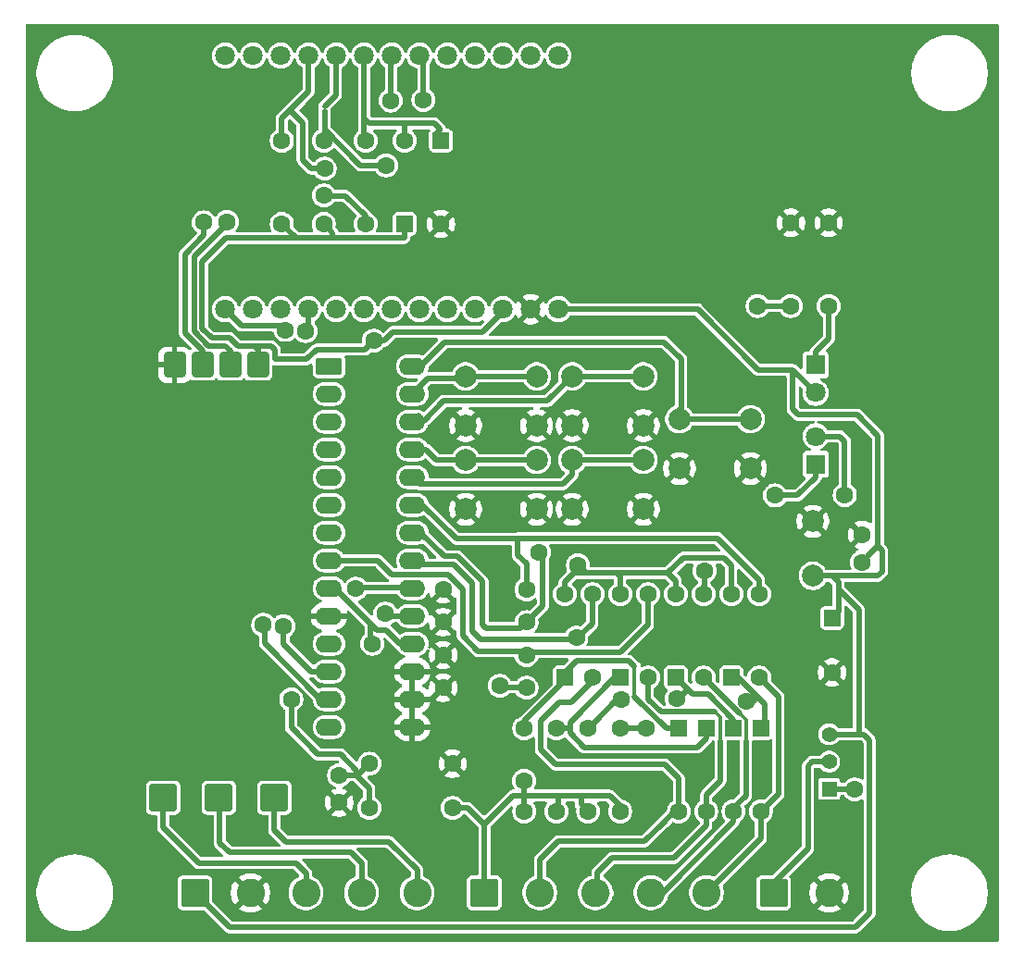
<source format=gbr>
%TF.GenerationSoftware,KiCad,Pcbnew,9.0.3*%
%TF.CreationDate,2026-01-15T10:22:36-05:00*%
%TF.ProjectId,MASTER,4d415354-4552-42e6-9b69-6361645f7063,rev?*%
%TF.SameCoordinates,Original*%
%TF.FileFunction,Copper,L2,Bot*%
%TF.FilePolarity,Positive*%
%FSLAX46Y46*%
G04 Gerber Fmt 4.6, Leading zero omitted, Abs format (unit mm)*
G04 Created by KiCad (PCBNEW 9.0.3) date 2026-01-15 10:22:36*
%MOMM*%
%LPD*%
G01*
G04 APERTURE LIST*
G04 Aperture macros list*
%AMRoundRect*
0 Rectangle with rounded corners*
0 $1 Rounding radius*
0 $2 $3 $4 $5 $6 $7 $8 $9 X,Y pos of 4 corners*
0 Add a 4 corners polygon primitive as box body*
4,1,4,$2,$3,$4,$5,$6,$7,$8,$9,$2,$3,0*
0 Add four circle primitives for the rounded corners*
1,1,$1+$1,$2,$3*
1,1,$1+$1,$4,$5*
1,1,$1+$1,$6,$7*
1,1,$1+$1,$8,$9*
0 Add four rect primitives between the rounded corners*
20,1,$1+$1,$2,$3,$4,$5,0*
20,1,$1+$1,$4,$5,$6,$7,0*
20,1,$1+$1,$6,$7,$8,$9,0*
20,1,$1+$1,$8,$9,$2,$3,0*%
G04 Aperture macros list end*
%TA.AperFunction,ComponentPad*%
%ADD10C,2.000000*%
%TD*%
%TA.AperFunction,ComponentPad*%
%ADD11C,1.600000*%
%TD*%
%TA.AperFunction,ComponentPad*%
%ADD12RoundRect,0.250000X-1.050000X-1.050000X1.050000X-1.050000X1.050000X1.050000X-1.050000X1.050000X0*%
%TD*%
%TA.AperFunction,ComponentPad*%
%ADD13C,2.600000*%
%TD*%
%TA.AperFunction,ComponentPad*%
%ADD14RoundRect,0.250000X-0.550000X0.550000X-0.550000X-0.550000X0.550000X-0.550000X0.550000X0.550000X0*%
%TD*%
%TA.AperFunction,ComponentPad*%
%ADD15C,1.800000*%
%TD*%
%TA.AperFunction,ComponentPad*%
%ADD16R,1.408000X1.408000*%
%TD*%
%TA.AperFunction,ComponentPad*%
%ADD17C,1.408000*%
%TD*%
%TA.AperFunction,ComponentPad*%
%ADD18R,1.800000X1.800000*%
%TD*%
%TA.AperFunction,ComponentPad*%
%ADD19RoundRect,0.250000X0.550000X-0.550000X0.550000X0.550000X-0.550000X0.550000X-0.550000X-0.550000X0*%
%TD*%
%TA.AperFunction,ComponentPad*%
%ADD20RoundRect,0.250000X-0.950000X-0.550000X0.950000X-0.550000X0.950000X0.550000X-0.950000X0.550000X0*%
%TD*%
%TA.AperFunction,ComponentPad*%
%ADD21O,2.400000X1.600000*%
%TD*%
%TA.AperFunction,ComponentPad*%
%ADD22RoundRect,0.250000X-0.750000X0.900000X-0.750000X-0.900000X0.750000X-0.900000X0.750000X0.900000X0*%
%TD*%
%TA.AperFunction,ComponentPad*%
%ADD23RoundRect,0.250000X-1.020000X1.020000X-1.020000X-1.020000X1.020000X-1.020000X1.020000X1.020000X0*%
%TD*%
%TA.AperFunction,ViaPad*%
%ADD24C,1.600000*%
%TD*%
%TA.AperFunction,Conductor*%
%ADD25C,0.500000*%
%TD*%
%TA.AperFunction,Conductor*%
%ADD26C,0.200000*%
%TD*%
%TA.AperFunction,Conductor*%
%ADD27C,0.300000*%
%TD*%
%TA.AperFunction,Conductor*%
%ADD28C,0.350000*%
%TD*%
G04 APERTURE END LIST*
D10*
%TO.P,SW4,1,1*%
%TO.N,Button_4*%
X79665000Y-73325000D03*
X86165000Y-73325000D03*
%TO.P,SW4,2,2*%
%TO.N,GND*%
X79665000Y-77825000D03*
X86165000Y-77825000D03*
%TD*%
D11*
%TO.P,R11,1*%
%TO.N,Net-(D8-K)*%
X81123300Y-97865000D03*
%TO.P,R11,2*%
%TO.N,BAT*%
X81123300Y-105485000D03*
%TD*%
D10*
%TO.P,C4,1*%
%TO.N,+5V*%
X101665000Y-83925000D03*
%TO.P,C4,2*%
%TO.N,GND*%
X101665000Y-78925000D03*
%TD*%
D11*
%TO.P,R12,1*%
%TO.N,GND*%
X67855000Y-88175000D03*
%TO.P,R12,2*%
%TO.N,IN_3*%
X75475000Y-88175000D03*
%TD*%
D12*
%TO.P,DIGITAL_INPUTS1,1,Pin_1*%
%TO.N,BAT*%
X71620000Y-112925000D03*
D13*
%TO.P,DIGITAL_INPUTS1,2,Pin_2*%
%TO.N,D_IN_1*%
X76700000Y-112925000D03*
%TO.P,DIGITAL_INPUTS1,3,Pin_3*%
%TO.N,D_IN_2*%
X81780000Y-112925000D03*
%TO.P,DIGITAL_INPUTS1,4,Pin_4*%
%TO.N,D_IN_3*%
X86860000Y-112925000D03*
%TO.P,DIGITAL_INPUTS1,5,Pin_5*%
%TO.N,D_IN_4*%
X91940000Y-112925000D03*
%TD*%
D12*
%TO.P,MODBUS_OUT1,1,Pin_1*%
%TO.N,+5V*%
X45160000Y-112925000D03*
D13*
%TO.P,MODBUS_OUT1,2,Pin_2*%
%TO.N,GND*%
X50240000Y-112925000D03*
%TO.P,MODBUS_OUT1,3,Pin_3*%
%TO.N,GND_T*%
X55320000Y-112925000D03*
%TO.P,MODBUS_OUT1,4,Pin_4*%
%TO.N,B-*%
X60400000Y-112925000D03*
%TO.P,MODBUS_OUT1,5,Pin_5*%
%TO.N,A+*%
X65480000Y-112925000D03*
%TD*%
D11*
%TO.P,R8,1*%
%TO.N,GND*%
X67855000Y-94175000D03*
%TO.P,R8,2*%
%TO.N,IN_1*%
X75475000Y-94175000D03*
%TD*%
%TO.P,C1,1*%
%TO.N,Net-(C1-Pad1)*%
X58355000Y-102175000D03*
%TO.P,C1,2*%
%TO.N,GND*%
X58355000Y-104675000D03*
%TD*%
D14*
%TO.P,C3,1*%
%TO.N,+5V*%
X103415000Y-87772300D03*
D11*
%TO.P,C3,2*%
%TO.N,GND*%
X103415000Y-92772300D03*
%TD*%
D15*
%TO.P,ESP32,1,21*%
%TO.N,SDA*%
X47930000Y-59525000D03*
%TO.P,ESP32,2,TXD*%
%TO.N,unconnected-(ESP32-TXD-Pad2)*%
X50470000Y-59525000D03*
%TO.P,ESP32,3,RXD*%
%TO.N,unconnected-(ESP32-RXD-Pad3)*%
X53010000Y-59525000D03*
%TO.P,ESP32,4,22*%
%TO.N,SCL*%
X55550000Y-59525000D03*
%TO.P,ESP32,5,23*%
%TO.N,unconnected-(ESP32-23-Pad5)*%
X58090000Y-59525000D03*
%TO.P,ESP32,6,19*%
%TO.N,unconnected-(ESP32-19-Pad6)*%
X60630000Y-59525000D03*
%TO.P,ESP32,7,LoRa2*%
%TO.N,unconnected-(ESP32-LoRa2-Pad7)*%
X63170000Y-59525000D03*
%TO.P,ESP32,8,LoRa1*%
%TO.N,unconnected-(ESP32-LoRa1-Pad8)*%
X65710000Y-59525000D03*
%TO.P,ESP32,9,26*%
%TO.N,unconnected-(ESP32-26-Pad9)*%
X68250000Y-59525000D03*
%TO.P,ESP32,10,GND*%
%TO.N,unconnected-(ESP32-GND-Pad10)*%
X70790000Y-59525000D03*
%TO.P,ESP32,11,3.3V*%
%TO.N,+3.3V*%
X73330000Y-59525000D03*
%TO.P,ESP32,12,GND*%
%TO.N,GND*%
X75870000Y-59525000D03*
%TO.P,ESP32,13,5V*%
%TO.N,+5V*%
X78410000Y-59525000D03*
%TO.P,ESP32,14,36*%
%TO.N,unconnected-(ESP32-36-Pad14)*%
X47930000Y-36325000D03*
%TO.P,ESP32,15,39*%
%TO.N,unconnected-(ESP32-39-Pad15)*%
X50470000Y-36325000D03*
%TO.P,ESP32,16,RST*%
%TO.N,unconnected-(ESP32-RST-Pad16)*%
X53010000Y-36325000D03*
%TO.P,ESP32,17,34*%
%TO.N,INTA*%
X55550000Y-36325000D03*
%TO.P,ESP32,18,35*%
%TO.N,INTB*%
X58090000Y-36325000D03*
%TO.P,ESP32,19,14*%
%TO.N,ADC_PIN_1*%
X60630000Y-36325000D03*
%TO.P,ESP32,20,12*%
%TO.N,TX*%
X63170000Y-36325000D03*
%TO.P,ESP32,21,13*%
%TO.N,RX*%
X65710000Y-36325000D03*
%TO.P,ESP32,22,15*%
%TO.N,unconnected-(ESP32-15-Pad22)*%
X68250000Y-36325000D03*
%TO.P,ESP32,23,02*%
%TO.N,unconnected-(ESP32-02-Pad23)*%
X70790000Y-36325000D03*
%TO.P,ESP32,24,00*%
%TO.N,unconnected-(ESP32-00-Pad24)*%
X73330000Y-36325000D03*
%TO.P,ESP32,25,04*%
%TO.N,LIBRE2*%
X75870000Y-36325000D03*
%TO.P,ESP32,26,25*%
%TO.N,LIBRE3*%
X78410000Y-36325000D03*
%TD*%
D10*
%TO.P,SW2,1,1*%
%TO.N,Button_2*%
X69915000Y-73325000D03*
X76415000Y-73325000D03*
%TO.P,SW2,2,2*%
%TO.N,GND*%
X69915000Y-77825000D03*
X76415000Y-77825000D03*
%TD*%
D12*
%TO.P,PWR_IN1,1,Pin_1*%
%TO.N,5V_IN*%
X98080000Y-112925000D03*
D13*
%TO.P,PWR_IN1,2,Pin_2*%
%TO.N,GND*%
X103160000Y-112925000D03*
%TD*%
D11*
%TO.P,R0,1*%
%TO.N,+3.3V*%
X53115000Y-51735000D03*
%TO.P,R0,2*%
%TO.N,INTA*%
X53115000Y-44115000D03*
%TD*%
%TO.P,R10,1*%
%TO.N,GND*%
X67855000Y-91175000D03*
%TO.P,R10,2*%
%TO.N,IN_2*%
X75475000Y-91175000D03*
%TD*%
D10*
%TO.P,SW1,1,1*%
%TO.N,Button_1*%
X69915000Y-65675000D03*
X76415000Y-65675000D03*
%TO.P,SW1,2,2*%
%TO.N,GND*%
X69915000Y-70175000D03*
X76415000Y-70175000D03*
%TD*%
D11*
%TO.P,R6,1*%
%TO.N,ADC_PIN_1*%
X60765000Y-44115000D03*
%TO.P,R6,2*%
%TO.N,Net-(C1-Pad1)*%
X60765000Y-51735000D03*
%TD*%
%TO.P,R2,1*%
%TO.N,GND*%
X99665000Y-51615000D03*
%TO.P,R2,2*%
%TO.N,Net-(D1-K)*%
X99665000Y-59235000D03*
%TD*%
%TO.P,R4,1*%
%TO.N,Net-(C1-Pad1)*%
X61105000Y-105175000D03*
%TO.P,R4,2*%
%TO.N,BAT*%
X68725000Y-105175000D03*
%TD*%
D10*
%TO.P,SW5,1,1*%
%TO.N,Button_5*%
X89465000Y-69600000D03*
X95965000Y-69600000D03*
%TO.P,SW5,2,2*%
%TO.N,GND*%
X89465000Y-74100000D03*
X95965000Y-74100000D03*
%TD*%
D16*
%TO.P,S1,1*%
%TO.N,Net-(D1-A)*%
X103165000Y-103425000D03*
D17*
%TO.P,S1,2*%
%TO.N,5V_IN*%
X103165000Y-100925000D03*
%TO.P,S1,3*%
%TO.N,+5V*%
X103165000Y-98425000D03*
%TD*%
D11*
%TO.P,R1,1*%
%TO.N,+3.3V*%
X56940000Y-51735000D03*
%TO.P,R1,2*%
%TO.N,INTB*%
X56940000Y-44115000D03*
%TD*%
D14*
%TO.P,D7,1,K*%
%TO.N,Net-(D7-K)*%
X91915000Y-97865000D03*
D11*
%TO.P,D7,2,A*%
%TO.N,D_IN_2*%
X91915000Y-105485000D03*
%TD*%
D18*
%TO.P,D1,1,K*%
%TO.N,Net-(D1-K)*%
X101945000Y-73700000D03*
D15*
%TO.P,D1,2,A*%
%TO.N,Net-(D1-A)*%
X101945000Y-71160000D03*
%TD*%
D14*
%TO.P,D8,1,K*%
%TO.N,Net-(D8-K)*%
X94415000Y-97865000D03*
D11*
%TO.P,D8,2,A*%
%TO.N,D_IN_3*%
X94415000Y-105485000D03*
%TD*%
D19*
%TO.P,U5,1*%
%TO.N,Net-(D7-K)*%
X84060000Y-93230000D03*
D11*
%TO.P,U5,2*%
%TO.N,D_IN_2*%
X86600000Y-93230000D03*
%TO.P,U5,3*%
%TO.N,IN_2*%
X86600000Y-85610000D03*
%TO.P,U5,4*%
%TO.N,+3.3V*%
X84060000Y-85610000D03*
%TD*%
D14*
%TO.P,D4,1,K*%
%TO.N,ADC_PIN_1*%
X67665000Y-44115000D03*
D11*
%TO.P,D4,2,A*%
%TO.N,GND*%
X67665000Y-51735000D03*
%TD*%
D18*
%TO.P,D2,1,K*%
%TO.N,Net-(D2-K)*%
X101915000Y-64635000D03*
D15*
%TO.P,D2,2,A*%
%TO.N,+5V*%
X101915000Y-67175000D03*
%TD*%
D11*
%TO.P,C5,1*%
%TO.N,+5V*%
X106165000Y-82675000D03*
%TO.P,C5,2*%
%TO.N,GND*%
X106165000Y-80175000D03*
%TD*%
D20*
%TO.P,U1,1,GPB0*%
%TO.N,unconnected-(U1-GPB0-Pad1)*%
X57415000Y-64735000D03*
D21*
%TO.P,U1,2,GPB1*%
%TO.N,unconnected-(U1-GPB1-Pad2)*%
X57415000Y-67275000D03*
%TO.P,U1,3,GPB2*%
%TO.N,Button_6*%
X57415000Y-69815000D03*
%TO.P,U1,4,GPB3*%
%TO.N,Button_7*%
X57415000Y-72355000D03*
%TO.P,U1,5,GPB4*%
%TO.N,unconnected-(U1-GPB4-Pad5)*%
X57415000Y-74895000D03*
%TO.P,U1,6,GPB5*%
%TO.N,unconnected-(U1-GPB5-Pad6)*%
X57415000Y-77435000D03*
%TO.P,U1,7,GPB6*%
%TO.N,unconnected-(U1-GPB6-Pad7)*%
X57415000Y-79975000D03*
%TO.P,U1,8,GPB7*%
%TO.N,IN_2*%
X57415000Y-82515000D03*
%TO.P,U1,9,VDD*%
%TO.N,+3.3V*%
X57415000Y-85055000D03*
%TO.P,U1,10,VSS*%
%TO.N,GND*%
X57415000Y-87595000D03*
%TO.P,U1,11,NC*%
%TO.N,unconnected-(U1-NC-Pad11)*%
X57415000Y-90135000D03*
%TO.P,U1,12,SCK*%
%TO.N,SCL*%
X57415000Y-92675000D03*
%TO.P,U1,13,SDA*%
%TO.N,SDA*%
X57415000Y-95215000D03*
%TO.P,U1,14,NC*%
%TO.N,unconnected-(U1-NC-Pad14)*%
X57415000Y-97755000D03*
%TO.P,U1,15,A0*%
%TO.N,GND*%
X65035000Y-97755000D03*
%TO.P,U1,16,A1*%
X65035000Y-95215000D03*
%TO.P,U1,17,A2*%
X65035000Y-92675000D03*
%TO.P,U1,18,~{RESET}*%
%TO.N,+3.3V*%
X65035000Y-90135000D03*
%TO.P,U1,19,INTB*%
%TO.N,INTB*%
X65035000Y-87595000D03*
%TO.P,U1,20,INTA*%
%TO.N,INTA*%
X65035000Y-85055000D03*
%TO.P,U1,21,GPA0*%
%TO.N,IN_1*%
X65035000Y-82515000D03*
%TO.P,U1,22,GPA1*%
%TO.N,IN_3*%
X65035000Y-79975000D03*
%TO.P,U1,23,GPA2*%
%TO.N,IN_4*%
X65035000Y-77435000D03*
%TO.P,U1,24,GPA3*%
%TO.N,Button_4*%
X65035000Y-74895000D03*
%TO.P,U1,25,GPA4*%
%TO.N,Button_2*%
X65035000Y-72355000D03*
%TO.P,U1,26,GPA5*%
%TO.N,Button_3*%
X65035000Y-69815000D03*
%TO.P,U1,27,GPA6*%
%TO.N,Button_1*%
X65035000Y-67275000D03*
%TO.P,U1,28,GPA7*%
%TO.N,Button_5*%
X65035000Y-64735000D03*
%TD*%
D19*
%TO.P,U7,1*%
%TO.N,Net-(D9-K)*%
X94220000Y-93230000D03*
D11*
%TO.P,U7,2*%
%TO.N,D_IN_4*%
X96760000Y-93230000D03*
%TO.P,U7,3*%
%TO.N,IN_4*%
X96760000Y-85610000D03*
%TO.P,U7,4*%
%TO.N,+3.3V*%
X94220000Y-85610000D03*
%TD*%
%TO.P,R13,1*%
%TO.N,Net-(D9-K)*%
X84040000Y-97865000D03*
%TO.P,R13,2*%
%TO.N,BAT*%
X84040000Y-105485000D03*
%TD*%
D19*
%TO.P,U6,1*%
%TO.N,Net-(D8-K)*%
X89140000Y-93230000D03*
D11*
%TO.P,U6,2*%
%TO.N,D_IN_3*%
X91680000Y-93230000D03*
%TO.P,U6,3*%
%TO.N,IN_3*%
X91680000Y-85610000D03*
%TO.P,U6,4*%
%TO.N,+3.3V*%
X89140000Y-85610000D03*
%TD*%
D22*
%TO.P,U2,1,VCC*%
%TO.N,+3.3V*%
X50915000Y-64625000D03*
%TO.P,U2,2,TXD*%
%TO.N,TX*%
X48375000Y-64625000D03*
%TO.P,U2,3,RXD*%
%TO.N,RX*%
X45835000Y-64625000D03*
%TO.P,U2,4,GND*%
%TO.N,GND*%
X43295000Y-64625000D03*
D23*
%TO.P,U2,5,A*%
%TO.N,A+*%
X52415000Y-104225000D03*
%TO.P,U2,6,B*%
%TO.N,B-*%
X47335000Y-104225000D03*
%TO.P,U2,7,GND*%
%TO.N,GND_T*%
X42255000Y-104225000D03*
%TD*%
D11*
%TO.P,R9,1*%
%TO.N,Net-(D7-K)*%
X78206700Y-97865000D03*
%TO.P,R9,2*%
%TO.N,BAT*%
X78206700Y-105485000D03*
%TD*%
D14*
%TO.P,D9,1,K*%
%TO.N,Net-(D9-K)*%
X96915000Y-97865000D03*
D11*
%TO.P,D9,2,A*%
%TO.N,D_IN_4*%
X96915000Y-105485000D03*
%TD*%
D10*
%TO.P,SW3,1,1*%
%TO.N,Button_3*%
X79665000Y-65675000D03*
X86165000Y-65675000D03*
%TO.P,SW3,2,2*%
%TO.N,GND*%
X79665000Y-70175000D03*
X86165000Y-70175000D03*
%TD*%
D11*
%TO.P,R5,1*%
%TO.N,GND*%
X68725000Y-101125000D03*
%TO.P,R5,2*%
%TO.N,Net-(C1-Pad1)*%
X61105000Y-101125000D03*
%TD*%
D14*
%TO.P,D6,1,K*%
%TO.N,Net-(D6-K)*%
X89415000Y-97865000D03*
D11*
%TO.P,D6,2,A*%
%TO.N,D_IN_1*%
X89415000Y-105485000D03*
%TD*%
%TO.P,R14,1*%
%TO.N,GND*%
X67855000Y-85175000D03*
%TO.P,R14,2*%
%TO.N,IN_4*%
X75475000Y-85175000D03*
%TD*%
%TO.P,R3,1*%
%TO.N,GND*%
X103115000Y-51615000D03*
%TO.P,R3,2*%
%TO.N,Net-(D2-K)*%
X103115000Y-59235000D03*
%TD*%
%TO.P,R7,1*%
%TO.N,Net-(D6-K)*%
X75290000Y-97865000D03*
%TO.P,R7,2*%
%TO.N,BAT*%
X75290000Y-105485000D03*
%TD*%
D19*
%TO.P,U4,1*%
%TO.N,Net-(D6-K)*%
X78980000Y-93230000D03*
D11*
%TO.P,U4,2*%
%TO.N,D_IN_1*%
X81520000Y-93230000D03*
%TO.P,U4,3*%
%TO.N,IN_1*%
X81520000Y-85610000D03*
%TO.P,U4,4*%
%TO.N,+3.3V*%
X78980000Y-85610000D03*
%TD*%
D19*
%TO.P,D3,1,K*%
%TO.N,+3.3V*%
X64340000Y-51735000D03*
D11*
%TO.P,D3,2,A*%
%TO.N,ADC_PIN_1*%
X64340000Y-44115000D03*
%TD*%
D24*
%TO.N,Net-(C1-Pad1)*%
X56965000Y-49125000D03*
X53965000Y-95225000D03*
%TO.N,GND*%
X70865000Y-97625000D03*
X92665000Y-78025000D03*
%TO.N,Net-(D1-K)*%
X96615000Y-59225000D03*
X98215000Y-76575000D03*
%TO.N,Net-(D1-A)*%
X104590000Y-76525000D03*
X105512216Y-103475000D03*
%TO.N,+3.3V*%
X80190000Y-82950000D03*
X61505000Y-62415000D03*
X61375000Y-90125000D03*
%TO.N,BAT*%
X75265000Y-102675000D03*
%TO.N,Net-(D8-K)*%
X84115000Y-95275000D03*
X89215000Y-95125000D03*
%TO.N,Net-(D9-K)*%
X95594606Y-95376839D03*
X86455000Y-97865000D03*
%TO.N,INTB*%
X62655000Y-46365000D03*
X62565000Y-87400000D03*
%TO.N,SDA*%
X51418190Y-88416364D03*
X53439770Y-61421803D03*
%TO.N,RX*%
X66065000Y-40375000D03*
X45965000Y-51600000D03*
%TO.N,SCL*%
X53265000Y-88525000D03*
X55265000Y-61525000D03*
%TO.N,TX*%
X63065000Y-40425000D03*
X48085000Y-51535000D03*
%TO.N,INTA*%
X59879239Y-85110761D03*
X57015000Y-46675000D03*
%TO.N,IN_1*%
X73040000Y-94000000D03*
X80040000Y-89591337D03*
%TO.N,IN_3*%
X91765000Y-83475000D03*
X76615000Y-81775000D03*
%TD*%
D25*
%TO.N,Net-(C1-Pad1)*%
X61105000Y-103365000D02*
X59915000Y-102175000D01*
X53965000Y-97825000D02*
X56415000Y-100275000D01*
X59915000Y-101725000D02*
X59915000Y-102175000D01*
X59915000Y-102175000D02*
X58355000Y-102175000D01*
X61105000Y-105175000D02*
X61105000Y-103365000D01*
X58465000Y-100275000D02*
X59915000Y-101725000D01*
X60055000Y-102175000D02*
X61105000Y-101125000D01*
X56415000Y-100275000D02*
X58465000Y-100275000D01*
D26*
X58355000Y-102175000D02*
X60055000Y-102175000D01*
D25*
X57015000Y-49175000D02*
X56965000Y-49125000D01*
X58956000Y-49175000D02*
X57015000Y-49175000D01*
D26*
X60650400Y-51620400D02*
X60765000Y-51735000D01*
D25*
X53965000Y-95225000D02*
X53965000Y-97825000D01*
X60765000Y-50984000D02*
X58956000Y-49175000D01*
%TO.N,5V_IN*%
X101215000Y-108865000D02*
X98080000Y-112000000D01*
X101215000Y-101308539D02*
X101215000Y-108865000D01*
X103165000Y-100925000D02*
X101598539Y-100925000D01*
X101598539Y-100925000D02*
X101215000Y-101308539D01*
D26*
X98080000Y-112000000D02*
X98080000Y-112925000D01*
D25*
%TO.N,Net-(D1-K)*%
X101945000Y-73700000D02*
X101945000Y-74901700D01*
D26*
X99665000Y-59235000D02*
X99538200Y-59235000D01*
D25*
X100271700Y-76575000D02*
X98215000Y-76575000D01*
X101945000Y-74901700D02*
X100271700Y-76575000D01*
X98914000Y-59225000D02*
X98914000Y-59235000D01*
X96615000Y-59225000D02*
X98914000Y-59225000D01*
%TO.N,Net-(D1-A)*%
X104590000Y-71610000D02*
X104140000Y-71160000D01*
X104590000Y-76525000D02*
X104590000Y-71610000D01*
X105462216Y-103425000D02*
X105512216Y-103475000D01*
X103165000Y-103425000D02*
X105462216Y-103425000D01*
X101945000Y-71160000D02*
X104140000Y-71160000D01*
%TO.N,Net-(D2-K)*%
X101915000Y-64635000D02*
X101915000Y-63433300D01*
X103115000Y-62233300D02*
X101915000Y-63433300D01*
X103115000Y-59235000D02*
X103115000Y-62233300D01*
%TO.N,+5V*%
X96685000Y-65075000D02*
X99815000Y-65075000D01*
X105715000Y-69175000D02*
X107615000Y-71075000D01*
X105867398Y-87037398D02*
X104005000Y-85175000D01*
X101665000Y-83925000D02*
X103415000Y-83925000D01*
X106865000Y-98975000D02*
X106865000Y-114779051D01*
X104005000Y-85175000D02*
X104005000Y-84515000D01*
X105565000Y-116079051D02*
X48314051Y-116079051D01*
X104005000Y-87182300D02*
X104005000Y-85175000D01*
D26*
X103415000Y-87772300D02*
X104005000Y-87182300D01*
D25*
X99815000Y-65075000D02*
X101915000Y-67175000D01*
X100315000Y-69175000D02*
X105715000Y-69175000D01*
X106865000Y-114779051D02*
X105565000Y-116079051D01*
X78410000Y-59525000D02*
X91135000Y-59525000D01*
X105867398Y-90224698D02*
X105867398Y-87037398D01*
X107615000Y-71075000D02*
X107615000Y-81225000D01*
X105867398Y-95425000D02*
X105867398Y-98282602D01*
X103415000Y-83925000D02*
X104915000Y-83925000D01*
X104915000Y-83925000D02*
X107615000Y-83925000D01*
X105867398Y-98282602D02*
X105725000Y-98425000D01*
X99815000Y-68675000D02*
X100315000Y-69175000D01*
X105867398Y-95425000D02*
X105867398Y-95722602D01*
X107615000Y-83925000D02*
X108015000Y-83525000D01*
X105725000Y-98425000D02*
X103165000Y-98425000D01*
X48314051Y-116079051D02*
X45160000Y-112925000D01*
X105867398Y-90224698D02*
X105867398Y-95425000D01*
X105725000Y-98425000D02*
X106315000Y-98425000D01*
X91135000Y-59525000D02*
X96685000Y-65075000D01*
X106315000Y-98425000D02*
X106865000Y-98975000D01*
X104005000Y-84515000D02*
X103415000Y-83925000D01*
X107615000Y-81225000D02*
X106696037Y-82143963D01*
X108015000Y-81625000D02*
X107615000Y-81225000D01*
X108015000Y-83525000D02*
X108015000Y-81625000D01*
X99815000Y-65075000D02*
X99815000Y-68675000D01*
%TO.N,ADC_PIN_1*%
X60630000Y-36325000D02*
X60630000Y-42075000D01*
X64365000Y-42525000D02*
X64365000Y-43364000D01*
D26*
X64365000Y-43364000D02*
X64340000Y-43364000D01*
D25*
X60630000Y-42075000D02*
X61080000Y-42525000D01*
D26*
X60630000Y-43980000D02*
X60765000Y-44115000D01*
D25*
X64365000Y-42525000D02*
X67065000Y-42525000D01*
X60630000Y-42075000D02*
X60630000Y-43980000D01*
X67565000Y-43025000D02*
X67065000Y-42525000D01*
X67565000Y-43152926D02*
X67565000Y-43025000D01*
X67565000Y-43152926D02*
X67133963Y-43583963D01*
X61080000Y-42525000D02*
X64365000Y-42525000D01*
%TO.N,+3.3V*%
X89140000Y-85610000D02*
X89140000Y-84400000D01*
X57765000Y-52560000D02*
X57471037Y-52266037D01*
X94220000Y-84859000D02*
X94220000Y-82930000D01*
X49465000Y-62925000D02*
X52165000Y-62925000D01*
X61755000Y-90505000D02*
X61375000Y-90125000D01*
X64503963Y-90666037D02*
X64284000Y-90446074D01*
X93565000Y-82275000D02*
X89815000Y-82275000D01*
X83715000Y-83675000D02*
X88415000Y-83675000D01*
X61235000Y-89985000D02*
X61375000Y-90125000D01*
X71465000Y-61625000D02*
X63265000Y-61625000D01*
X73330000Y-59760000D02*
X71465000Y-61625000D01*
X61375000Y-62415000D02*
X61505000Y-62415000D01*
X89815000Y-82275000D02*
X88415000Y-83675000D01*
X57765000Y-52560000D02*
X57765000Y-53003906D01*
X89140000Y-84400000D02*
X88415000Y-83675000D01*
X57765000Y-53003906D02*
X57740000Y-53028906D01*
X58166000Y-85236000D02*
X58166000Y-85055000D01*
X49465000Y-62925000D02*
X49065000Y-62925000D01*
X46720000Y-62180000D02*
X45820000Y-61280000D01*
X50565000Y-62925000D02*
X49465000Y-62925000D01*
X64315000Y-52957812D02*
X64315000Y-52225000D01*
X56265000Y-63225000D02*
X60695000Y-63225000D01*
X50915000Y-63275000D02*
X50915000Y-64625000D01*
X55365000Y-64125000D02*
X56265000Y-63225000D01*
X57740000Y-53028906D02*
X54408906Y-53028906D01*
X64284000Y-90446074D02*
X64284000Y-89823926D01*
X94220000Y-82930000D02*
X93565000Y-82275000D01*
X48320000Y-62180000D02*
X46720000Y-62180000D01*
X63265000Y-61625000D02*
X62475000Y-62415000D01*
X63933963Y-90173963D02*
X62660000Y-88900000D01*
X64284000Y-89823926D02*
X63933963Y-90173963D01*
X80915000Y-83675000D02*
X80190000Y-82950000D01*
X84060000Y-84020000D02*
X83715000Y-83675000D01*
X45820000Y-55170000D02*
X47965000Y-53025000D01*
X62660000Y-88900000D02*
X61830000Y-88900000D01*
X64265000Y-53007812D02*
X64315000Y-52957812D01*
X61830000Y-88900000D02*
X58166000Y-85236000D01*
X52465000Y-64125000D02*
X55365000Y-64125000D01*
X60695000Y-63225000D02*
X61505000Y-62415000D01*
X52165000Y-62925000D02*
X52465000Y-63225000D01*
X52465000Y-63225000D02*
X52465000Y-64125000D01*
X78980000Y-85610000D02*
X78980000Y-84485000D01*
X61235000Y-88535000D02*
X61235000Y-89985000D01*
X84060000Y-85610000D02*
X84060000Y-84020000D01*
X50380095Y-63885699D02*
X50277898Y-63987896D01*
X79790000Y-83675000D02*
X80915000Y-83675000D01*
X49065000Y-62925000D02*
X48320000Y-62180000D01*
X61350000Y-88420000D02*
X61235000Y-88535000D01*
X78980000Y-84485000D02*
X79790000Y-83675000D01*
X47965000Y-53025000D02*
X54405000Y-53025000D01*
X54408906Y-53028906D02*
X53115000Y-51735000D01*
X73330000Y-59525000D02*
X73330000Y-59760000D01*
X62475000Y-62415000D02*
X61375000Y-62415000D01*
X54405000Y-53025000D02*
X54408906Y-53028906D01*
X57740000Y-53028906D02*
X64243906Y-53028906D01*
X64243906Y-53028906D02*
X64265000Y-53007812D01*
X80915000Y-83675000D02*
X83715000Y-83675000D01*
X50565000Y-62925000D02*
X50915000Y-63275000D01*
X45820000Y-61280000D02*
X45820000Y-55170000D01*
%TO.N,BAT*%
X75265000Y-104050000D02*
X75265000Y-102675000D01*
X71620000Y-106680000D02*
X71620000Y-108070000D01*
X71620000Y-108125000D02*
X71620000Y-112925000D01*
X84040000Y-105000000D02*
X84040000Y-105485000D01*
X71620000Y-108070000D02*
X71620000Y-108125000D01*
X78365000Y-104050000D02*
X78365000Y-105326700D01*
X75290000Y-104075000D02*
X75290000Y-104734000D01*
X80465000Y-104050000D02*
X80465000Y-104826700D01*
X78365000Y-104050000D02*
X80465000Y-104050000D01*
X75290000Y-104075000D02*
X75265000Y-104050000D01*
X75265000Y-102675000D02*
X75290000Y-102700000D01*
X75290000Y-102700000D02*
X75290000Y-104075000D01*
X83090000Y-104050000D02*
X84040000Y-105000000D01*
X80465000Y-104826700D02*
X81123300Y-105485000D01*
X78365000Y-105326700D02*
X78206700Y-105485000D01*
X75265000Y-104050000D02*
X78365000Y-104050000D01*
X80465000Y-104050000D02*
X83090000Y-104050000D01*
X71620000Y-106670000D02*
X71620000Y-108070000D01*
X74240000Y-104050000D02*
X71620000Y-106670000D01*
X68725000Y-105175000D02*
X70115000Y-105175000D01*
X75265000Y-104050000D02*
X74240000Y-104050000D01*
X70115000Y-105175000D02*
X71620000Y-106680000D01*
%TO.N,D_IN_1*%
X87915000Y-106575000D02*
X89005000Y-105485000D01*
X78365000Y-108225000D02*
X86265000Y-108225000D01*
X88115000Y-101175000D02*
X78115000Y-101175000D01*
X89415000Y-102475000D02*
X88115000Y-101175000D01*
X76784356Y-97205644D02*
X78465000Y-95525000D01*
X89005000Y-105485000D02*
X89415000Y-105485000D01*
X89415000Y-105485000D02*
X89415000Y-102475000D01*
X76700000Y-112925000D02*
X76700000Y-109890000D01*
X86265000Y-108225000D02*
X87915000Y-106575000D01*
X76700000Y-109890000D02*
X78365000Y-108225000D01*
X81520000Y-93570000D02*
X81520000Y-93230000D01*
D26*
X87915000Y-106575000D02*
X88365000Y-106125000D01*
D25*
X79565000Y-95525000D02*
X81520000Y-93570000D01*
X78115000Y-101175000D02*
X76784356Y-99844356D01*
X76784356Y-99844356D02*
X76784356Y-97205644D01*
X78465000Y-95525000D02*
X79565000Y-95525000D01*
%TO.N,Net-(D6-K)*%
X78980000Y-93230000D02*
X78980000Y-92810000D01*
X80065000Y-91725000D02*
X84865000Y-91725000D01*
D27*
X84998621Y-91858621D02*
X85369700Y-92229700D01*
D25*
X75290000Y-97200000D02*
X78980000Y-93510000D01*
D27*
X85365000Y-92234400D02*
X85365000Y-94875000D01*
D25*
X75290000Y-97865000D02*
X75290000Y-97200000D01*
X85369700Y-94979700D02*
X88255000Y-97865000D01*
X84865000Y-91725000D02*
X85369700Y-92229700D01*
D27*
X85369700Y-92229700D02*
X85365000Y-92234400D01*
D25*
X78980000Y-92810000D02*
X80065000Y-91725000D01*
D27*
X85365000Y-94875000D02*
X85369700Y-94879700D01*
D25*
X88255000Y-97865000D02*
X89415000Y-97865000D01*
X78980000Y-93510000D02*
X78980000Y-93230000D01*
D28*
%TO.N,D_IN_2*%
X93215000Y-96879459D02*
X92860541Y-96525000D01*
D25*
X91915000Y-103975000D02*
X93215000Y-102675000D01*
X92710541Y-96375000D02*
X87765000Y-96375000D01*
X86600000Y-95210000D02*
X86600000Y-93230000D01*
D26*
X86600000Y-93230000D02*
X86600000Y-93410000D01*
D25*
X87765000Y-96375000D02*
X86600000Y-95210000D01*
X88965000Y-109725000D02*
X83315000Y-109725000D01*
X93215000Y-102675000D02*
X93215000Y-99075000D01*
X83315000Y-109725000D02*
X81965000Y-111075000D01*
X81965000Y-111075000D02*
X81965000Y-111924000D01*
X91915000Y-106236000D02*
X91915000Y-106775000D01*
X91915000Y-106775000D02*
X88965000Y-109725000D01*
D26*
X83065000Y-112925000D02*
X81780000Y-112925000D01*
D25*
X81965000Y-111924000D02*
X81780000Y-111924000D01*
D28*
X93215000Y-99075000D02*
X93215000Y-96879459D01*
D25*
X91915000Y-105485000D02*
X91915000Y-103975000D01*
%TO.N,Net-(D7-K)*%
X83560000Y-93230000D02*
X84060000Y-93230000D01*
X79461200Y-97328800D02*
X83560000Y-93230000D01*
X78206700Y-97865000D02*
X79425000Y-97865000D01*
X79461200Y-97828800D02*
X79461200Y-97328800D01*
X79461200Y-97328800D02*
X79461200Y-98302012D01*
X79425000Y-97865000D02*
X79461200Y-97828800D01*
X80770763Y-99611575D02*
X91078425Y-99611575D01*
X91915000Y-98775000D02*
X91915000Y-97865000D01*
X79461200Y-98302012D02*
X80770763Y-99611575D01*
X91078425Y-99611575D02*
X91915000Y-98775000D01*
%TO.N,Net-(D8-K)*%
X84115000Y-95275000D02*
X83713300Y-95275000D01*
X94415000Y-97075000D02*
X92065000Y-94725000D01*
X92065000Y-94725000D02*
X90635000Y-94725000D01*
X89461329Y-95053871D02*
X90212600Y-94302600D01*
X94415000Y-97865000D02*
X94415000Y-97075000D01*
X89286129Y-95053871D02*
X89461329Y-95053871D01*
D26*
X82437700Y-96550600D02*
X82389150Y-96599150D01*
D25*
X89215000Y-95125000D02*
X89286129Y-95053871D01*
X83713300Y-95275000D02*
X81654337Y-97333963D01*
X90635000Y-94725000D02*
X90212600Y-94302600D01*
D26*
X82389150Y-96599150D02*
X81123300Y-97865000D01*
D25*
X90212600Y-94302600D02*
X89140000Y-93230000D01*
%TO.N,D_IN_3*%
X94415000Y-105175000D02*
X94415000Y-105485000D01*
X95565900Y-99025000D02*
X95565900Y-104024100D01*
X86860000Y-112925000D02*
X87915000Y-112925000D01*
X95565900Y-104024100D02*
X94415000Y-105175000D01*
D28*
X94995000Y-96545000D02*
X95565900Y-97115900D01*
D25*
X94415000Y-106425000D02*
X94415000Y-105485000D01*
X91680000Y-93230000D02*
X94995000Y-96545000D01*
D28*
X95565900Y-97115900D02*
X95565900Y-99025000D01*
D25*
X87915000Y-112925000D02*
X94415000Y-106425000D01*
%TO.N,Net-(D9-K)*%
X96440000Y-94850000D02*
X96915000Y-95325000D01*
X84040000Y-97865000D02*
X86455000Y-97865000D01*
X96015000Y-95375000D02*
X96265000Y-95375000D01*
X94820000Y-93230000D02*
X94220000Y-93230000D01*
X97265000Y-95675000D02*
X96915000Y-95325000D01*
X95594606Y-95376839D02*
X96013161Y-95376839D01*
X95090000Y-93500000D02*
X94820000Y-93230000D01*
X96013161Y-95376839D02*
X96015000Y-95375000D01*
X96440000Y-95200000D02*
X96440000Y-94850000D01*
X96915000Y-95325000D02*
X95090000Y-93500000D01*
X96265000Y-95375000D02*
X96440000Y-95200000D01*
X97265000Y-97515000D02*
X97265000Y-95675000D01*
X96915000Y-97865000D02*
X97265000Y-97515000D01*
%TO.N,D_IN_4*%
X96915000Y-107950000D02*
X96915000Y-105485000D01*
X96760000Y-93230000D02*
X98515000Y-94985000D01*
X98515000Y-94985000D02*
X98515000Y-103885000D01*
X98515000Y-103885000D02*
X96915000Y-105485000D01*
X91940000Y-112925000D02*
X96915000Y-107950000D01*
%TO.N,INTB*%
X58065000Y-36350000D02*
X58090000Y-36325000D01*
X57015000Y-44040000D02*
X57015000Y-41425000D01*
X57015000Y-40975000D02*
X58065000Y-39925000D01*
X62565000Y-87400000D02*
X62760000Y-87595000D01*
X58065000Y-39925000D02*
X58065000Y-36350000D01*
X63972926Y-87595000D02*
X64503963Y-88126037D01*
X62760000Y-87595000D02*
X63972926Y-87595000D01*
D26*
X56940000Y-44115000D02*
X57015000Y-44040000D01*
D25*
X57015000Y-43075000D02*
X60305000Y-46365000D01*
X60305000Y-46365000D02*
X62655000Y-46365000D01*
%TO.N,SDA*%
X49430000Y-61025000D02*
X53042967Y-61025000D01*
X56664000Y-95215000D02*
X51565000Y-90116000D01*
X51565000Y-90116000D02*
X51565000Y-88563174D01*
X47719000Y-59314000D02*
X49430000Y-61025000D01*
X51565000Y-88563174D02*
X51418190Y-88416364D01*
X53042967Y-61025000D02*
X53439770Y-61421803D01*
%TO.N,RX*%
X44240000Y-54500000D02*
X44240000Y-61700000D01*
D26*
X65710000Y-36692100D02*
X65710000Y-36325000D01*
D25*
X45835000Y-63295000D02*
X45835000Y-63874000D01*
X45965000Y-52775000D02*
X44240000Y-54500000D01*
X66065000Y-37032074D02*
X66065000Y-40375000D01*
X44240000Y-61700000D02*
X45835000Y-63295000D01*
X45965000Y-51600000D02*
X45965000Y-52775000D01*
D26*
X66241037Y-36856037D02*
X66065000Y-37032074D01*
D25*
%TO.N,SCL*%
X53265000Y-90125000D02*
X55815000Y-92675000D01*
X55550000Y-61240000D02*
X55265000Y-61525000D01*
X55550000Y-59525000D02*
X55550000Y-61240000D01*
X55815000Y-92675000D02*
X56664000Y-92675000D01*
X55239000Y-59836000D02*
X55550000Y-59525000D01*
X53265000Y-88525000D02*
X53265000Y-90125000D01*
%TO.N,TX*%
X47920000Y-62880000D02*
X46420000Y-62880000D01*
D26*
X63170000Y-37076000D02*
X63065000Y-37076000D01*
D25*
X48085000Y-51715000D02*
X48085000Y-51535000D01*
X45120000Y-61580000D02*
X45120000Y-54680000D01*
X48375000Y-63335000D02*
X47920000Y-62880000D01*
X48375000Y-64625000D02*
X48375000Y-63335000D01*
X45120000Y-54680000D02*
X48085000Y-51715000D01*
X63065000Y-37076000D02*
X63065000Y-40425000D01*
X46420000Y-62880000D02*
X45120000Y-61580000D01*
%TO.N,INTA*%
X55550000Y-39640000D02*
X55550000Y-36325000D01*
X54015000Y-41175000D02*
X55550000Y-39640000D01*
X53115000Y-44115000D02*
X53115000Y-42075000D01*
X54015000Y-41475000D02*
X55015000Y-42475000D01*
X55015000Y-42475000D02*
X55015000Y-45875000D01*
X64254000Y-85025000D02*
X59965000Y-85025000D01*
X59965000Y-85025000D02*
X59879239Y-85110761D01*
X55815000Y-46675000D02*
X57015000Y-46675000D01*
X55015000Y-45875000D02*
X55815000Y-46675000D01*
X54015000Y-41175000D02*
X54015000Y-41475000D01*
X64284000Y-85055000D02*
X64254000Y-85025000D01*
X53115000Y-42075000D02*
X54015000Y-41175000D01*
%TO.N,GND_T*%
X42240000Y-104448000D02*
X42240000Y-104240000D01*
X54415000Y-110225000D02*
X45515000Y-110225000D01*
X42240000Y-104240000D02*
X42255000Y-104225000D01*
X45515000Y-110225000D02*
X42255000Y-106965000D01*
X42255000Y-105946000D02*
X42255000Y-106965000D01*
X42246000Y-105946000D02*
X42255000Y-105946000D01*
X55320000Y-111440000D02*
X55345000Y-111415000D01*
X42255000Y-106965000D02*
X42255000Y-105326000D01*
X42255000Y-104225000D02*
X42255000Y-106785000D01*
X55345000Y-111415000D02*
X55345000Y-111155000D01*
X55320000Y-112925000D02*
X55320000Y-111440000D01*
X55345000Y-111155000D02*
X54415000Y-110225000D01*
%TO.N,A+*%
X52415000Y-104225000D02*
X52415000Y-107200000D01*
X53465000Y-108250000D02*
X62890000Y-108250000D01*
X62890000Y-108250000D02*
X65480000Y-110840000D01*
X52415000Y-107200000D02*
X53465000Y-108250000D01*
X65480000Y-110840000D02*
X65480000Y-112925000D01*
%TO.N,B-*%
X60400000Y-112925000D02*
X60400000Y-110210000D01*
X60400000Y-110210000D02*
X59440000Y-109250000D01*
X47415000Y-104305000D02*
X47335000Y-104225000D01*
X59440000Y-109250000D02*
X48315000Y-109250000D01*
X47415000Y-108350000D02*
X47415000Y-104305000D01*
X48315000Y-109250000D02*
X47415000Y-108350000D01*
%TO.N,IN_1*%
X81520000Y-88270000D02*
X80198663Y-89591337D01*
X68815000Y-82900000D02*
X65243000Y-82900000D01*
X71265000Y-89725000D02*
X70515000Y-88975000D01*
X79906337Y-89725000D02*
X71265000Y-89725000D01*
X80040000Y-89591337D02*
X79906337Y-89725000D01*
X81520000Y-85610000D02*
X81520000Y-88270000D01*
X73165000Y-94125000D02*
X73040000Y-94000000D01*
X65786000Y-82575000D02*
X65786000Y-82515000D01*
X70515000Y-88975000D02*
X70515000Y-84600000D01*
X80198663Y-89591337D02*
X80040000Y-89591337D01*
D26*
X65949874Y-82367800D02*
X66007074Y-82425000D01*
D25*
X74724000Y-94175000D02*
X74674000Y-94125000D01*
X74674000Y-94125000D02*
X73165000Y-94125000D01*
X70515000Y-84600000D02*
X68815000Y-82900000D01*
%TO.N,IN_2*%
X75475000Y-91175000D02*
X75125000Y-90825000D01*
X84065000Y-90925000D02*
X75725000Y-90925000D01*
X75725000Y-90925000D02*
X75475000Y-91175000D01*
X68280000Y-83785000D02*
X63165000Y-83785000D01*
X58225000Y-82515000D02*
X58166000Y-82515000D01*
X75125000Y-90825000D02*
X71065000Y-90825000D01*
X69640000Y-85145000D02*
X68280000Y-83785000D01*
X69640000Y-89400000D02*
X69640000Y-85145000D01*
X61895000Y-82515000D02*
X57415000Y-82515000D01*
X86600000Y-88390000D02*
X84065000Y-90925000D01*
X86600000Y-85610000D02*
X86600000Y-88390000D01*
X71065000Y-90825000D02*
X69640000Y-89400000D01*
X75475000Y-90980000D02*
X75475000Y-91175000D01*
X63165000Y-83785000D02*
X61895000Y-82515000D01*
%TO.N,IN_3*%
X71465000Y-88425000D02*
X71465000Y-84425000D01*
X75613551Y-88051448D02*
X76965000Y-86699999D01*
D26*
X75246400Y-88175000D02*
X75475000Y-88175000D01*
D25*
X75475000Y-88175000D02*
X74925000Y-88725000D01*
D26*
X65786000Y-80286074D02*
X65874926Y-80375000D01*
D25*
X76965000Y-82325000D02*
X76615000Y-81975000D01*
X76965000Y-86699999D02*
X76965000Y-82325000D01*
X91765000Y-84859000D02*
X91680000Y-84859000D01*
X65815000Y-79975000D02*
X65786000Y-79975000D01*
X69165000Y-82125000D02*
X67965000Y-82125000D01*
X71465000Y-84425000D02*
X69165000Y-82125000D01*
X74925000Y-88725000D02*
X71765000Y-88725000D01*
X76615000Y-81975000D02*
X76615000Y-81775000D01*
X71765000Y-88725000D02*
X71465000Y-88425000D01*
X91765000Y-83475000D02*
X91765000Y-84859000D01*
X67965000Y-82125000D02*
X65815000Y-79975000D01*
%TO.N,IN_4*%
X74665000Y-82025000D02*
X74665000Y-80575000D01*
X75475000Y-85175000D02*
X75475000Y-82835000D01*
X75865000Y-80475000D02*
X74765000Y-80475000D01*
X65035000Y-77435000D02*
X65975000Y-77435000D01*
X74765000Y-80475000D02*
X74665000Y-80575000D01*
X92915000Y-80475000D02*
X75865000Y-80475000D01*
X69065000Y-80525000D02*
X74615000Y-80525000D01*
X65786000Y-77875000D02*
X65786000Y-77435000D01*
X96760000Y-85610000D02*
X96760000Y-84320000D01*
X96760000Y-84320000D02*
X92915000Y-80475000D01*
X75475000Y-82835000D02*
X74665000Y-82025000D01*
X75515000Y-85100000D02*
X75165000Y-84750000D01*
X65975000Y-77435000D02*
X69065000Y-80525000D01*
X74615000Y-80525000D02*
X74665000Y-80575000D01*
X75329400Y-85175000D02*
X75475000Y-85175000D01*
%TO.N,Button_1*%
X66485000Y-65825000D02*
X65566037Y-66743963D01*
X69765000Y-65825000D02*
X66485000Y-65825000D01*
X69915000Y-65675000D02*
X69765000Y-65825000D01*
X76415000Y-65675000D02*
X69915000Y-65675000D01*
%TO.N,Button_2*%
X67215000Y-73325000D02*
X66245000Y-72355000D01*
X66245000Y-72355000D02*
X65786000Y-72355000D01*
X69915000Y-73325000D02*
X67215000Y-73325000D01*
X69915000Y-73325000D02*
X76415000Y-73325000D01*
%TO.N,Button_3*%
X77413500Y-67926500D02*
X79665000Y-65675000D01*
X65566037Y-69283963D02*
X66029474Y-69747400D01*
X66092600Y-69747400D02*
X67913500Y-67926500D01*
X67913500Y-67926500D02*
X77413500Y-67926500D01*
X79665000Y-65675000D02*
X86165000Y-65675000D01*
X66029474Y-69747400D02*
X66092600Y-69747400D01*
%TO.N,Button_4*%
X79665000Y-73325000D02*
X79665000Y-74675000D01*
X65665000Y-75525000D02*
X65566037Y-75426037D01*
D26*
X65877074Y-74675000D02*
X65566037Y-74363963D01*
D25*
X79665000Y-74675000D02*
X78815000Y-75525000D01*
X79665000Y-73325000D02*
X86165000Y-73325000D01*
X78815000Y-75525000D02*
X65665000Y-75525000D01*
%TO.N,Button_5*%
X89615000Y-68699000D02*
X89465000Y-68699000D01*
X88065000Y-62525000D02*
X67996000Y-62525000D01*
X89615000Y-64075000D02*
X88065000Y-62525000D01*
X89465000Y-69600000D02*
X95965000Y-69600000D01*
X89465000Y-68675000D02*
X89465000Y-68699000D01*
X67996000Y-62525000D02*
X65786000Y-64735000D01*
X89615000Y-64075000D02*
X89615000Y-68699000D01*
X89615000Y-64075000D02*
X89615000Y-68525000D01*
D26*
%TO.N,unconnected-(U1-GPB1-Pad2)*%
X57946037Y-66743963D02*
X58377074Y-67175000D01*
%TD*%
%TA.AperFunction,Conductor*%
%TO.N,GND*%
G36*
X65285000Y-97439314D02*
G01*
X65280606Y-97434920D01*
X65189394Y-97382259D01*
X65087661Y-97355000D01*
X64982339Y-97355000D01*
X64880606Y-97382259D01*
X64789394Y-97434920D01*
X64785000Y-97439314D01*
X64785000Y-95530686D01*
X64789394Y-95535080D01*
X64880606Y-95587741D01*
X64982339Y-95615000D01*
X65087661Y-95615000D01*
X65189394Y-95587741D01*
X65280606Y-95535080D01*
X65285000Y-95530686D01*
X65285000Y-97439314D01*
G37*
%TD.AperFunction*%
%TA.AperFunction,Conductor*%
G36*
X65285000Y-94899314D02*
G01*
X65280606Y-94894920D01*
X65189394Y-94842259D01*
X65087661Y-94815000D01*
X64982339Y-94815000D01*
X64880606Y-94842259D01*
X64789394Y-94894920D01*
X64785000Y-94899314D01*
X64785000Y-92990686D01*
X64789394Y-92995080D01*
X64880606Y-93047741D01*
X64982339Y-93075000D01*
X65087661Y-93075000D01*
X65189394Y-93047741D01*
X65280606Y-92995080D01*
X65285000Y-92990686D01*
X65285000Y-94899314D01*
G37*
%TD.AperFunction*%
%TA.AperFunction,Conductor*%
G36*
X67455000Y-85227661D02*
G01*
X67482259Y-85329394D01*
X67534920Y-85420606D01*
X67609394Y-85495080D01*
X67700606Y-85547741D01*
X67802339Y-85575000D01*
X67808553Y-85575000D01*
X67129076Y-86254474D01*
X67173650Y-86286859D01*
X67355968Y-86379755D01*
X67550582Y-86442990D01*
X67752683Y-86475000D01*
X67957317Y-86475000D01*
X68159417Y-86442990D01*
X68354031Y-86379755D01*
X68536349Y-86286859D01*
X68580921Y-86254474D01*
X67901447Y-85575000D01*
X67907661Y-85575000D01*
X68009394Y-85547741D01*
X68100606Y-85495080D01*
X68175080Y-85420606D01*
X68227741Y-85329394D01*
X68255000Y-85227661D01*
X68255000Y-85221447D01*
X68934473Y-85900921D01*
X68955770Y-85899245D01*
X69024147Y-85913609D01*
X69073904Y-85962659D01*
X69089500Y-86022863D01*
X69089500Y-87327135D01*
X69069815Y-87394174D01*
X69017011Y-87439929D01*
X68955771Y-87450753D01*
X68934474Y-87449076D01*
X68255000Y-88128551D01*
X68255000Y-88122339D01*
X68227741Y-88020606D01*
X68175080Y-87929394D01*
X68100606Y-87854920D01*
X68009394Y-87802259D01*
X67907661Y-87775000D01*
X67901446Y-87775000D01*
X68580922Y-87095524D01*
X68580921Y-87095523D01*
X68536359Y-87063147D01*
X68536350Y-87063141D01*
X68354031Y-86970244D01*
X68159417Y-86907009D01*
X67957317Y-86875000D01*
X67752683Y-86875000D01*
X67550582Y-86907009D01*
X67355968Y-86970244D01*
X67173644Y-87063143D01*
X67129077Y-87095523D01*
X67129077Y-87095524D01*
X67808554Y-87775000D01*
X67802339Y-87775000D01*
X67700606Y-87802259D01*
X67609394Y-87854920D01*
X67534920Y-87929394D01*
X67482259Y-88020606D01*
X67455000Y-88122339D01*
X67455000Y-88128553D01*
X66775524Y-87449077D01*
X66775522Y-87449077D01*
X66746707Y-87488739D01*
X66691378Y-87531405D01*
X66621764Y-87537384D01*
X66559969Y-87504779D01*
X66525612Y-87443940D01*
X66523916Y-87435251D01*
X66508403Y-87337304D01*
X66508402Y-87337302D01*
X66508402Y-87337299D01*
X66454873Y-87172555D01*
X66376232Y-87018212D01*
X66274414Y-86878072D01*
X66151928Y-86755586D01*
X66011788Y-86653768D01*
X65857445Y-86575127D01*
X65692701Y-86521598D01*
X65692699Y-86521597D01*
X65692698Y-86521597D01*
X65561271Y-86500781D01*
X65521611Y-86494500D01*
X64548389Y-86494500D01*
X64508728Y-86500781D01*
X64377302Y-86521597D01*
X64377299Y-86521598D01*
X64244874Y-86564626D01*
X64212552Y-86575128D01*
X64058211Y-86653768D01*
X63918069Y-86755588D01*
X63795588Y-86878069D01*
X63795581Y-86878078D01*
X63760875Y-86925846D01*
X63705545Y-86968512D01*
X63635931Y-86974490D01*
X63574137Y-86941883D01*
X63550073Y-86909255D01*
X63532619Y-86875000D01*
X63506232Y-86823212D01*
X63404414Y-86683072D01*
X63281928Y-86560586D01*
X63141788Y-86458768D01*
X62987445Y-86380127D01*
X62822701Y-86326598D01*
X62822699Y-86326597D01*
X62822698Y-86326597D01*
X62691271Y-86305781D01*
X62651611Y-86299500D01*
X62478389Y-86299500D01*
X62438728Y-86305781D01*
X62307302Y-86326597D01*
X62142552Y-86380128D01*
X61988211Y-86458768D01*
X61920048Y-86508292D01*
X61848072Y-86560586D01*
X61848070Y-86560588D01*
X61848069Y-86560588D01*
X61725588Y-86683069D01*
X61725588Y-86683070D01*
X61725586Y-86683072D01*
X61701877Y-86715705D01*
X61623768Y-86823211D01*
X61545128Y-86977552D01*
X61491597Y-87142302D01*
X61464500Y-87313389D01*
X61464500Y-87456613D01*
X61444815Y-87523652D01*
X61392011Y-87569407D01*
X61322853Y-87579351D01*
X61259297Y-87550326D01*
X61252819Y-87544294D01*
X60677037Y-86968512D01*
X60095667Y-86387143D01*
X60062184Y-86325822D01*
X60067168Y-86256130D01*
X60109040Y-86200197D01*
X60145028Y-86181534D01*
X60301684Y-86130634D01*
X60456027Y-86051993D01*
X60596167Y-85950175D01*
X60718653Y-85827689D01*
X60820471Y-85687549D01*
X60843064Y-85643206D01*
X60891037Y-85592410D01*
X60953549Y-85575500D01*
X63589831Y-85575500D01*
X63656870Y-85595185D01*
X63689697Y-85628722D01*
X63690904Y-85627846D01*
X63693767Y-85631786D01*
X63693768Y-85631788D01*
X63795586Y-85771928D01*
X63918072Y-85894414D01*
X64058212Y-85996232D01*
X64212555Y-86074873D01*
X64377299Y-86128402D01*
X64548389Y-86155500D01*
X64548390Y-86155500D01*
X65521610Y-86155500D01*
X65521611Y-86155500D01*
X65692701Y-86128402D01*
X65857445Y-86074873D01*
X66011788Y-85996232D01*
X66151928Y-85894414D01*
X66274414Y-85771928D01*
X66376232Y-85631788D01*
X66390100Y-85604570D01*
X66399259Y-85586595D01*
X66447233Y-85535799D01*
X66515054Y-85519003D01*
X66581189Y-85541540D01*
X66624641Y-85596255D01*
X66627675Y-85604570D01*
X66650244Y-85674031D01*
X66743141Y-85856350D01*
X66743147Y-85856359D01*
X66775523Y-85900921D01*
X66775524Y-85900922D01*
X67455000Y-85221446D01*
X67455000Y-85227661D01*
G37*
%TD.AperFunction*%
%TA.AperFunction,Conductor*%
G36*
X118607539Y-33445185D02*
G01*
X118653294Y-33497989D01*
X118664500Y-33549500D01*
X118664500Y-117300500D01*
X118644815Y-117367539D01*
X118592011Y-117413294D01*
X118540500Y-117424500D01*
X29789500Y-117424500D01*
X29722461Y-117404815D01*
X29676706Y-117352011D01*
X29665500Y-117300500D01*
X29665500Y-112753031D01*
X30664500Y-112753031D01*
X30664500Y-112784852D01*
X30664500Y-113096969D01*
X30669692Y-113149683D01*
X30698210Y-113439249D01*
X30765308Y-113776572D01*
X30865150Y-114105706D01*
X30876893Y-114134055D01*
X30990463Y-114408239D01*
X30996770Y-114423464D01*
X30996772Y-114423469D01*
X31158893Y-114726775D01*
X31158904Y-114726793D01*
X31349975Y-115012751D01*
X31349985Y-115012765D01*
X31568176Y-115278632D01*
X31811367Y-115521823D01*
X31811372Y-115521827D01*
X31811373Y-115521828D01*
X32077240Y-115740019D01*
X32363213Y-115931100D01*
X32363222Y-115931105D01*
X32363224Y-115931106D01*
X32666530Y-116093227D01*
X32666532Y-116093227D01*
X32666538Y-116093231D01*
X32984295Y-116224850D01*
X33313422Y-116324690D01*
X33650750Y-116391789D01*
X33993031Y-116425500D01*
X33993034Y-116425500D01*
X34336966Y-116425500D01*
X34336969Y-116425500D01*
X34679250Y-116391789D01*
X35016578Y-116324690D01*
X35345705Y-116224850D01*
X35663462Y-116093231D01*
X35966787Y-115931100D01*
X36252760Y-115740019D01*
X36518627Y-115521828D01*
X36761828Y-115278627D01*
X36980019Y-115012760D01*
X37171100Y-114726787D01*
X37333231Y-114423462D01*
X37464850Y-114105705D01*
X37564690Y-113776578D01*
X37631789Y-113439250D01*
X37665500Y-113096969D01*
X37665500Y-112753031D01*
X37631789Y-112410750D01*
X37564690Y-112073422D01*
X37464850Y-111744295D01*
X37333231Y-111426538D01*
X37332486Y-111425145D01*
X37171106Y-111123224D01*
X37171105Y-111123222D01*
X37171100Y-111123213D01*
X36980019Y-110837240D01*
X36761828Y-110571373D01*
X36761827Y-110571372D01*
X36761823Y-110571367D01*
X36518632Y-110328176D01*
X36252765Y-110109985D01*
X36252764Y-110109984D01*
X36252760Y-110109981D01*
X35966787Y-109918900D01*
X35966782Y-109918897D01*
X35966775Y-109918893D01*
X35663469Y-109756772D01*
X35663464Y-109756770D01*
X35345706Y-109625150D01*
X35016572Y-109525308D01*
X34679248Y-109458210D01*
X34679249Y-109458210D01*
X34421456Y-109432821D01*
X34336969Y-109424500D01*
X33993031Y-109424500D01*
X33914966Y-109432188D01*
X33650750Y-109458210D01*
X33313427Y-109525308D01*
X32984293Y-109625150D01*
X32666535Y-109756770D01*
X32666530Y-109756772D01*
X32363224Y-109918893D01*
X32363206Y-109918904D01*
X32077248Y-110109975D01*
X32077234Y-110109985D01*
X31811367Y-110328176D01*
X31568176Y-110571367D01*
X31349985Y-110837234D01*
X31349975Y-110837248D01*
X31158904Y-111123206D01*
X31158893Y-111123224D01*
X30996772Y-111426530D01*
X30996770Y-111426535D01*
X30865150Y-111744293D01*
X30765308Y-112073427D01*
X30698210Y-112410750D01*
X30674589Y-112650595D01*
X30664500Y-112753031D01*
X29665500Y-112753031D01*
X29665500Y-103161898D01*
X40684500Y-103161898D01*
X40684500Y-105288102D01*
X40690126Y-105334954D01*
X40695122Y-105376561D01*
X40750639Y-105517343D01*
X40842077Y-105637922D01*
X40962656Y-105729360D01*
X40962657Y-105729360D01*
X40962658Y-105729361D01*
X41103436Y-105784877D01*
X41191898Y-105795500D01*
X41571500Y-105795500D01*
X41576551Y-105796983D01*
X41581709Y-105795921D01*
X41609730Y-105806725D01*
X41638539Y-105815185D01*
X41641986Y-105819163D01*
X41646900Y-105821058D01*
X41664632Y-105845297D01*
X41684294Y-105867989D01*
X41685878Y-105874341D01*
X41688152Y-105877450D01*
X41691660Y-105897528D01*
X41695274Y-105912018D01*
X41695500Y-105915756D01*
X41695500Y-106018475D01*
X41703517Y-106048397D01*
X41704274Y-106060906D01*
X41703791Y-106063009D01*
X41704500Y-106068388D01*
X41704500Y-107037475D01*
X41727421Y-107123015D01*
X41742016Y-107177485D01*
X41814490Y-107303015D01*
X45176985Y-110665510D01*
X45276534Y-110722984D01*
X45302515Y-110737984D01*
X45442525Y-110775500D01*
X54135613Y-110775500D01*
X54202652Y-110795185D01*
X54223294Y-110811819D01*
X54472742Y-111061267D01*
X54682726Y-111271250D01*
X54716211Y-111332573D01*
X54711227Y-111402264D01*
X54669356Y-111458198D01*
X54651340Y-111469416D01*
X54481151Y-111556132D01*
X54277350Y-111704201D01*
X54277345Y-111704205D01*
X54099205Y-111882345D01*
X54099201Y-111882350D01*
X53951132Y-112086151D01*
X53836760Y-112310616D01*
X53758910Y-112550214D01*
X53719500Y-112799038D01*
X53719500Y-113050961D01*
X53758910Y-113299785D01*
X53836760Y-113539383D01*
X53876283Y-113616950D01*
X53942534Y-113746975D01*
X53951132Y-113763848D01*
X54099201Y-113967649D01*
X54099205Y-113967654D01*
X54277345Y-114145794D01*
X54277350Y-114145798D01*
X54417116Y-114247343D01*
X54481155Y-114293870D01*
X54624184Y-114366747D01*
X54705616Y-114408239D01*
X54705618Y-114408239D01*
X54705621Y-114408241D01*
X54945215Y-114486090D01*
X55194038Y-114525500D01*
X55194039Y-114525500D01*
X55445961Y-114525500D01*
X55445962Y-114525500D01*
X55694785Y-114486090D01*
X55934379Y-114408241D01*
X56158845Y-114293870D01*
X56362656Y-114145793D01*
X56540793Y-113967656D01*
X56688870Y-113763845D01*
X56803241Y-113539379D01*
X56881090Y-113299785D01*
X56920500Y-113050962D01*
X56920500Y-112799038D01*
X56881090Y-112550215D01*
X56803241Y-112310621D01*
X56803239Y-112310618D01*
X56803239Y-112310616D01*
X56709773Y-112127180D01*
X56688870Y-112086155D01*
X56669952Y-112060117D01*
X56540798Y-111882350D01*
X56540794Y-111882345D01*
X56362654Y-111704205D01*
X56362649Y-111704201D01*
X56158848Y-111556132D01*
X56158847Y-111556131D01*
X56158845Y-111556130D01*
X56069659Y-111510687D01*
X55963205Y-111456446D01*
X55912409Y-111408471D01*
X55895500Y-111345961D01*
X55895500Y-111082527D01*
X55895500Y-111082525D01*
X55857984Y-110942515D01*
X55825647Y-110886506D01*
X55785510Y-110816986D01*
X55397956Y-110429432D01*
X54980706Y-110012181D01*
X54947221Y-109950858D01*
X54952205Y-109881166D01*
X54994077Y-109825233D01*
X55059541Y-109800816D01*
X55068387Y-109800500D01*
X59160613Y-109800500D01*
X59227652Y-109820185D01*
X59248294Y-109836819D01*
X59813181Y-110401706D01*
X59846666Y-110463029D01*
X59849500Y-110489387D01*
X59849500Y-111333223D01*
X59829815Y-111400262D01*
X59781795Y-111443708D01*
X59561151Y-111556132D01*
X59357350Y-111704201D01*
X59357345Y-111704205D01*
X59179205Y-111882345D01*
X59179201Y-111882350D01*
X59031132Y-112086151D01*
X58916760Y-112310616D01*
X58838910Y-112550214D01*
X58799500Y-112799038D01*
X58799500Y-113050961D01*
X58838910Y-113299785D01*
X58916760Y-113539383D01*
X58956283Y-113616950D01*
X59022534Y-113746975D01*
X59031132Y-113763848D01*
X59179201Y-113967649D01*
X59179205Y-113967654D01*
X59357345Y-114145794D01*
X59357350Y-114145798D01*
X59497116Y-114247343D01*
X59561155Y-114293870D01*
X59704184Y-114366747D01*
X59785616Y-114408239D01*
X59785618Y-114408239D01*
X59785621Y-114408241D01*
X60025215Y-114486090D01*
X60274038Y-114525500D01*
X60274039Y-114525500D01*
X60525961Y-114525500D01*
X60525962Y-114525500D01*
X60774785Y-114486090D01*
X61014379Y-114408241D01*
X61238845Y-114293870D01*
X61442656Y-114145793D01*
X61620793Y-113967656D01*
X61768870Y-113763845D01*
X61883241Y-113539379D01*
X61961090Y-113299785D01*
X62000500Y-113050962D01*
X62000500Y-112799038D01*
X61961090Y-112550215D01*
X61883241Y-112310621D01*
X61883239Y-112310618D01*
X61883239Y-112310616D01*
X61789773Y-112127180D01*
X61768870Y-112086155D01*
X61749952Y-112060117D01*
X61620798Y-111882350D01*
X61620794Y-111882345D01*
X61442654Y-111704205D01*
X61442649Y-111704201D01*
X61238848Y-111556132D01*
X61238847Y-111556131D01*
X61238845Y-111556130D01*
X61104583Y-111487720D01*
X61018205Y-111443708D01*
X60967409Y-111395733D01*
X60950500Y-111333223D01*
X60950500Y-110137527D01*
X60950500Y-110137525D01*
X60912984Y-109997515D01*
X60878326Y-109937485D01*
X60840510Y-109871985D01*
X59980706Y-109012181D01*
X59947221Y-108950858D01*
X59952205Y-108881166D01*
X59994077Y-108825233D01*
X60059541Y-108800816D01*
X60068387Y-108800500D01*
X62610613Y-108800500D01*
X62677652Y-108820185D01*
X62698294Y-108836819D01*
X64893181Y-111031706D01*
X64907884Y-111058633D01*
X64924477Y-111084452D01*
X64925368Y-111090652D01*
X64926666Y-111093029D01*
X64929500Y-111119387D01*
X64929500Y-111333223D01*
X64909815Y-111400262D01*
X64861795Y-111443708D01*
X64641151Y-111556132D01*
X64437350Y-111704201D01*
X64437345Y-111704205D01*
X64259205Y-111882345D01*
X64259201Y-111882350D01*
X64111132Y-112086151D01*
X63996760Y-112310616D01*
X63918910Y-112550214D01*
X63879500Y-112799038D01*
X63879500Y-113050961D01*
X63918910Y-113299785D01*
X63996760Y-113539383D01*
X64036283Y-113616950D01*
X64102534Y-113746975D01*
X64111132Y-113763848D01*
X64259201Y-113967649D01*
X64259205Y-113967654D01*
X64437345Y-114145794D01*
X64437350Y-114145798D01*
X64577116Y-114247343D01*
X64641155Y-114293870D01*
X64784184Y-114366747D01*
X64865616Y-114408239D01*
X64865618Y-114408239D01*
X64865621Y-114408241D01*
X65105215Y-114486090D01*
X65354038Y-114525500D01*
X65354039Y-114525500D01*
X65605961Y-114525500D01*
X65605962Y-114525500D01*
X65854785Y-114486090D01*
X66094379Y-114408241D01*
X66318845Y-114293870D01*
X66522656Y-114145793D01*
X66700793Y-113967656D01*
X66848870Y-113763845D01*
X66963241Y-113539379D01*
X67041090Y-113299785D01*
X67080500Y-113050962D01*
X67080500Y-112799038D01*
X67041090Y-112550215D01*
X66963241Y-112310621D01*
X66963239Y-112310618D01*
X66963239Y-112310616D01*
X66869773Y-112127180D01*
X66848870Y-112086155D01*
X66829952Y-112060117D01*
X66700798Y-111882350D01*
X66700794Y-111882345D01*
X66522654Y-111704205D01*
X66522649Y-111704201D01*
X66318848Y-111556132D01*
X66318847Y-111556131D01*
X66318845Y-111556130D01*
X66184583Y-111487720D01*
X66098205Y-111443708D01*
X66047409Y-111395733D01*
X66030500Y-111333223D01*
X66030500Y-110767527D01*
X66030500Y-110767525D01*
X65992984Y-110627515D01*
X65985861Y-110615179D01*
X65979695Y-110604497D01*
X65979695Y-110604498D01*
X65920510Y-110501985D01*
X63228015Y-107809490D01*
X63102485Y-107737016D01*
X63102486Y-107737016D01*
X63012797Y-107712984D01*
X63012797Y-107712983D01*
X62962475Y-107699500D01*
X53744387Y-107699500D01*
X53677348Y-107679815D01*
X53656706Y-107663181D01*
X53001819Y-107008294D01*
X52968334Y-106946971D01*
X52965500Y-106920613D01*
X52965500Y-105919500D01*
X52985185Y-105852461D01*
X53037989Y-105806706D01*
X53089500Y-105795500D01*
X53478097Y-105795500D01*
X53478102Y-105795500D01*
X53566564Y-105784877D01*
X53707342Y-105729361D01*
X53827922Y-105637922D01*
X53827923Y-105637921D01*
X53832192Y-105632292D01*
X53832192Y-105632290D01*
X53919361Y-105517342D01*
X53974877Y-105376564D01*
X53985500Y-105288102D01*
X53985500Y-103161898D01*
X53974877Y-103073436D01*
X53919361Y-102932658D01*
X53919360Y-102932657D01*
X53919360Y-102932656D01*
X53827922Y-102812077D01*
X53707343Y-102720639D01*
X53611192Y-102682722D01*
X53566564Y-102665123D01*
X53566563Y-102665122D01*
X53566561Y-102665122D01*
X53520926Y-102659642D01*
X53478102Y-102654500D01*
X51351898Y-102654500D01*
X51312853Y-102659188D01*
X51263438Y-102665122D01*
X51122656Y-102720639D01*
X51002077Y-102812077D01*
X50910639Y-102932656D01*
X50855122Y-103073438D01*
X50850071Y-103115508D01*
X50844500Y-103161898D01*
X50844500Y-105288102D01*
X50850126Y-105334954D01*
X50855122Y-105376561D01*
X50910639Y-105517343D01*
X51002077Y-105637922D01*
X51122656Y-105729360D01*
X51122657Y-105729360D01*
X51122658Y-105729361D01*
X51263436Y-105784877D01*
X51351898Y-105795500D01*
X51740500Y-105795500D01*
X51807539Y-105815185D01*
X51853294Y-105867989D01*
X51864500Y-105919500D01*
X51864500Y-107127526D01*
X51864500Y-107272474D01*
X51872684Y-107303016D01*
X51902016Y-107412485D01*
X51974489Y-107538013D01*
X51974491Y-107538016D01*
X52924294Y-108487819D01*
X52957779Y-108549142D01*
X52952795Y-108618834D01*
X52910923Y-108674767D01*
X52845459Y-108699184D01*
X52836613Y-108699500D01*
X48594387Y-108699500D01*
X48527348Y-108679815D01*
X48506706Y-108663181D01*
X48001819Y-108158294D01*
X47968334Y-108096971D01*
X47965500Y-108070613D01*
X47965500Y-105919500D01*
X47985185Y-105852461D01*
X48037989Y-105806706D01*
X48089500Y-105795500D01*
X48398097Y-105795500D01*
X48398102Y-105795500D01*
X48486564Y-105784877D01*
X48627342Y-105729361D01*
X48747922Y-105637922D01*
X48839361Y-105517342D01*
X48894877Y-105376564D01*
X48905500Y-105288102D01*
X48905500Y-103161898D01*
X48894877Y-103073436D01*
X48839361Y-102932658D01*
X48839360Y-102932657D01*
X48839360Y-102932656D01*
X48747922Y-102812077D01*
X48627343Y-102720639D01*
X48531192Y-102682722D01*
X48486564Y-102665123D01*
X48486563Y-102665122D01*
X48486561Y-102665122D01*
X48440926Y-102659642D01*
X48398102Y-102654500D01*
X46271898Y-102654500D01*
X46232853Y-102659188D01*
X46183438Y-102665122D01*
X46042656Y-102720639D01*
X45922077Y-102812077D01*
X45830639Y-102932656D01*
X45775122Y-103073438D01*
X45770071Y-103115508D01*
X45764500Y-103161898D01*
X45764500Y-105288102D01*
X45770126Y-105334954D01*
X45775122Y-105376561D01*
X45830639Y-105517343D01*
X45922077Y-105637922D01*
X46042656Y-105729360D01*
X46042657Y-105729360D01*
X46042658Y-105729361D01*
X46183436Y-105784877D01*
X46271898Y-105795500D01*
X46740500Y-105795500D01*
X46807539Y-105815185D01*
X46853294Y-105867989D01*
X46864500Y-105919500D01*
X46864500Y-108422475D01*
X46875363Y-108463015D01*
X46902016Y-108562485D01*
X46974489Y-108688013D01*
X46974491Y-108688016D01*
X47749294Y-109462819D01*
X47782779Y-109524142D01*
X47777795Y-109593834D01*
X47735923Y-109649767D01*
X47670459Y-109674184D01*
X47661613Y-109674500D01*
X45794387Y-109674500D01*
X45727348Y-109654815D01*
X45706706Y-109638181D01*
X42841819Y-106773294D01*
X42808334Y-106711971D01*
X42805500Y-106685613D01*
X42805500Y-105919500D01*
X42825185Y-105852461D01*
X42877989Y-105806706D01*
X42929500Y-105795500D01*
X43318097Y-105795500D01*
X43318102Y-105795500D01*
X43406564Y-105784877D01*
X43547342Y-105729361D01*
X43667922Y-105637922D01*
X43759361Y-105517342D01*
X43814877Y-105376564D01*
X43825500Y-105288102D01*
X43825500Y-103161898D01*
X43814877Y-103073436D01*
X43759361Y-102932658D01*
X43759360Y-102932657D01*
X43759360Y-102932656D01*
X43667922Y-102812077D01*
X43547343Y-102720639D01*
X43451192Y-102682722D01*
X43406564Y-102665123D01*
X43406563Y-102665122D01*
X43406561Y-102665122D01*
X43360926Y-102659642D01*
X43318102Y-102654500D01*
X41191898Y-102654500D01*
X41152853Y-102659188D01*
X41103438Y-102665122D01*
X40962656Y-102720639D01*
X40842077Y-102812077D01*
X40750639Y-102932656D01*
X40695122Y-103073438D01*
X40690071Y-103115508D01*
X40684500Y-103161898D01*
X29665500Y-103161898D01*
X29665500Y-95138389D01*
X52864500Y-95138389D01*
X52864500Y-95311611D01*
X52870980Y-95352525D01*
X52890013Y-95472697D01*
X52891598Y-95482701D01*
X52944953Y-95646910D01*
X52945128Y-95647447D01*
X52966382Y-95689160D01*
X53023768Y-95801788D01*
X53125586Y-95941928D01*
X53248072Y-96064414D01*
X53248075Y-96064416D01*
X53363385Y-96148194D01*
X53406051Y-96203524D01*
X53414500Y-96248512D01*
X53414500Y-97897475D01*
X53431062Y-97959286D01*
X53431074Y-97959328D01*
X53452016Y-98037485D01*
X53524490Y-98163015D01*
X56076985Y-100715510D01*
X56076987Y-100715511D01*
X56076991Y-100715514D01*
X56200785Y-100786986D01*
X56200794Y-100786990D01*
X56202517Y-100787985D01*
X56246897Y-100799876D01*
X56342525Y-100825500D01*
X58185613Y-100825500D01*
X58215053Y-100834144D01*
X58245040Y-100840668D01*
X58250055Y-100844422D01*
X58252652Y-100845185D01*
X58273294Y-100861819D01*
X58284141Y-100872666D01*
X58317626Y-100933989D01*
X58312642Y-101003681D01*
X58270770Y-101059614D01*
X58215858Y-101082820D01*
X58097302Y-101101597D01*
X57932552Y-101155128D01*
X57778211Y-101233768D01*
X57715413Y-101279394D01*
X57638072Y-101335586D01*
X57638070Y-101335588D01*
X57638069Y-101335588D01*
X57515588Y-101458069D01*
X57515588Y-101458070D01*
X57515586Y-101458072D01*
X57502924Y-101475500D01*
X57413768Y-101598211D01*
X57335128Y-101752552D01*
X57281597Y-101917302D01*
X57254500Y-102088389D01*
X57254500Y-102261610D01*
X57279665Y-102420501D01*
X57281598Y-102432701D01*
X57325244Y-102567030D01*
X57335128Y-102597447D01*
X57364198Y-102654500D01*
X57413768Y-102751788D01*
X57515586Y-102891928D01*
X57638072Y-103014414D01*
X57778212Y-103116232D01*
X57932555Y-103194873D01*
X57955061Y-103202185D01*
X58012736Y-103241622D01*
X58039934Y-103305981D01*
X58028019Y-103374827D01*
X57980775Y-103426303D01*
X57955061Y-103438047D01*
X57855968Y-103470244D01*
X57673644Y-103563143D01*
X57629077Y-103595523D01*
X57629077Y-103595524D01*
X58308554Y-104275000D01*
X58302339Y-104275000D01*
X58200606Y-104302259D01*
X58109394Y-104354920D01*
X58034920Y-104429394D01*
X57982259Y-104520606D01*
X57955000Y-104622339D01*
X57955000Y-104628553D01*
X57275524Y-103949077D01*
X57275523Y-103949077D01*
X57243143Y-103993644D01*
X57150244Y-104175968D01*
X57087009Y-104370582D01*
X57055000Y-104572682D01*
X57055000Y-104777317D01*
X57087009Y-104979417D01*
X57150244Y-105174031D01*
X57243141Y-105356350D01*
X57243147Y-105356359D01*
X57275523Y-105400921D01*
X57275524Y-105400922D01*
X57955000Y-104721446D01*
X57955000Y-104727661D01*
X57982259Y-104829394D01*
X58034920Y-104920606D01*
X58109394Y-104995080D01*
X58200606Y-105047741D01*
X58302339Y-105075000D01*
X58308553Y-105075000D01*
X57629076Y-105754474D01*
X57673650Y-105786859D01*
X57855968Y-105879755D01*
X58050582Y-105942990D01*
X58252683Y-105975000D01*
X58457317Y-105975000D01*
X58659417Y-105942990D01*
X58854031Y-105879755D01*
X59036349Y-105786859D01*
X59080921Y-105754474D01*
X58401447Y-105075000D01*
X58407661Y-105075000D01*
X58509394Y-105047741D01*
X58600606Y-104995080D01*
X58675080Y-104920606D01*
X58727741Y-104829394D01*
X58755000Y-104727661D01*
X58755000Y-104721447D01*
X59434474Y-105400921D01*
X59466859Y-105356349D01*
X59559755Y-105174031D01*
X59622990Y-104979417D01*
X59655000Y-104777317D01*
X59655000Y-104572682D01*
X59622990Y-104370582D01*
X59559755Y-104175968D01*
X59466859Y-103993650D01*
X59434474Y-103949077D01*
X59434474Y-103949076D01*
X58755000Y-104628551D01*
X58755000Y-104622339D01*
X58727741Y-104520606D01*
X58675080Y-104429394D01*
X58600606Y-104354920D01*
X58509394Y-104302259D01*
X58407661Y-104275000D01*
X58401446Y-104275000D01*
X59080922Y-103595524D01*
X59080921Y-103595523D01*
X59036359Y-103563147D01*
X59036350Y-103563141D01*
X58854031Y-103470244D01*
X58754938Y-103438047D01*
X58697263Y-103398609D01*
X58670065Y-103334250D01*
X58681980Y-103265404D01*
X58729224Y-103213928D01*
X58754937Y-103202186D01*
X58777445Y-103194873D01*
X58931788Y-103116232D01*
X59071928Y-103014414D01*
X59194414Y-102891928D01*
X59278195Y-102776614D01*
X59333526Y-102733949D01*
X59378513Y-102725500D01*
X59635613Y-102725500D01*
X59702652Y-102745185D01*
X59723294Y-102761819D01*
X60518181Y-103556706D01*
X60551666Y-103618029D01*
X60554500Y-103644387D01*
X60554500Y-104151488D01*
X60534815Y-104218527D01*
X60503385Y-104251806D01*
X60388075Y-104335583D01*
X60388069Y-104335588D01*
X60265588Y-104458069D01*
X60265588Y-104458070D01*
X60265586Y-104458072D01*
X60238202Y-104495763D01*
X60163768Y-104598211D01*
X60085128Y-104752552D01*
X60031597Y-104917302D01*
X60004500Y-105088389D01*
X60004500Y-105261610D01*
X60026564Y-105400922D01*
X60031598Y-105432701D01*
X60085127Y-105597445D01*
X60163768Y-105751788D01*
X60265586Y-105891928D01*
X60388072Y-106014414D01*
X60528212Y-106116232D01*
X60682555Y-106194873D01*
X60847299Y-106248402D01*
X61018389Y-106275500D01*
X61018390Y-106275500D01*
X61191610Y-106275500D01*
X61191611Y-106275500D01*
X61362701Y-106248402D01*
X61527445Y-106194873D01*
X61681788Y-106116232D01*
X61821928Y-106014414D01*
X61944414Y-105891928D01*
X62046232Y-105751788D01*
X62124873Y-105597445D01*
X62178402Y-105432701D01*
X62205500Y-105261611D01*
X62205500Y-105088389D01*
X67624500Y-105088389D01*
X67624500Y-105261610D01*
X67646564Y-105400922D01*
X67651598Y-105432701D01*
X67705127Y-105597445D01*
X67783768Y-105751788D01*
X67885586Y-105891928D01*
X68008072Y-106014414D01*
X68148212Y-106116232D01*
X68302555Y-106194873D01*
X68467299Y-106248402D01*
X68638389Y-106275500D01*
X68638390Y-106275500D01*
X68811610Y-106275500D01*
X68811611Y-106275500D01*
X68982701Y-106248402D01*
X69147445Y-106194873D01*
X69301788Y-106116232D01*
X69441928Y-106014414D01*
X69564414Y-105891928D01*
X69648195Y-105776614D01*
X69652527Y-105773273D01*
X69654800Y-105768297D01*
X69679902Y-105752164D01*
X69703526Y-105733949D01*
X69710196Y-105732696D01*
X69713578Y-105730523D01*
X69748513Y-105725500D01*
X69835613Y-105725500D01*
X69902652Y-105745185D01*
X69923294Y-105761819D01*
X71033181Y-106871706D01*
X71066666Y-106933029D01*
X71069500Y-106959387D01*
X71069500Y-111200500D01*
X71049815Y-111267539D01*
X70997011Y-111313294D01*
X70945500Y-111324500D01*
X70526898Y-111324500D01*
X70487853Y-111329188D01*
X70438438Y-111335122D01*
X70297656Y-111390639D01*
X70177077Y-111482077D01*
X70085639Y-111602656D01*
X70030122Y-111743438D01*
X70030019Y-111744299D01*
X70019500Y-111831898D01*
X70019500Y-114018102D01*
X70025126Y-114064954D01*
X70030122Y-114106561D01*
X70085639Y-114247343D01*
X70177077Y-114367922D01*
X70297656Y-114459360D01*
X70297657Y-114459360D01*
X70297658Y-114459361D01*
X70438436Y-114514877D01*
X70526898Y-114525500D01*
X70526903Y-114525500D01*
X72713097Y-114525500D01*
X72713102Y-114525500D01*
X72801564Y-114514877D01*
X72942342Y-114459361D01*
X73062922Y-114367922D01*
X73154361Y-114247342D01*
X73209877Y-114106564D01*
X73220500Y-114018102D01*
X73220500Y-111831898D01*
X73209877Y-111743436D01*
X73154361Y-111602658D01*
X73154360Y-111602657D01*
X73154360Y-111602656D01*
X73062922Y-111482077D01*
X72942343Y-111390639D01*
X72801561Y-111335122D01*
X72755926Y-111329642D01*
X72713102Y-111324500D01*
X72713097Y-111324500D01*
X72294500Y-111324500D01*
X72227461Y-111304815D01*
X72181706Y-111252011D01*
X72170500Y-111200500D01*
X72170500Y-106949386D01*
X72190185Y-106882347D01*
X72206819Y-106861705D01*
X73093524Y-105975000D01*
X74032051Y-105036472D01*
X74093372Y-105002989D01*
X74163064Y-105007973D01*
X74218997Y-105049845D01*
X74243414Y-105115309D01*
X74237661Y-105162472D01*
X74216598Y-105227297D01*
X74216597Y-105227301D01*
X74189500Y-105398389D01*
X74189500Y-105571610D01*
X74215211Y-105733949D01*
X74216598Y-105742701D01*
X74270127Y-105907445D01*
X74348768Y-106061788D01*
X74450586Y-106201928D01*
X74573072Y-106324414D01*
X74713212Y-106426232D01*
X74867555Y-106504873D01*
X75032299Y-106558402D01*
X75203389Y-106585500D01*
X75203390Y-106585500D01*
X75376610Y-106585500D01*
X75376611Y-106585500D01*
X75547701Y-106558402D01*
X75712445Y-106504873D01*
X75866788Y-106426232D01*
X76006928Y-106324414D01*
X76129414Y-106201928D01*
X76231232Y-106061788D01*
X76309873Y-105907445D01*
X76363402Y-105742701D01*
X76390500Y-105571611D01*
X76390500Y-105398389D01*
X76363402Y-105227299D01*
X76309873Y-105062555D01*
X76231232Y-104908212D01*
X76150710Y-104797383D01*
X76127231Y-104731580D01*
X76143056Y-104663526D01*
X76193162Y-104614831D01*
X76251029Y-104600500D01*
X77245671Y-104600500D01*
X77312710Y-104620185D01*
X77358465Y-104672989D01*
X77368409Y-104742147D01*
X77345990Y-104797383D01*
X77322733Y-104829394D01*
X77265468Y-104908211D01*
X77186828Y-105062552D01*
X77133297Y-105227302D01*
X77106200Y-105398389D01*
X77106200Y-105571610D01*
X77131911Y-105733949D01*
X77133298Y-105742701D01*
X77186827Y-105907445D01*
X77265468Y-106061788D01*
X77367286Y-106201928D01*
X77489772Y-106324414D01*
X77629912Y-106426232D01*
X77784255Y-106504873D01*
X77948999Y-106558402D01*
X78120089Y-106585500D01*
X78120090Y-106585500D01*
X78293310Y-106585500D01*
X78293311Y-106585500D01*
X78464401Y-106558402D01*
X78629145Y-106504873D01*
X78783488Y-106426232D01*
X78923628Y-106324414D01*
X79046114Y-106201928D01*
X79147932Y-106061788D01*
X79226573Y-105907445D01*
X79280102Y-105742701D01*
X79307200Y-105571611D01*
X79307200Y-105398389D01*
X79280102Y-105227299D01*
X79226573Y-105062555D01*
X79147932Y-104908212D01*
X79067410Y-104797383D01*
X79043931Y-104731580D01*
X79059756Y-104663526D01*
X79109862Y-104614831D01*
X79167729Y-104600500D01*
X79790500Y-104600500D01*
X79857539Y-104620185D01*
X79903294Y-104672989D01*
X79914500Y-104724500D01*
X79914500Y-104899175D01*
X79918327Y-104913456D01*
X79941113Y-104998499D01*
X79952013Y-105039178D01*
X79952016Y-105039185D01*
X80028554Y-105171754D01*
X80026176Y-105173126D01*
X80046530Y-105225774D01*
X80045433Y-105255489D01*
X80022800Y-105398389D01*
X80022800Y-105571610D01*
X80048511Y-105733949D01*
X80049898Y-105742701D01*
X80103427Y-105907445D01*
X80182068Y-106061788D01*
X80283886Y-106201928D01*
X80406372Y-106324414D01*
X80546512Y-106426232D01*
X80700855Y-106504873D01*
X80865599Y-106558402D01*
X81036689Y-106585500D01*
X81036690Y-106585500D01*
X81209910Y-106585500D01*
X81209911Y-106585500D01*
X81381001Y-106558402D01*
X81545745Y-106504873D01*
X81700088Y-106426232D01*
X81840228Y-106324414D01*
X81962714Y-106201928D01*
X82064532Y-106061788D01*
X82143173Y-105907445D01*
X82196702Y-105742701D01*
X82223800Y-105571611D01*
X82223800Y-105398389D01*
X82196702Y-105227299D01*
X82143173Y-105062555D01*
X82064532Y-104908212D01*
X81984010Y-104797383D01*
X81960531Y-104731580D01*
X81976356Y-104663526D01*
X82026462Y-104614831D01*
X82084329Y-104600500D01*
X82810613Y-104600500D01*
X82840053Y-104609144D01*
X82870040Y-104615668D01*
X82875055Y-104619422D01*
X82877652Y-104620185D01*
X82898294Y-104636819D01*
X83059002Y-104797527D01*
X83092487Y-104858850D01*
X83087503Y-104928542D01*
X83081806Y-104941503D01*
X83020128Y-105062552D01*
X82966597Y-105227302D01*
X82939500Y-105398389D01*
X82939500Y-105571610D01*
X82965211Y-105733949D01*
X82966598Y-105742701D01*
X83020127Y-105907445D01*
X83098768Y-106061788D01*
X83200586Y-106201928D01*
X83323072Y-106324414D01*
X83463212Y-106426232D01*
X83617555Y-106504873D01*
X83782299Y-106558402D01*
X83953389Y-106585500D01*
X83953390Y-106585500D01*
X84126610Y-106585500D01*
X84126611Y-106585500D01*
X84297701Y-106558402D01*
X84462445Y-106504873D01*
X84616788Y-106426232D01*
X84756928Y-106324414D01*
X84879414Y-106201928D01*
X84981232Y-106061788D01*
X85059873Y-105907445D01*
X85113402Y-105742701D01*
X85140500Y-105571611D01*
X85140500Y-105398389D01*
X85113402Y-105227299D01*
X85059873Y-105062555D01*
X84981232Y-104908212D01*
X84879414Y-104768072D01*
X84756928Y-104645586D01*
X84616788Y-104543768D01*
X84462445Y-104465127D01*
X84378634Y-104437895D01*
X84297699Y-104411597D01*
X84257196Y-104405182D01*
X84194062Y-104375251D01*
X84188915Y-104370390D01*
X83428016Y-103609491D01*
X83428015Y-103609490D01*
X83302485Y-103537016D01*
X83302479Y-103537014D01*
X83293063Y-103534490D01*
X83293063Y-103534491D01*
X83227768Y-103516995D01*
X83162475Y-103499500D01*
X83162474Y-103499500D01*
X76269622Y-103499500D01*
X76202583Y-103479815D01*
X76156828Y-103427011D01*
X76146884Y-103357853D01*
X76169305Y-103302614D01*
X76206229Y-103251792D01*
X76206228Y-103251792D01*
X76206232Y-103251788D01*
X76284873Y-103097445D01*
X76338402Y-102932701D01*
X76365500Y-102761611D01*
X76365500Y-102588389D01*
X76338402Y-102417299D01*
X76284873Y-102252555D01*
X76206232Y-102098212D01*
X76104414Y-101958072D01*
X75981928Y-101835586D01*
X75841788Y-101733768D01*
X75687445Y-101655127D01*
X75522701Y-101601598D01*
X75522699Y-101601597D01*
X75522698Y-101601597D01*
X75391271Y-101580781D01*
X75351611Y-101574500D01*
X75178389Y-101574500D01*
X75138728Y-101580781D01*
X75007302Y-101601597D01*
X74842552Y-101655128D01*
X74688211Y-101733768D01*
X74649603Y-101761819D01*
X74548072Y-101835586D01*
X74548070Y-101835588D01*
X74548069Y-101835588D01*
X74425588Y-101958069D01*
X74425588Y-101958070D01*
X74425586Y-101958072D01*
X74381859Y-102018256D01*
X74323768Y-102098211D01*
X74245128Y-102252552D01*
X74191597Y-102417302D01*
X74164500Y-102588389D01*
X74164500Y-102761610D01*
X74185140Y-102891930D01*
X74191598Y-102932701D01*
X74222232Y-103026983D01*
X74245128Y-103097447D01*
X74323770Y-103251792D01*
X74360695Y-103302614D01*
X74384176Y-103368420D01*
X74368351Y-103436474D01*
X74318246Y-103485169D01*
X74260378Y-103499500D01*
X74167525Y-103499500D01*
X74036937Y-103534491D01*
X74036936Y-103534490D01*
X74027517Y-103537015D01*
X74027511Y-103537017D01*
X73901989Y-103609487D01*
X73901984Y-103609491D01*
X71702681Y-105808794D01*
X71641358Y-105842279D01*
X71571666Y-105837295D01*
X71527319Y-105808794D01*
X70453016Y-104734491D01*
X70453015Y-104734490D01*
X70419379Y-104715071D01*
X70327484Y-104662015D01*
X70322980Y-104660809D01*
X70321773Y-104660485D01*
X70321772Y-104660485D01*
X70244127Y-104639680D01*
X70187475Y-104624500D01*
X70187474Y-104624500D01*
X69748513Y-104624500D01*
X69681474Y-104604815D01*
X69648195Y-104573386D01*
X69609848Y-104520606D01*
X69564414Y-104458072D01*
X69441928Y-104335586D01*
X69301788Y-104233768D01*
X69147445Y-104155127D01*
X68982701Y-104101598D01*
X68982699Y-104101597D01*
X68982698Y-104101597D01*
X68851271Y-104080781D01*
X68811611Y-104074500D01*
X68638389Y-104074500D01*
X68598728Y-104080781D01*
X68467302Y-104101597D01*
X68302552Y-104155128D01*
X68148211Y-104233768D01*
X68091461Y-104275000D01*
X68008072Y-104335586D01*
X68008070Y-104335588D01*
X68008069Y-104335588D01*
X67885588Y-104458069D01*
X67885588Y-104458070D01*
X67885586Y-104458072D01*
X67858202Y-104495763D01*
X67783768Y-104598211D01*
X67705128Y-104752552D01*
X67651597Y-104917302D01*
X67624500Y-105088389D01*
X62205500Y-105088389D01*
X62178402Y-104917299D01*
X62124873Y-104752555D01*
X62046232Y-104598212D01*
X61944414Y-104458072D01*
X61821928Y-104335586D01*
X61776057Y-104302259D01*
X61706615Y-104251806D01*
X61663949Y-104196476D01*
X61655500Y-104151488D01*
X61655500Y-103292527D01*
X61655500Y-103292525D01*
X61617984Y-103152515D01*
X61596619Y-103115509D01*
X61596619Y-103115508D01*
X61545512Y-103026988D01*
X61545508Y-103026983D01*
X60955706Y-102437181D01*
X60922221Y-102375858D01*
X60927205Y-102306166D01*
X60969077Y-102250233D01*
X61034541Y-102225816D01*
X61043387Y-102225500D01*
X61191610Y-102225500D01*
X61191611Y-102225500D01*
X61362701Y-102198402D01*
X61527445Y-102144873D01*
X61681788Y-102066232D01*
X61821928Y-101964414D01*
X61944414Y-101841928D01*
X62046232Y-101701788D01*
X62124873Y-101547445D01*
X62178402Y-101382701D01*
X62205500Y-101211611D01*
X62205500Y-101038389D01*
X62203012Y-101022682D01*
X67425000Y-101022682D01*
X67425000Y-101227317D01*
X67457009Y-101429417D01*
X67520244Y-101624031D01*
X67613141Y-101806350D01*
X67613147Y-101806359D01*
X67645523Y-101850921D01*
X67645524Y-101850922D01*
X68325000Y-101171446D01*
X68325000Y-101177661D01*
X68352259Y-101279394D01*
X68404920Y-101370606D01*
X68479394Y-101445080D01*
X68570606Y-101497741D01*
X68672339Y-101525000D01*
X68678553Y-101525000D01*
X67999076Y-102204474D01*
X68043650Y-102236859D01*
X68225968Y-102329755D01*
X68420582Y-102392990D01*
X68622683Y-102425000D01*
X68827317Y-102425000D01*
X69029417Y-102392990D01*
X69224031Y-102329755D01*
X69406349Y-102236859D01*
X69450921Y-102204474D01*
X68771447Y-101525000D01*
X68777661Y-101525000D01*
X68879394Y-101497741D01*
X68970606Y-101445080D01*
X69045080Y-101370606D01*
X69097741Y-101279394D01*
X69125000Y-101177661D01*
X69125000Y-101171447D01*
X69804474Y-101850921D01*
X69836859Y-101806349D01*
X69929755Y-101624031D01*
X69992990Y-101429417D01*
X70025000Y-101227317D01*
X70025000Y-101022682D01*
X69992990Y-100820582D01*
X69929755Y-100625968D01*
X69836859Y-100443650D01*
X69804474Y-100399077D01*
X69804474Y-100399076D01*
X69125000Y-101078551D01*
X69125000Y-101072339D01*
X69097741Y-100970606D01*
X69045080Y-100879394D01*
X68970606Y-100804920D01*
X68879394Y-100752259D01*
X68777661Y-100725000D01*
X68771446Y-100725000D01*
X69450922Y-100045524D01*
X69450921Y-100045523D01*
X69406359Y-100013147D01*
X69406350Y-100013141D01*
X69224031Y-99920244D01*
X69029417Y-99857009D01*
X68827317Y-99825000D01*
X68622683Y-99825000D01*
X68420582Y-99857009D01*
X68225968Y-99920244D01*
X68043644Y-100013143D01*
X67999077Y-100045523D01*
X67999077Y-100045524D01*
X68678554Y-100725000D01*
X68672339Y-100725000D01*
X68570606Y-100752259D01*
X68479394Y-100804920D01*
X68404920Y-100879394D01*
X68352259Y-100970606D01*
X68325000Y-101072339D01*
X68325000Y-101078553D01*
X67645524Y-100399077D01*
X67645523Y-100399077D01*
X67613143Y-100443644D01*
X67520244Y-100625968D01*
X67457009Y-100820582D01*
X67425000Y-101022682D01*
X62203012Y-101022682D01*
X62178402Y-100867299D01*
X62124873Y-100702555D01*
X62046232Y-100548212D01*
X61944414Y-100408072D01*
X61821928Y-100285586D01*
X61681788Y-100183768D01*
X61681789Y-100183768D01*
X61681787Y-100183767D01*
X61527447Y-100105128D01*
X61527446Y-100105127D01*
X61527445Y-100105127D01*
X61362701Y-100051598D01*
X61362699Y-100051597D01*
X61362698Y-100051597D01*
X61231271Y-100030781D01*
X61191611Y-100024500D01*
X61018389Y-100024500D01*
X60978728Y-100030781D01*
X60847302Y-100051597D01*
X60682552Y-100105128D01*
X60528211Y-100183768D01*
X60448256Y-100241859D01*
X60388072Y-100285586D01*
X60388070Y-100285588D01*
X60388069Y-100285588D01*
X60265588Y-100408069D01*
X60265588Y-100408070D01*
X60265586Y-100408072D01*
X60239737Y-100443650D01*
X60163768Y-100548211D01*
X60085128Y-100702550D01*
X60074750Y-100734491D01*
X60046778Y-100820582D01*
X60046116Y-100822618D01*
X60006678Y-100880293D01*
X59942319Y-100907491D01*
X59873473Y-100895576D01*
X59840504Y-100871980D01*
X59380540Y-100412016D01*
X58803015Y-99834490D01*
X58677485Y-99762016D01*
X58677486Y-99762016D01*
X58642482Y-99752637D01*
X58537475Y-99724500D01*
X58537472Y-99724500D01*
X56694387Y-99724500D01*
X56627348Y-99704815D01*
X56606706Y-99688181D01*
X54586914Y-97668389D01*
X55914500Y-97668389D01*
X55914500Y-97841610D01*
X55937129Y-97984489D01*
X55941598Y-98012701D01*
X55995127Y-98177445D01*
X56073768Y-98331788D01*
X56175586Y-98471928D01*
X56298072Y-98594414D01*
X56438212Y-98696232D01*
X56592555Y-98774873D01*
X56757299Y-98828402D01*
X56928389Y-98855500D01*
X56928390Y-98855500D01*
X57901610Y-98855500D01*
X57901611Y-98855500D01*
X58072701Y-98828402D01*
X58237445Y-98774873D01*
X58391788Y-98696232D01*
X58531928Y-98594414D01*
X58654414Y-98471928D01*
X58756232Y-98331788D01*
X58834873Y-98177445D01*
X58888402Y-98012701D01*
X58915500Y-97841611D01*
X58915500Y-97668389D01*
X58888402Y-97497299D01*
X58834873Y-97332555D01*
X58756232Y-97178212D01*
X58654414Y-97038072D01*
X58531928Y-96915586D01*
X58391788Y-96813768D01*
X58237445Y-96735127D01*
X58072701Y-96681598D01*
X58072699Y-96681597D01*
X58072698Y-96681597D01*
X57939847Y-96660556D01*
X57901611Y-96654500D01*
X56928389Y-96654500D01*
X56890153Y-96660556D01*
X56757302Y-96681597D01*
X56757299Y-96681598D01*
X56605057Y-96731065D01*
X56592552Y-96735128D01*
X56438211Y-96813768D01*
X56358256Y-96871859D01*
X56298072Y-96915586D01*
X56298070Y-96915588D01*
X56298069Y-96915588D01*
X56175588Y-97038069D01*
X56175588Y-97038070D01*
X56175586Y-97038072D01*
X56144363Y-97081047D01*
X56073768Y-97178211D01*
X55995128Y-97332552D01*
X55941597Y-97497302D01*
X55914500Y-97668389D01*
X54586914Y-97668389D01*
X54551819Y-97633294D01*
X54518334Y-97571971D01*
X54515500Y-97545613D01*
X54515500Y-96248512D01*
X54535185Y-96181473D01*
X54566615Y-96148194D01*
X54613113Y-96114411D01*
X54681928Y-96064414D01*
X54804414Y-95941928D01*
X54906232Y-95801788D01*
X54984873Y-95647445D01*
X55038402Y-95482701D01*
X55065500Y-95311611D01*
X55065500Y-95138389D01*
X55038402Y-94967299D01*
X54984873Y-94802555D01*
X54906232Y-94648212D01*
X54804414Y-94508072D01*
X54681928Y-94385586D01*
X54541788Y-94283768D01*
X54482407Y-94253512D01*
X54387447Y-94205128D01*
X54387446Y-94205127D01*
X54387445Y-94205127D01*
X54222701Y-94151598D01*
X54222699Y-94151597D01*
X54222698Y-94151597D01*
X54091271Y-94130781D01*
X54051611Y-94124500D01*
X53878389Y-94124500D01*
X53838728Y-94130781D01*
X53707302Y-94151597D01*
X53542552Y-94205128D01*
X53388211Y-94283768D01*
X53328209Y-94327363D01*
X53248072Y-94385586D01*
X53248070Y-94385588D01*
X53248069Y-94385588D01*
X53125588Y-94508069D01*
X53125588Y-94508070D01*
X53125586Y-94508072D01*
X53089259Y-94558072D01*
X53023768Y-94648211D01*
X52945128Y-94802552D01*
X52891597Y-94967302D01*
X52868149Y-95115351D01*
X52864500Y-95138389D01*
X29665500Y-95138389D01*
X29665500Y-88329753D01*
X50317690Y-88329753D01*
X50317690Y-88502975D01*
X50321741Y-88528553D01*
X50344782Y-88674031D01*
X50344788Y-88674065D01*
X50387871Y-88806661D01*
X50398318Y-88838811D01*
X50407259Y-88856359D01*
X50476958Y-88993152D01*
X50578776Y-89133292D01*
X50701262Y-89255778D01*
X50756053Y-89295586D01*
X50841403Y-89357597D01*
X50884892Y-89379755D01*
X50946795Y-89411295D01*
X50997590Y-89459269D01*
X51014500Y-89521780D01*
X51014500Y-90188476D01*
X51027765Y-90237983D01*
X51027766Y-90237983D01*
X51027766Y-90237984D01*
X51052016Y-90328485D01*
X51121639Y-90449077D01*
X51124489Y-90454013D01*
X51124491Y-90454016D01*
X55878181Y-95207706D01*
X55911666Y-95269029D01*
X55914500Y-95295387D01*
X55914500Y-95301610D01*
X55939984Y-95462515D01*
X55941598Y-95472701D01*
X55995127Y-95637445D01*
X56073768Y-95791788D01*
X56175586Y-95931928D01*
X56298072Y-96054414D01*
X56438212Y-96156232D01*
X56592555Y-96234873D01*
X56757299Y-96288402D01*
X56928389Y-96315500D01*
X56928390Y-96315500D01*
X57901610Y-96315500D01*
X57901611Y-96315500D01*
X58072701Y-96288402D01*
X58237445Y-96234873D01*
X58391788Y-96156232D01*
X58531928Y-96054414D01*
X58654414Y-95931928D01*
X58756232Y-95791788D01*
X58834873Y-95637445D01*
X58888402Y-95472701D01*
X58915500Y-95301611D01*
X58915500Y-95128389D01*
X58888402Y-94957299D01*
X58834873Y-94792555D01*
X58756232Y-94638212D01*
X58654414Y-94498072D01*
X58531928Y-94375586D01*
X58391788Y-94273768D01*
X58237445Y-94195127D01*
X58072701Y-94141598D01*
X58072699Y-94141597D01*
X58072698Y-94141597D01*
X57941271Y-94120781D01*
X57901611Y-94114500D01*
X56928389Y-94114500D01*
X56896192Y-94119599D01*
X56757301Y-94141597D01*
X56592555Y-94195126D01*
X56592554Y-94195127D01*
X56560269Y-94211576D01*
X56491599Y-94224471D01*
X56426859Y-94198192D01*
X56416296Y-94188771D01*
X55664706Y-93437181D01*
X55654093Y-93417744D01*
X55639593Y-93401011D01*
X55637676Y-93387679D01*
X55631221Y-93375858D01*
X55632800Y-93353771D01*
X55629649Y-93331853D01*
X55635244Y-93319601D01*
X55636205Y-93306166D01*
X55649475Y-93288439D01*
X55658674Y-93268297D01*
X55670005Y-93261014D01*
X55678077Y-93250233D01*
X55698822Y-93242495D01*
X55717452Y-93230523D01*
X55739370Y-93227371D01*
X55743541Y-93225816D01*
X55752387Y-93225500D01*
X55887474Y-93225500D01*
X55991487Y-93225500D01*
X56058526Y-93245185D01*
X56091805Y-93276614D01*
X56102239Y-93290975D01*
X56175586Y-93391928D01*
X56298072Y-93514414D01*
X56438212Y-93616232D01*
X56592555Y-93694873D01*
X56757299Y-93748402D01*
X56928389Y-93775500D01*
X56928390Y-93775500D01*
X57901610Y-93775500D01*
X57901611Y-93775500D01*
X58072701Y-93748402D01*
X58237445Y-93694873D01*
X58391788Y-93616232D01*
X58531928Y-93514414D01*
X58654414Y-93391928D01*
X58756232Y-93251788D01*
X58834873Y-93097445D01*
X58888402Y-92932701D01*
X58889354Y-92926694D01*
X58898564Y-92868540D01*
X58898564Y-92868539D01*
X58908224Y-92807552D01*
X58915500Y-92761611D01*
X58915500Y-92588389D01*
X58888402Y-92417299D01*
X58834873Y-92252555D01*
X58756232Y-92098212D01*
X58654414Y-91958072D01*
X58531928Y-91835586D01*
X58391788Y-91733768D01*
X58237445Y-91655127D01*
X58072701Y-91601598D01*
X58072699Y-91601597D01*
X58072698Y-91601597D01*
X57941271Y-91580781D01*
X57901611Y-91574500D01*
X56928389Y-91574500D01*
X56888728Y-91580781D01*
X56757302Y-91601597D01*
X56592552Y-91655128D01*
X56438211Y-91733768D01*
X56358256Y-91791859D01*
X56298072Y-91835586D01*
X56298070Y-91835588D01*
X56298069Y-91835588D01*
X56175587Y-91958070D01*
X56135106Y-92013788D01*
X56079775Y-92056453D01*
X56010162Y-92062432D01*
X55948367Y-92029826D01*
X55947107Y-92028583D01*
X53851819Y-89933294D01*
X53818334Y-89871971D01*
X53815500Y-89845613D01*
X53815500Y-89548512D01*
X53835185Y-89481473D01*
X53866615Y-89448194D01*
X53883072Y-89436237D01*
X53981928Y-89364414D01*
X54104414Y-89241928D01*
X54206232Y-89101788D01*
X54284873Y-88947445D01*
X54338402Y-88782701D01*
X54365500Y-88611611D01*
X54365500Y-88438389D01*
X54338402Y-88267299D01*
X54284873Y-88102555D01*
X54206232Y-87948212D01*
X54183774Y-87917301D01*
X54157271Y-87880822D01*
X54157270Y-87880821D01*
X54124500Y-87835717D01*
X54104414Y-87808072D01*
X53981928Y-87685586D01*
X53841788Y-87583768D01*
X53760478Y-87542339D01*
X53687447Y-87505128D01*
X53687446Y-87505127D01*
X53687445Y-87505127D01*
X53522701Y-87451598D01*
X53522699Y-87451597D01*
X53522698Y-87451597D01*
X53391271Y-87430781D01*
X53351611Y-87424500D01*
X53178389Y-87424500D01*
X53138728Y-87430781D01*
X53007302Y-87451597D01*
X52842552Y-87505128D01*
X52688211Y-87583768D01*
X52548073Y-87685585D01*
X52476668Y-87756990D01*
X52415344Y-87790474D01*
X52345653Y-87785489D01*
X52289719Y-87743618D01*
X52288710Y-87742250D01*
X52257604Y-87699436D01*
X52135118Y-87576950D01*
X51994978Y-87475132D01*
X51840635Y-87396491D01*
X51682163Y-87345000D01*
X55738391Y-87345000D01*
X57099314Y-87345000D01*
X57094920Y-87349394D01*
X57042259Y-87440606D01*
X57015000Y-87542339D01*
X57015000Y-87647661D01*
X57042259Y-87749394D01*
X57094920Y-87840606D01*
X57099314Y-87845000D01*
X55738391Y-87845000D01*
X55747009Y-87899413D01*
X55810244Y-88094029D01*
X55903140Y-88276349D01*
X56023417Y-88441894D01*
X56023417Y-88441895D01*
X56168104Y-88586582D01*
X56333650Y-88706859D01*
X56515970Y-88799755D01*
X56676613Y-88851952D01*
X56734289Y-88891390D01*
X56761487Y-88955748D01*
X56749572Y-89024595D01*
X56702328Y-89076070D01*
X56676615Y-89087814D01*
X56592549Y-89115129D01*
X56438211Y-89193768D01*
X56371924Y-89241929D01*
X56298072Y-89295586D01*
X56298070Y-89295588D01*
X56298069Y-89295588D01*
X56175588Y-89418069D01*
X56175588Y-89418070D01*
X56175586Y-89418072D01*
X56157482Y-89442990D01*
X56073768Y-89558211D01*
X55995128Y-89712552D01*
X55941597Y-89877302D01*
X55914500Y-90048389D01*
X55914500Y-90221610D01*
X55940013Y-90382697D01*
X55941598Y-90392701D01*
X55995127Y-90557445D01*
X56073768Y-90711788D01*
X56175586Y-90851928D01*
X56298072Y-90974414D01*
X56438212Y-91076232D01*
X56592555Y-91154873D01*
X56757299Y-91208402D01*
X56928389Y-91235500D01*
X56928390Y-91235500D01*
X57901610Y-91235500D01*
X57901611Y-91235500D01*
X58072701Y-91208402D01*
X58237445Y-91154873D01*
X58391788Y-91076232D01*
X58531928Y-90974414D01*
X58654414Y-90851928D01*
X58756232Y-90711788D01*
X58834873Y-90557445D01*
X58888402Y-90392701D01*
X58915500Y-90221611D01*
X58915500Y-90048389D01*
X58888402Y-89877299D01*
X58834873Y-89712555D01*
X58756232Y-89558212D01*
X58654414Y-89418072D01*
X58531928Y-89295586D01*
X58391788Y-89193768D01*
X58373353Y-89184375D01*
X58237449Y-89115128D01*
X58153385Y-89087814D01*
X58095710Y-89048376D01*
X58068512Y-88984017D01*
X58080427Y-88915171D01*
X58127672Y-88863695D01*
X58153386Y-88851952D01*
X58314029Y-88799755D01*
X58496349Y-88706859D01*
X58661894Y-88586582D01*
X58661895Y-88586582D01*
X58806582Y-88441895D01*
X58806582Y-88441894D01*
X58926859Y-88276349D01*
X59019755Y-88094029D01*
X59082990Y-87899413D01*
X59091609Y-87845000D01*
X57730686Y-87845000D01*
X57735080Y-87840606D01*
X57787741Y-87749394D01*
X57815000Y-87647661D01*
X57815000Y-87542339D01*
X57787741Y-87440606D01*
X57735080Y-87349394D01*
X57730686Y-87345000D01*
X59091609Y-87345000D01*
X59082990Y-87290586D01*
X59082989Y-87290582D01*
X59069774Y-87249911D01*
X59067777Y-87180070D01*
X59103857Y-87120237D01*
X59166557Y-87089407D01*
X59235972Y-87097371D01*
X59275385Y-87123910D01*
X60648181Y-88496705D01*
X60681666Y-88558028D01*
X60684500Y-88584386D01*
X60684500Y-89207795D01*
X60664815Y-89274834D01*
X60648182Y-89295476D01*
X60535585Y-89408073D01*
X60433768Y-89548211D01*
X60355128Y-89702552D01*
X60301597Y-89867302D01*
X60274500Y-90038389D01*
X60274500Y-90211610D01*
X60294546Y-90338181D01*
X60301598Y-90382701D01*
X60355127Y-90547445D01*
X60433768Y-90701788D01*
X60535586Y-90841928D01*
X60658072Y-90964414D01*
X60798212Y-91066232D01*
X60952555Y-91144873D01*
X61117299Y-91198402D01*
X61288389Y-91225500D01*
X61288390Y-91225500D01*
X61461610Y-91225500D01*
X61461611Y-91225500D01*
X61632701Y-91198402D01*
X61797445Y-91144873D01*
X61951788Y-91066232D01*
X62091928Y-90964414D01*
X62214414Y-90841928D01*
X62316232Y-90701788D01*
X62394873Y-90547445D01*
X62448402Y-90382701D01*
X62475500Y-90211611D01*
X62475500Y-90038389D01*
X62448402Y-89867299D01*
X62415305Y-89765440D01*
X62413311Y-89695601D01*
X62449391Y-89635768D01*
X62512092Y-89604940D01*
X62581506Y-89612905D01*
X62620918Y-89639443D01*
X63493453Y-90511978D01*
X63595948Y-90614473D01*
X63632476Y-90635562D01*
X63680692Y-90686129D01*
X63680961Y-90686654D01*
X63693766Y-90711786D01*
X63724357Y-90753890D01*
X63795586Y-90851928D01*
X63918072Y-90974414D01*
X64058212Y-91076232D01*
X64212555Y-91154873D01*
X64296613Y-91182185D01*
X64354289Y-91221623D01*
X64381487Y-91285981D01*
X64369572Y-91354828D01*
X64322328Y-91406303D01*
X64296614Y-91418047D01*
X64135968Y-91470244D01*
X63953650Y-91563140D01*
X63788105Y-91683417D01*
X63788104Y-91683417D01*
X63643417Y-91828104D01*
X63643417Y-91828105D01*
X63523140Y-91993650D01*
X63430244Y-92175970D01*
X63367009Y-92370586D01*
X63358391Y-92425000D01*
X64719314Y-92425000D01*
X64714920Y-92429394D01*
X64662259Y-92520606D01*
X64635000Y-92622339D01*
X64635000Y-92727661D01*
X64662259Y-92829394D01*
X64714920Y-92920606D01*
X64719314Y-92925000D01*
X63358391Y-92925000D01*
X63367009Y-92979413D01*
X63430244Y-93174029D01*
X63523140Y-93356349D01*
X63643417Y-93521894D01*
X63643417Y-93521895D01*
X63788104Y-93666582D01*
X63953650Y-93786859D01*
X64047179Y-93834515D01*
X64097975Y-93882490D01*
X64114770Y-93950311D01*
X64092232Y-94016446D01*
X64047179Y-94055485D01*
X63953650Y-94103140D01*
X63788105Y-94223417D01*
X63788104Y-94223417D01*
X63643417Y-94368104D01*
X63643417Y-94368105D01*
X63523140Y-94533650D01*
X63430244Y-94715970D01*
X63367009Y-94910586D01*
X63358391Y-94965000D01*
X64719314Y-94965000D01*
X64714920Y-94969394D01*
X64662259Y-95060606D01*
X64635000Y-95162339D01*
X64635000Y-95267661D01*
X64662259Y-95369394D01*
X64714920Y-95460606D01*
X64719314Y-95465000D01*
X63358391Y-95465000D01*
X63367009Y-95519413D01*
X63430244Y-95714029D01*
X63523140Y-95896349D01*
X63643417Y-96061894D01*
X63643417Y-96061895D01*
X63788104Y-96206582D01*
X63953650Y-96326859D01*
X64047179Y-96374515D01*
X64097975Y-96422490D01*
X64114770Y-96490311D01*
X64092232Y-96556446D01*
X64047179Y-96595485D01*
X63953650Y-96643140D01*
X63788105Y-96763417D01*
X63788104Y-96763417D01*
X63643417Y-96908104D01*
X63643417Y-96908105D01*
X63523140Y-97073650D01*
X63430244Y-97255970D01*
X63367009Y-97450586D01*
X63358391Y-97505000D01*
X64719314Y-97505000D01*
X64714920Y-97509394D01*
X64662259Y-97600606D01*
X64635000Y-97702339D01*
X64635000Y-97807661D01*
X64662259Y-97909394D01*
X64714920Y-98000606D01*
X64719314Y-98005000D01*
X63358391Y-98005000D01*
X63367009Y-98059413D01*
X63430244Y-98254029D01*
X63523140Y-98436349D01*
X63643417Y-98601894D01*
X63643417Y-98601895D01*
X63788104Y-98746582D01*
X63953650Y-98866859D01*
X64135968Y-98959755D01*
X64330582Y-99022990D01*
X64532683Y-99055000D01*
X64785000Y-99055000D01*
X64785000Y-98070686D01*
X64789394Y-98075080D01*
X64880606Y-98127741D01*
X64982339Y-98155000D01*
X65087661Y-98155000D01*
X65189394Y-98127741D01*
X65280606Y-98075080D01*
X65285000Y-98070686D01*
X65285000Y-99055000D01*
X65537317Y-99055000D01*
X65739417Y-99022990D01*
X65934031Y-98959755D01*
X66116349Y-98866859D01*
X66281894Y-98746582D01*
X66281895Y-98746582D01*
X66426582Y-98601895D01*
X66426582Y-98601894D01*
X66546859Y-98436349D01*
X66639755Y-98254029D01*
X66702990Y-98059413D01*
X66711609Y-98005000D01*
X65350686Y-98005000D01*
X65355080Y-98000606D01*
X65407741Y-97909394D01*
X65435000Y-97807661D01*
X65435000Y-97702339D01*
X65407741Y-97600606D01*
X65355080Y-97509394D01*
X65350686Y-97505000D01*
X66711609Y-97505000D01*
X66702990Y-97450586D01*
X66639755Y-97255970D01*
X66546859Y-97073650D01*
X66426582Y-96908105D01*
X66426582Y-96908104D01*
X66281895Y-96763417D01*
X66116349Y-96643140D01*
X66022820Y-96595485D01*
X65972024Y-96547511D01*
X65955229Y-96479690D01*
X65977766Y-96413555D01*
X66022820Y-96374515D01*
X66116349Y-96326859D01*
X66281894Y-96206582D01*
X66281895Y-96206582D01*
X66426582Y-96061895D01*
X66426582Y-96061894D01*
X66546859Y-95896349D01*
X66639755Y-95714029D01*
X66702990Y-95519413D01*
X66711609Y-95465000D01*
X65350686Y-95465000D01*
X65355080Y-95460606D01*
X65407741Y-95369394D01*
X65435000Y-95267661D01*
X65435000Y-95162339D01*
X65407741Y-95060606D01*
X65355080Y-94969394D01*
X65350686Y-94965000D01*
X66711447Y-94965000D01*
X66711447Y-94964999D01*
X66732478Y-94943818D01*
X66734105Y-94945433D01*
X66736166Y-94942407D01*
X66735103Y-94941344D01*
X66740706Y-94935740D01*
X66742534Y-94933057D01*
X66744022Y-94932424D01*
X67455000Y-94221446D01*
X67455000Y-94227661D01*
X67482259Y-94329394D01*
X67534920Y-94420606D01*
X67609394Y-94495080D01*
X67700606Y-94547741D01*
X67802339Y-94575000D01*
X67808553Y-94575000D01*
X67129076Y-95254474D01*
X67173650Y-95286859D01*
X67355968Y-95379755D01*
X67550582Y-95442990D01*
X67752683Y-95475000D01*
X67957317Y-95475000D01*
X68159417Y-95442990D01*
X68354031Y-95379755D01*
X68536349Y-95286859D01*
X68580921Y-95254474D01*
X67901447Y-94575000D01*
X67907661Y-94575000D01*
X68009394Y-94547741D01*
X68100606Y-94495080D01*
X68175080Y-94420606D01*
X68227741Y-94329394D01*
X68255000Y-94227661D01*
X68255000Y-94221447D01*
X68934474Y-94900921D01*
X68966859Y-94856349D01*
X69059755Y-94674031D01*
X69122990Y-94479417D01*
X69155000Y-94277317D01*
X69155000Y-94072682D01*
X69132071Y-93927915D01*
X69129770Y-93913389D01*
X71939500Y-93913389D01*
X71939500Y-94086610D01*
X71965934Y-94253512D01*
X71966598Y-94257701D01*
X72020127Y-94422445D01*
X72098768Y-94576788D01*
X72200586Y-94716928D01*
X72323072Y-94839414D01*
X72463212Y-94941232D01*
X72617555Y-95019873D01*
X72782299Y-95073402D01*
X72953389Y-95100500D01*
X72953390Y-95100500D01*
X73126610Y-95100500D01*
X73126611Y-95100500D01*
X73297701Y-95073402D01*
X73462445Y-95019873D01*
X73616788Y-94941232D01*
X73756928Y-94839414D01*
X73879414Y-94716928D01*
X73879414Y-94716927D01*
X73882859Y-94713483D01*
X73884130Y-94714754D01*
X73936170Y-94680778D01*
X73971961Y-94675500D01*
X74418910Y-94675500D01*
X74485949Y-94695185D01*
X74529395Y-94743206D01*
X74533766Y-94751786D01*
X74563385Y-94792552D01*
X74635586Y-94891928D01*
X74758072Y-95014414D01*
X74898212Y-95116232D01*
X75052555Y-95194873D01*
X75217299Y-95248402D01*
X75388389Y-95275500D01*
X75388390Y-95275500D01*
X75561610Y-95275500D01*
X75561611Y-95275500D01*
X75732701Y-95248402D01*
X75897445Y-95194873D01*
X76051788Y-95116232D01*
X76191928Y-95014414D01*
X76314414Y-94891928D01*
X76416232Y-94751788D01*
X76494873Y-94597445D01*
X76548402Y-94432701D01*
X76575500Y-94261611D01*
X76575500Y-94088389D01*
X76548402Y-93917299D01*
X76494873Y-93752555D01*
X76416232Y-93598212D01*
X76314414Y-93458072D01*
X76191928Y-93335586D01*
X76051788Y-93233768D01*
X75897445Y-93155127D01*
X75732701Y-93101598D01*
X75732699Y-93101597D01*
X75732698Y-93101597D01*
X75601271Y-93080781D01*
X75561611Y-93074500D01*
X75388389Y-93074500D01*
X75348728Y-93080781D01*
X75217302Y-93101597D01*
X75052552Y-93155128D01*
X74898211Y-93233768D01*
X74830355Y-93283069D01*
X74758072Y-93335586D01*
X74758070Y-93335588D01*
X74758069Y-93335588D01*
X74635588Y-93458069D01*
X74635588Y-93458070D01*
X74635586Y-93458072D01*
X74589217Y-93521894D01*
X74588133Y-93523386D01*
X74532803Y-93566051D01*
X74487815Y-93574500D01*
X74134303Y-93574500D01*
X74067264Y-93554815D01*
X74023819Y-93506795D01*
X73981232Y-93423212D01*
X73981230Y-93423209D01*
X73981229Y-93423207D01*
X73917569Y-93335588D01*
X73879414Y-93283072D01*
X73756928Y-93160586D01*
X73616788Y-93058768D01*
X73462445Y-92980127D01*
X73297701Y-92926598D01*
X73297699Y-92926597D01*
X73297698Y-92926597D01*
X73166271Y-92905781D01*
X73126611Y-92899500D01*
X72953389Y-92899500D01*
X72913728Y-92905781D01*
X72782302Y-92926597D01*
X72781157Y-92926969D01*
X72619753Y-92979413D01*
X72617552Y-92980128D01*
X72463211Y-93058768D01*
X72392287Y-93110298D01*
X72323072Y-93160586D01*
X72323070Y-93160588D01*
X72323069Y-93160588D01*
X72200588Y-93283069D01*
X72200588Y-93283070D01*
X72200586Y-93283072D01*
X72162432Y-93335586D01*
X72098768Y-93423211D01*
X72020128Y-93577552D01*
X71966597Y-93742302D01*
X71939500Y-93913389D01*
X69129770Y-93913389D01*
X69122989Y-93870581D01*
X69059755Y-93675968D01*
X68966859Y-93493650D01*
X68934474Y-93449077D01*
X68934474Y-93449076D01*
X68255000Y-94128551D01*
X68255000Y-94122339D01*
X68227741Y-94020606D01*
X68175080Y-93929394D01*
X68100606Y-93854920D01*
X68009394Y-93802259D01*
X67907661Y-93775000D01*
X67901446Y-93775000D01*
X68580922Y-93095524D01*
X68580921Y-93095523D01*
X68536359Y-93063147D01*
X68536350Y-93063141D01*
X68354031Y-92970244D01*
X68159417Y-92907009D01*
X67957317Y-92875000D01*
X67752683Y-92875000D01*
X67550582Y-92907009D01*
X67355968Y-92970244D01*
X67173644Y-93063143D01*
X67129077Y-93095523D01*
X67129077Y-93095524D01*
X67808554Y-93775000D01*
X67802339Y-93775000D01*
X67700606Y-93802259D01*
X67609394Y-93854920D01*
X67534920Y-93929394D01*
X67482259Y-94020606D01*
X67455000Y-94122339D01*
X67455000Y-94128553D01*
X66775524Y-93449077D01*
X66773436Y-93449241D01*
X66731318Y-93481719D01*
X66729201Y-93518754D01*
X66722897Y-93533378D01*
X66650245Y-93675965D01*
X66587009Y-93870582D01*
X66555000Y-94072682D01*
X66555000Y-94197160D01*
X66535315Y-94264199D01*
X66482511Y-94309954D01*
X66413353Y-94319898D01*
X66349797Y-94290873D01*
X66343319Y-94284841D01*
X66281895Y-94223417D01*
X66116349Y-94103140D01*
X66022820Y-94055485D01*
X65972024Y-94007511D01*
X65955229Y-93939690D01*
X65977766Y-93873555D01*
X66022820Y-93834515D01*
X66116349Y-93786859D01*
X66281894Y-93666582D01*
X66281895Y-93666582D01*
X66426582Y-93521895D01*
X66426587Y-93521889D01*
X66512094Y-93404199D01*
X66558684Y-93368271D01*
X66560802Y-93331236D01*
X66567106Y-93316612D01*
X66639755Y-93174029D01*
X66662359Y-93104465D01*
X66702990Y-92979413D01*
X66711609Y-92925000D01*
X65350686Y-92925000D01*
X65355080Y-92920606D01*
X65407741Y-92829394D01*
X65435000Y-92727661D01*
X65435000Y-92622339D01*
X65407741Y-92520606D01*
X65355080Y-92429394D01*
X65350686Y-92425000D01*
X66711609Y-92425000D01*
X66702990Y-92370586D01*
X66662358Y-92245533D01*
X66639755Y-92175970D01*
X66569576Y-92038236D01*
X66509567Y-91942322D01*
X66426587Y-91828110D01*
X66426582Y-91828104D01*
X66281895Y-91683417D01*
X66116349Y-91563140D01*
X65934031Y-91470244D01*
X65773385Y-91418047D01*
X65715710Y-91378609D01*
X65688512Y-91314250D01*
X65700427Y-91245404D01*
X65747671Y-91193928D01*
X65773381Y-91182187D01*
X65857445Y-91154873D01*
X66011788Y-91076232D01*
X66151928Y-90974414D01*
X66274414Y-90851928D01*
X66376232Y-90711788D01*
X66385107Y-90694368D01*
X66433079Y-90643572D01*
X66500900Y-90626775D01*
X66567035Y-90649310D01*
X66610489Y-90704024D01*
X66617463Y-90773545D01*
X66613524Y-90788979D01*
X66587010Y-90870578D01*
X66587010Y-90870581D01*
X66555000Y-91072682D01*
X66555000Y-91277317D01*
X66587009Y-91479417D01*
X66650245Y-91674034D01*
X66720422Y-91811763D01*
X66775942Y-91900504D01*
X67455000Y-91221446D01*
X67455000Y-91227661D01*
X67482259Y-91329394D01*
X67534920Y-91420606D01*
X67609394Y-91495080D01*
X67700606Y-91547741D01*
X67802339Y-91575000D01*
X67808553Y-91575000D01*
X67129076Y-92254474D01*
X67173650Y-92286859D01*
X67355968Y-92379755D01*
X67550582Y-92442990D01*
X67752683Y-92475000D01*
X67957317Y-92475000D01*
X68159417Y-92442990D01*
X68354031Y-92379755D01*
X68536349Y-92286859D01*
X68580921Y-92254474D01*
X67901447Y-91575000D01*
X67907661Y-91575000D01*
X68009394Y-91547741D01*
X68100606Y-91495080D01*
X68175080Y-91420606D01*
X68227741Y-91329394D01*
X68255000Y-91227661D01*
X68255000Y-91221447D01*
X68934474Y-91900921D01*
X68966859Y-91856349D01*
X69059755Y-91674031D01*
X69122990Y-91479417D01*
X69155000Y-91277317D01*
X69155000Y-91072682D01*
X69122990Y-90870582D01*
X69059755Y-90675968D01*
X68966859Y-90493650D01*
X68934474Y-90449077D01*
X68934474Y-90449076D01*
X68255000Y-91128551D01*
X68255000Y-91122339D01*
X68227741Y-91020606D01*
X68175080Y-90929394D01*
X68100606Y-90854920D01*
X68009394Y-90802259D01*
X67907661Y-90775000D01*
X67901446Y-90775000D01*
X68580922Y-90095524D01*
X68580921Y-90095523D01*
X68536359Y-90063147D01*
X68536350Y-90063141D01*
X68354031Y-89970244D01*
X68159417Y-89907009D01*
X67957317Y-89875000D01*
X67752683Y-89875000D01*
X67550582Y-89907009D01*
X67355968Y-89970244D01*
X67173644Y-90063143D01*
X67129077Y-90095523D01*
X67129077Y-90095524D01*
X67808554Y-90775000D01*
X67802339Y-90775000D01*
X67700606Y-90802259D01*
X67609394Y-90854920D01*
X67534920Y-90929394D01*
X67482259Y-91020606D01*
X67455000Y-91122339D01*
X67455000Y-91128553D01*
X66775524Y-90449077D01*
X66775523Y-90449077D01*
X66743143Y-90493645D01*
X66743141Y-90493648D01*
X66720004Y-90539057D01*
X66672029Y-90589852D01*
X66604208Y-90606647D01*
X66538073Y-90584109D01*
X66494623Y-90529393D01*
X66487651Y-90459872D01*
X66491584Y-90444459D01*
X66508402Y-90392701D01*
X66535500Y-90221611D01*
X66535500Y-90048389D01*
X66508402Y-89877299D01*
X66454873Y-89712555D01*
X66376232Y-89558212D01*
X66274414Y-89418072D01*
X66151928Y-89295586D01*
X66011788Y-89193768D01*
X65935338Y-89154815D01*
X65857447Y-89115128D01*
X65857446Y-89115127D01*
X65857445Y-89115127D01*
X65692701Y-89061598D01*
X65692699Y-89061597D01*
X65692698Y-89061597D01*
X65561271Y-89040781D01*
X65521611Y-89034500D01*
X64548389Y-89034500D01*
X64508728Y-89040781D01*
X64377302Y-89061597D01*
X64212552Y-89115128D01*
X64058208Y-89193770D01*
X63955121Y-89268667D01*
X63889315Y-89292147D01*
X63821261Y-89276321D01*
X63794555Y-89256030D01*
X63088885Y-88550360D01*
X63055400Y-88489037D01*
X63060384Y-88419345D01*
X63102256Y-88363412D01*
X63120268Y-88352196D01*
X63141788Y-88341232D01*
X63281928Y-88239414D01*
X63339523Y-88181819D01*
X63366450Y-88167115D01*
X63392269Y-88150523D01*
X63398469Y-88149631D01*
X63400846Y-88148334D01*
X63427204Y-88145500D01*
X63611487Y-88145500D01*
X63678526Y-88165185D01*
X63711805Y-88196614D01*
X63795586Y-88311928D01*
X63918072Y-88434414D01*
X64058212Y-88536232D01*
X64212555Y-88614873D01*
X64377299Y-88668402D01*
X64548389Y-88695500D01*
X64548390Y-88695500D01*
X65521610Y-88695500D01*
X65521611Y-88695500D01*
X65692701Y-88668402D01*
X65857445Y-88614873D01*
X66011788Y-88536232D01*
X66151928Y-88434414D01*
X66274414Y-88311928D01*
X66333321Y-88230848D01*
X66388649Y-88188184D01*
X66458263Y-88182205D01*
X66520058Y-88214810D01*
X66554415Y-88275649D01*
X66556111Y-88284336D01*
X66587010Y-88479418D01*
X66650244Y-88674031D01*
X66743141Y-88856350D01*
X66743147Y-88856359D01*
X66775523Y-88900921D01*
X66775524Y-88900922D01*
X67455000Y-88221446D01*
X67455000Y-88227661D01*
X67482259Y-88329394D01*
X67534920Y-88420606D01*
X67609394Y-88495080D01*
X67700606Y-88547741D01*
X67802339Y-88575000D01*
X67808553Y-88575000D01*
X67129076Y-89254474D01*
X67173650Y-89286859D01*
X67355968Y-89379755D01*
X67550582Y-89442990D01*
X67752683Y-89475000D01*
X67957317Y-89475000D01*
X68159417Y-89442990D01*
X68354031Y-89379755D01*
X68536349Y-89286859D01*
X68580921Y-89254474D01*
X67901447Y-88575000D01*
X67907661Y-88575000D01*
X68009394Y-88547741D01*
X68100606Y-88495080D01*
X68175080Y-88420606D01*
X68227741Y-88329394D01*
X68255000Y-88227661D01*
X68255000Y-88221447D01*
X68934473Y-88900921D01*
X68955770Y-88899245D01*
X69024147Y-88913609D01*
X69073904Y-88962659D01*
X69089500Y-89022863D01*
X69089500Y-89472475D01*
X69123242Y-89598401D01*
X69127016Y-89612487D01*
X69199487Y-89738011D01*
X69199489Y-89738014D01*
X69199490Y-89738015D01*
X70726985Y-91265510D01*
X70852515Y-91337984D01*
X70992525Y-91375500D01*
X74292921Y-91375500D01*
X74359960Y-91395185D01*
X74405715Y-91447989D01*
X74410850Y-91461177D01*
X74424604Y-91503505D01*
X74455128Y-91597449D01*
X74524586Y-91733768D01*
X74533768Y-91751788D01*
X74635586Y-91891928D01*
X74758072Y-92014414D01*
X74898212Y-92116232D01*
X75052555Y-92194873D01*
X75217299Y-92248402D01*
X75388389Y-92275500D01*
X75388390Y-92275500D01*
X75561610Y-92275500D01*
X75561611Y-92275500D01*
X75732701Y-92248402D01*
X75897445Y-92194873D01*
X76051788Y-92116232D01*
X76191928Y-92014414D01*
X76314414Y-91891928D01*
X76416232Y-91751788D01*
X76494873Y-91597445D01*
X76502166Y-91575000D01*
X76506657Y-91561180D01*
X76546095Y-91503505D01*
X76610454Y-91476308D01*
X76624587Y-91475500D01*
X79236613Y-91475500D01*
X79303652Y-91495185D01*
X79349407Y-91547989D01*
X79359351Y-91617147D01*
X79330326Y-91680703D01*
X79324294Y-91687181D01*
X78918294Y-92093181D01*
X78856971Y-92126666D01*
X78830613Y-92129500D01*
X78386898Y-92129500D01*
X78347853Y-92134188D01*
X78298438Y-92140122D01*
X78157656Y-92195639D01*
X78037077Y-92287077D01*
X77945639Y-92407656D01*
X77890122Y-92548438D01*
X77888640Y-92560784D01*
X77879500Y-92636898D01*
X77879500Y-92636903D01*
X77879500Y-93780612D01*
X77859815Y-93847651D01*
X77843181Y-93868293D01*
X74878982Y-96832491D01*
X74847597Y-96855294D01*
X74713213Y-96923766D01*
X74622692Y-96989535D01*
X74573072Y-97025586D01*
X74573070Y-97025588D01*
X74573069Y-97025588D01*
X74450588Y-97148069D01*
X74450588Y-97148070D01*
X74450586Y-97148072D01*
X74424891Y-97183438D01*
X74348768Y-97288211D01*
X74270128Y-97442552D01*
X74216597Y-97607302D01*
X74189500Y-97778389D01*
X74189500Y-97951610D01*
X74214618Y-98110205D01*
X74216598Y-98122701D01*
X74259269Y-98254029D01*
X74270128Y-98287447D01*
X74316259Y-98377984D01*
X74348768Y-98441788D01*
X74450586Y-98581928D01*
X74573072Y-98704414D01*
X74713212Y-98806232D01*
X74867555Y-98884873D01*
X75032299Y-98938402D01*
X75203389Y-98965500D01*
X75203390Y-98965500D01*
X75376610Y-98965500D01*
X75376611Y-98965500D01*
X75547701Y-98938402D01*
X75712445Y-98884873D01*
X75866788Y-98806232D01*
X76006928Y-98704414D01*
X76022175Y-98689167D01*
X76083498Y-98655682D01*
X76153190Y-98660666D01*
X76209123Y-98702538D01*
X76233540Y-98768002D01*
X76233856Y-98776848D01*
X76233856Y-99916831D01*
X76269967Y-100051598D01*
X76269969Y-100051604D01*
X76271372Y-100056841D01*
X76271373Y-100056844D01*
X76343843Y-100182367D01*
X76343845Y-100182370D01*
X76343846Y-100182371D01*
X77776985Y-101615510D01*
X77857537Y-101662016D01*
X77902515Y-101687984D01*
X78042525Y-101725500D01*
X78042526Y-101725500D01*
X78187474Y-101725500D01*
X87835613Y-101725500D01*
X87902652Y-101745185D01*
X87923294Y-101761819D01*
X88828181Y-102666705D01*
X88861666Y-102728028D01*
X88864500Y-102754386D01*
X88864500Y-104461488D01*
X88844815Y-104528527D01*
X88813385Y-104561806D01*
X88698075Y-104645583D01*
X88698069Y-104645588D01*
X88575588Y-104768069D01*
X88575588Y-104768070D01*
X88575586Y-104768072D01*
X88554288Y-104797386D01*
X88473768Y-104908211D01*
X88395128Y-105062552D01*
X88341597Y-105227301D01*
X88321068Y-105356915D01*
X88291138Y-105420049D01*
X88286276Y-105425197D01*
X87576985Y-106134490D01*
X86073294Y-107638181D01*
X86011971Y-107671666D01*
X85985613Y-107674500D01*
X78292524Y-107674500D01*
X78255238Y-107684490D01*
X78255239Y-107684491D01*
X78152513Y-107712016D01*
X78152512Y-107712017D01*
X78026989Y-107784487D01*
X78026984Y-107784491D01*
X76259491Y-109551983D01*
X76259489Y-109551985D01*
X76235329Y-109593834D01*
X76217249Y-109625150D01*
X76187016Y-109677515D01*
X76149500Y-109817525D01*
X76149500Y-109817527D01*
X76149500Y-111333223D01*
X76129815Y-111400262D01*
X76081795Y-111443708D01*
X75861151Y-111556132D01*
X75657350Y-111704201D01*
X75657345Y-111704205D01*
X75479205Y-111882345D01*
X75479201Y-111882350D01*
X75331132Y-112086151D01*
X75216760Y-112310616D01*
X75138910Y-112550214D01*
X75099500Y-112799038D01*
X75099500Y-113050961D01*
X75138910Y-113299785D01*
X75216760Y-113539383D01*
X75256283Y-113616950D01*
X75322534Y-113746975D01*
X75331132Y-113763848D01*
X75479201Y-113967649D01*
X75479205Y-113967654D01*
X75657345Y-114145794D01*
X75657350Y-114145798D01*
X75797116Y-114247343D01*
X75861155Y-114293870D01*
X76004184Y-114366747D01*
X76085616Y-114408239D01*
X76085618Y-114408239D01*
X76085621Y-114408241D01*
X76325215Y-114486090D01*
X76574038Y-114525500D01*
X76574039Y-114525500D01*
X76825961Y-114525500D01*
X76825962Y-114525500D01*
X77074785Y-114486090D01*
X77314379Y-114408241D01*
X77538845Y-114293870D01*
X77742656Y-114145793D01*
X77920793Y-113967656D01*
X78068870Y-113763845D01*
X78183241Y-113539379D01*
X78261090Y-113299785D01*
X78300500Y-113050962D01*
X78300500Y-112799038D01*
X78261090Y-112550215D01*
X78183241Y-112310621D01*
X78183239Y-112310618D01*
X78183239Y-112310616D01*
X78089773Y-112127180D01*
X78068870Y-112086155D01*
X78049952Y-112060117D01*
X77920798Y-111882350D01*
X77920794Y-111882345D01*
X77742654Y-111704205D01*
X77742649Y-111704201D01*
X77538848Y-111556132D01*
X77538847Y-111556131D01*
X77538845Y-111556130D01*
X77404583Y-111487720D01*
X77318205Y-111443708D01*
X77267409Y-111395733D01*
X77250500Y-111333223D01*
X77250500Y-110169386D01*
X77270185Y-110102347D01*
X77286819Y-110081705D01*
X78556705Y-108811819D01*
X78618028Y-108778334D01*
X78644386Y-108775500D01*
X86337472Y-108775500D01*
X86337474Y-108775500D01*
X86337475Y-108775500D01*
X86477485Y-108737984D01*
X86479162Y-108737016D01*
X86603015Y-108665510D01*
X88355510Y-106913015D01*
X88777212Y-106491311D01*
X88838533Y-106457828D01*
X88908224Y-106462812D01*
X88921187Y-106468509D01*
X88992555Y-106504873D01*
X89157299Y-106558402D01*
X89328389Y-106585500D01*
X89328390Y-106585500D01*
X89501610Y-106585500D01*
X89501611Y-106585500D01*
X89672701Y-106558402D01*
X89837445Y-106504873D01*
X89991788Y-106426232D01*
X90131928Y-106324414D01*
X90254414Y-106201928D01*
X90356232Y-106061788D01*
X90434873Y-105907445D01*
X90488402Y-105742701D01*
X90515500Y-105571611D01*
X90515500Y-105398389D01*
X90488402Y-105227299D01*
X90434873Y-105062555D01*
X90356232Y-104908212D01*
X90254414Y-104768072D01*
X90131928Y-104645586D01*
X90095916Y-104619422D01*
X90035463Y-104575500D01*
X90016614Y-104561805D01*
X89973949Y-104506476D01*
X89965500Y-104461488D01*
X89965500Y-102402527D01*
X89965500Y-102402525D01*
X89927984Y-102262515D01*
X89890968Y-102198402D01*
X89855510Y-102136986D01*
X88453015Y-100734490D01*
X88327485Y-100662016D01*
X88327486Y-100662016D01*
X88292482Y-100652637D01*
X88187475Y-100624500D01*
X88187472Y-100624500D01*
X78394387Y-100624500D01*
X78327348Y-100604815D01*
X78306706Y-100588181D01*
X77371175Y-99652650D01*
X77337690Y-99591327D01*
X77334856Y-99564969D01*
X77334856Y-98835224D01*
X77354541Y-98768185D01*
X77407345Y-98722430D01*
X77476503Y-98712486D01*
X77531738Y-98734904D01*
X77629912Y-98806232D01*
X77784255Y-98884873D01*
X77948999Y-98938402D01*
X78120089Y-98965500D01*
X78120090Y-98965500D01*
X78293310Y-98965500D01*
X78293311Y-98965500D01*
X78464401Y-98938402D01*
X78629145Y-98884873D01*
X78783488Y-98806232D01*
X78923628Y-98704414D01*
X78923630Y-98704411D01*
X78927569Y-98701550D01*
X78928189Y-98702404D01*
X78987298Y-98675915D01*
X79056385Y-98686348D01*
X79091757Y-98711094D01*
X80432748Y-100052085D01*
X80558278Y-100124559D01*
X80698288Y-100162075D01*
X80698289Y-100162075D01*
X80698291Y-100162075D01*
X91150897Y-100162075D01*
X91150899Y-100162075D01*
X91150900Y-100162075D01*
X91290910Y-100124559D01*
X91416440Y-100052085D01*
X92355510Y-99113015D01*
X92404898Y-99027470D01*
X92408848Y-99023704D01*
X92410584Y-99018528D01*
X92433865Y-98999850D01*
X92455464Y-98979256D01*
X92461954Y-98977315D01*
X92465083Y-98974806D01*
X92487609Y-98969647D01*
X92499300Y-98966153D01*
X92505501Y-98965500D01*
X92508102Y-98965500D01*
X92526621Y-98963276D01*
X92527515Y-98963182D01*
X92561038Y-98969306D01*
X92594624Y-98974936D01*
X92595320Y-98975568D01*
X92596247Y-98975738D01*
X92621138Y-98999014D01*
X92646348Y-99021908D01*
X92646607Y-99022831D01*
X92647280Y-99023460D01*
X92651739Y-99041092D01*
X92664500Y-99086500D01*
X92664500Y-102395613D01*
X92644815Y-102462652D01*
X92628181Y-102483294D01*
X91474491Y-103636983D01*
X91474489Y-103636985D01*
X91453898Y-103672651D01*
X91422511Y-103727016D01*
X91413474Y-103742667D01*
X91402017Y-103762512D01*
X91402016Y-103762513D01*
X91388823Y-103811752D01*
X91364500Y-103902525D01*
X91364500Y-103902527D01*
X91364500Y-104461488D01*
X91344815Y-104528527D01*
X91313385Y-104561806D01*
X91198075Y-104645583D01*
X91198069Y-104645588D01*
X91075588Y-104768069D01*
X91075588Y-104768070D01*
X91075586Y-104768072D01*
X91054288Y-104797386D01*
X90973768Y-104908211D01*
X90895128Y-105062552D01*
X90841597Y-105227302D01*
X90814500Y-105398389D01*
X90814500Y-105571610D01*
X90840211Y-105733949D01*
X90841598Y-105742701D01*
X90895127Y-105907445D01*
X90973768Y-106061788D01*
X91075586Y-106201928D01*
X91198072Y-106324414D01*
X91305914Y-106402766D01*
X91348579Y-106458096D01*
X91354558Y-106527710D01*
X91321952Y-106589505D01*
X91320709Y-106590765D01*
X88773294Y-109138181D01*
X88711971Y-109171666D01*
X88685613Y-109174500D01*
X83242525Y-109174500D01*
X83137517Y-109202637D01*
X83102514Y-109212016D01*
X82976986Y-109284489D01*
X82976983Y-109284491D01*
X81524491Y-110736983D01*
X81524489Y-110736986D01*
X81452016Y-110862514D01*
X81445587Y-110886507D01*
X81414500Y-111002525D01*
X81414500Y-111002527D01*
X81414500Y-111270802D01*
X81394815Y-111337841D01*
X81342011Y-111383596D01*
X81328818Y-111388732D01*
X81234007Y-111419539D01*
X81165618Y-111441760D01*
X80941151Y-111556132D01*
X80737350Y-111704201D01*
X80737345Y-111704205D01*
X80559205Y-111882345D01*
X80559201Y-111882350D01*
X80411132Y-112086151D01*
X80296760Y-112310616D01*
X80218910Y-112550214D01*
X80179500Y-112799038D01*
X80179500Y-113050961D01*
X80218910Y-113299785D01*
X80296760Y-113539383D01*
X80336283Y-113616950D01*
X80402534Y-113746975D01*
X80411132Y-113763848D01*
X80559201Y-113967649D01*
X80559205Y-113967654D01*
X80737345Y-114145794D01*
X80737350Y-114145798D01*
X80877116Y-114247343D01*
X80941155Y-114293870D01*
X81084184Y-114366747D01*
X81165616Y-114408239D01*
X81165618Y-114408239D01*
X81165621Y-114408241D01*
X81405215Y-114486090D01*
X81654038Y-114525500D01*
X81654039Y-114525500D01*
X81905961Y-114525500D01*
X81905962Y-114525500D01*
X82154785Y-114486090D01*
X82394379Y-114408241D01*
X82618845Y-114293870D01*
X82822656Y-114145793D01*
X83000793Y-113967656D01*
X83148870Y-113763845D01*
X83263241Y-113539379D01*
X83341090Y-113299785D01*
X83350685Y-113239196D01*
X83380613Y-113176065D01*
X83385462Y-113170930D01*
X83385480Y-113170913D01*
X83438207Y-113079587D01*
X83465500Y-112977727D01*
X83465500Y-112872273D01*
X83438207Y-112770413D01*
X83385480Y-112679087D01*
X83385477Y-112679084D01*
X83385475Y-112679080D01*
X83380531Y-112672637D01*
X83381535Y-112671866D01*
X83351992Y-112617761D01*
X83350691Y-112610839D01*
X83341090Y-112550215D01*
X83263241Y-112310621D01*
X83148870Y-112086155D01*
X83129952Y-112060117D01*
X83000798Y-111882350D01*
X83000794Y-111882345D01*
X82822654Y-111704205D01*
X82822649Y-111704201D01*
X82618846Y-111556130D01*
X82583204Y-111537969D01*
X82572140Y-111527520D01*
X82558297Y-111521198D01*
X82547255Y-111504016D01*
X82532408Y-111489994D01*
X82528166Y-111474313D01*
X82520523Y-111462420D01*
X82515500Y-111427485D01*
X82515500Y-111354387D01*
X82535185Y-111287348D01*
X82551819Y-111266706D01*
X83506706Y-110311819D01*
X83568029Y-110278334D01*
X83594387Y-110275500D01*
X89037472Y-110275500D01*
X89037474Y-110275500D01*
X89037475Y-110275500D01*
X89177485Y-110237984D01*
X89194752Y-110228015D01*
X89303015Y-110165510D01*
X92355510Y-107113015D01*
X92427984Y-106987485D01*
X92465500Y-106847474D01*
X92465500Y-106702526D01*
X92465500Y-106508512D01*
X92485185Y-106441473D01*
X92516615Y-106408194D01*
X92524086Y-106402766D01*
X92631928Y-106324414D01*
X92754414Y-106201928D01*
X92856232Y-106061788D01*
X92934873Y-105907445D01*
X92988402Y-105742701D01*
X93015500Y-105571611D01*
X93015500Y-105398389D01*
X92988402Y-105227299D01*
X92934873Y-105062555D01*
X92856232Y-104908212D01*
X92754414Y-104768072D01*
X92631928Y-104645586D01*
X92595916Y-104619422D01*
X92535463Y-104575500D01*
X92516614Y-104561805D01*
X92513274Y-104557474D01*
X92508297Y-104555201D01*
X92492164Y-104530098D01*
X92473949Y-104506476D01*
X92472696Y-104499804D01*
X92470523Y-104496423D01*
X92465500Y-104461488D01*
X92465500Y-104254386D01*
X92485185Y-104187347D01*
X92501819Y-104166705D01*
X93075499Y-103593025D01*
X93655510Y-103013014D01*
X93727984Y-102887485D01*
X93752558Y-102795775D01*
X93765500Y-102747475D01*
X93765500Y-99089500D01*
X93785185Y-99022461D01*
X93837989Y-98976706D01*
X93889500Y-98965500D01*
X94891400Y-98965500D01*
X94958439Y-98985185D01*
X95004194Y-99037989D01*
X95015400Y-99089500D01*
X95015400Y-103744713D01*
X94995715Y-103811752D01*
X94979081Y-103832394D01*
X94463294Y-104348181D01*
X94401971Y-104381666D01*
X94375613Y-104384500D01*
X94328389Y-104384500D01*
X94307617Y-104387790D01*
X94157302Y-104411597D01*
X93992552Y-104465128D01*
X93838211Y-104543768D01*
X93760127Y-104600500D01*
X93698072Y-104645586D01*
X93698070Y-104645588D01*
X93698069Y-104645588D01*
X93575588Y-104768069D01*
X93575588Y-104768070D01*
X93575586Y-104768072D01*
X93554288Y-104797386D01*
X93473768Y-104908211D01*
X93395128Y-105062552D01*
X93341597Y-105227302D01*
X93314500Y-105398389D01*
X93314500Y-105571610D01*
X93340211Y-105733949D01*
X93341598Y-105742701D01*
X93395127Y-105907445D01*
X93473768Y-106061788D01*
X93575586Y-106201928D01*
X93575589Y-106201931D01*
X93629885Y-106256228D01*
X93663369Y-106317551D01*
X93658384Y-106387243D01*
X93629884Y-106431589D01*
X88217642Y-111843831D01*
X88156319Y-111877316D01*
X88086627Y-111872332D01*
X88042280Y-111843831D01*
X87902654Y-111704205D01*
X87902649Y-111704201D01*
X87698848Y-111556132D01*
X87698847Y-111556131D01*
X87698845Y-111556130D01*
X87628747Y-111520413D01*
X87474383Y-111441760D01*
X87234785Y-111363910D01*
X87210294Y-111360031D01*
X86985962Y-111324500D01*
X86734038Y-111324500D01*
X86678964Y-111333223D01*
X86485214Y-111363910D01*
X86245616Y-111441760D01*
X86021151Y-111556132D01*
X85817350Y-111704201D01*
X85817345Y-111704205D01*
X85639205Y-111882345D01*
X85639201Y-111882350D01*
X85491132Y-112086151D01*
X85376760Y-112310616D01*
X85298910Y-112550214D01*
X85259500Y-112799038D01*
X85259500Y-113050961D01*
X85298910Y-113299785D01*
X85376760Y-113539383D01*
X85416283Y-113616950D01*
X85482534Y-113746975D01*
X85491132Y-113763848D01*
X85639201Y-113967649D01*
X85639205Y-113967654D01*
X85817345Y-114145794D01*
X85817350Y-114145798D01*
X85957116Y-114247343D01*
X86021155Y-114293870D01*
X86164184Y-114366747D01*
X86245616Y-114408239D01*
X86245618Y-114408239D01*
X86245621Y-114408241D01*
X86485215Y-114486090D01*
X86734038Y-114525500D01*
X86734039Y-114525500D01*
X86985961Y-114525500D01*
X86985962Y-114525500D01*
X87234785Y-114486090D01*
X87474379Y-114408241D01*
X87698845Y-114293870D01*
X87902656Y-114145793D01*
X88080793Y-113967656D01*
X88228870Y-113763845D01*
X88343241Y-113539379D01*
X88421090Y-113299785D01*
X88434048Y-113217964D01*
X88463976Y-113154832D01*
X88468822Y-113149701D01*
X94855510Y-106763015D01*
X94927984Y-106637485D01*
X94930797Y-106626985D01*
X94965500Y-106497475D01*
X94965500Y-106491529D01*
X94968957Y-106478039D01*
X94983160Y-106454153D01*
X94994402Y-106428740D01*
X95003045Y-106420711D01*
X95004667Y-106417985D01*
X95007509Y-106416565D01*
X95016191Y-106408502D01*
X95024086Y-106402766D01*
X95131928Y-106324414D01*
X95254414Y-106201928D01*
X95356232Y-106061788D01*
X95434873Y-105907445D01*
X95488402Y-105742701D01*
X95515500Y-105571611D01*
X95515500Y-105398389D01*
X95488402Y-105227299D01*
X95434873Y-105062555D01*
X95432262Y-105057430D01*
X95419367Y-104988761D01*
X95445644Y-104924021D01*
X95455057Y-104913466D01*
X96006410Y-104362115D01*
X96078884Y-104236585D01*
X96092040Y-104187485D01*
X96116400Y-104096575D01*
X96116400Y-99080604D01*
X96136085Y-99013565D01*
X96188889Y-98967810D01*
X96255181Y-98957488D01*
X96321898Y-98965500D01*
X96321905Y-98965500D01*
X97508097Y-98965500D01*
X97508102Y-98965500D01*
X97596564Y-98954877D01*
X97737342Y-98899361D01*
X97765574Y-98877952D01*
X97830885Y-98853128D01*
X97899249Y-98867555D01*
X97948961Y-98916653D01*
X97964500Y-98976755D01*
X97964500Y-103605612D01*
X97944815Y-103672651D01*
X97928181Y-103693293D01*
X97249468Y-104372005D01*
X97188145Y-104405490D01*
X97142389Y-104406797D01*
X97001611Y-104384500D01*
X96828389Y-104384500D01*
X96807617Y-104387790D01*
X96657302Y-104411597D01*
X96492552Y-104465128D01*
X96338211Y-104543768D01*
X96260127Y-104600500D01*
X96198072Y-104645586D01*
X96198070Y-104645588D01*
X96198069Y-104645588D01*
X96075588Y-104768069D01*
X96075588Y-104768070D01*
X96075586Y-104768072D01*
X96054288Y-104797386D01*
X95973768Y-104908211D01*
X95895128Y-105062552D01*
X95841597Y-105227302D01*
X95814500Y-105398389D01*
X95814500Y-105571610D01*
X95840211Y-105733949D01*
X95841598Y-105742701D01*
X95895127Y-105907445D01*
X95973768Y-106061788D01*
X96075586Y-106201928D01*
X96198072Y-106324414D01*
X96305914Y-106402766D01*
X96313385Y-106408194D01*
X96356051Y-106463524D01*
X96364500Y-106508512D01*
X96364500Y-107670612D01*
X96344815Y-107737651D01*
X96328181Y-107758293D01*
X92676292Y-111410181D01*
X92614969Y-111443666D01*
X92550293Y-111440431D01*
X92314787Y-111363910D01*
X92121036Y-111333223D01*
X92065962Y-111324500D01*
X91814038Y-111324500D01*
X91758964Y-111333223D01*
X91565214Y-111363910D01*
X91325616Y-111441760D01*
X91101151Y-111556132D01*
X90897350Y-111704201D01*
X90897345Y-111704205D01*
X90719205Y-111882345D01*
X90719201Y-111882350D01*
X90571132Y-112086151D01*
X90456760Y-112310616D01*
X90378910Y-112550214D01*
X90339500Y-112799038D01*
X90339500Y-113050961D01*
X90378910Y-113299785D01*
X90456760Y-113539383D01*
X90496283Y-113616950D01*
X90562534Y-113746975D01*
X90571132Y-113763848D01*
X90719201Y-113967649D01*
X90719205Y-113967654D01*
X90897345Y-114145794D01*
X90897350Y-114145798D01*
X91037116Y-114247343D01*
X91101155Y-114293870D01*
X91244184Y-114366747D01*
X91325616Y-114408239D01*
X91325618Y-114408239D01*
X91325621Y-114408241D01*
X91565215Y-114486090D01*
X91814038Y-114525500D01*
X91814039Y-114525500D01*
X92065961Y-114525500D01*
X92065962Y-114525500D01*
X92314785Y-114486090D01*
X92554379Y-114408241D01*
X92778845Y-114293870D01*
X92982656Y-114145793D01*
X93160793Y-113967656D01*
X93308870Y-113763845D01*
X93423241Y-113539379D01*
X93501090Y-113299785D01*
X93540500Y-113050962D01*
X93540500Y-112799038D01*
X93530421Y-112735402D01*
X93501090Y-112550214D01*
X93485790Y-112503127D01*
X93424566Y-112314701D01*
X93422572Y-112244865D01*
X93454815Y-112188708D01*
X93811625Y-111831898D01*
X96479500Y-111831898D01*
X96479500Y-114018102D01*
X96485126Y-114064954D01*
X96490122Y-114106561D01*
X96545639Y-114247343D01*
X96637077Y-114367922D01*
X96757656Y-114459360D01*
X96757657Y-114459360D01*
X96757658Y-114459361D01*
X96898436Y-114514877D01*
X96986898Y-114525500D01*
X96986903Y-114525500D01*
X99173097Y-114525500D01*
X99173102Y-114525500D01*
X99261564Y-114514877D01*
X99402342Y-114459361D01*
X99522922Y-114367922D01*
X99614361Y-114247342D01*
X99669877Y-114106564D01*
X99680500Y-114018102D01*
X99680500Y-112807014D01*
X101360000Y-112807014D01*
X101360000Y-113042985D01*
X101390799Y-113276914D01*
X101451870Y-113504837D01*
X101542160Y-113722819D01*
X101542165Y-113722828D01*
X101660144Y-113927171D01*
X101660145Y-113927172D01*
X101722721Y-114008723D01*
X102558958Y-113172487D01*
X102583978Y-113232890D01*
X102655112Y-113339351D01*
X102745649Y-113429888D01*
X102852110Y-113501022D01*
X102912511Y-113526041D01*
X102076275Y-114362277D01*
X102157827Y-114424854D01*
X102157828Y-114424855D01*
X102362171Y-114542834D01*
X102362180Y-114542839D01*
X102580163Y-114633129D01*
X102580161Y-114633129D01*
X102808085Y-114694200D01*
X103042014Y-114724999D01*
X103042029Y-114725000D01*
X103277971Y-114725000D01*
X103277985Y-114724999D01*
X103511914Y-114694200D01*
X103739837Y-114633129D01*
X103957819Y-114542839D01*
X103957828Y-114542834D01*
X104162181Y-114424850D01*
X104243723Y-114362279D01*
X104243723Y-114362276D01*
X103407487Y-113526041D01*
X103467890Y-113501022D01*
X103574351Y-113429888D01*
X103664888Y-113339351D01*
X103736022Y-113232890D01*
X103761041Y-113172487D01*
X104597276Y-114008723D01*
X104597279Y-114008723D01*
X104659850Y-113927181D01*
X104777834Y-113722828D01*
X104777839Y-113722819D01*
X104868129Y-113504837D01*
X104929200Y-113276914D01*
X104959999Y-113042985D01*
X104960000Y-113042971D01*
X104960000Y-112807028D01*
X104959999Y-112807014D01*
X104929200Y-112573085D01*
X104868129Y-112345162D01*
X104777839Y-112127180D01*
X104777834Y-112127171D01*
X104659855Y-111922828D01*
X104659854Y-111922827D01*
X104597277Y-111841275D01*
X103761041Y-112677511D01*
X103736022Y-112617110D01*
X103664888Y-112510649D01*
X103574351Y-112420112D01*
X103467890Y-112348978D01*
X103407488Y-112323958D01*
X104243723Y-111487721D01*
X104162172Y-111425145D01*
X104162171Y-111425144D01*
X103957828Y-111307165D01*
X103957819Y-111307160D01*
X103739836Y-111216870D01*
X103739838Y-111216870D01*
X103511914Y-111155799D01*
X103277985Y-111125000D01*
X103042014Y-111125000D01*
X102808085Y-111155799D01*
X102580162Y-111216870D01*
X102362180Y-111307160D01*
X102362171Y-111307165D01*
X102157828Y-111425144D01*
X102157818Y-111425150D01*
X102076275Y-111487720D01*
X102076275Y-111487721D01*
X102912512Y-112323958D01*
X102852110Y-112348978D01*
X102745649Y-112420112D01*
X102655112Y-112510649D01*
X102583978Y-112617110D01*
X102558958Y-112677511D01*
X101722721Y-111841275D01*
X101722720Y-111841275D01*
X101660150Y-111922818D01*
X101660144Y-111922828D01*
X101542165Y-112127171D01*
X101542160Y-112127180D01*
X101451870Y-112345162D01*
X101390799Y-112573085D01*
X101360000Y-112807014D01*
X99680500Y-112807014D01*
X99680500Y-111831898D01*
X99669877Y-111743436D01*
X99614361Y-111602658D01*
X99524992Y-111484808D01*
X99512647Y-111452212D01*
X99500258Y-111419614D01*
X99500273Y-111419539D01*
X99500247Y-111419469D01*
X99507467Y-111385452D01*
X99514686Y-111351250D01*
X99514744Y-111351171D01*
X99514755Y-111351122D01*
X99514860Y-111351015D01*
X99536201Y-111322322D01*
X101655510Y-109203014D01*
X101727984Y-109077485D01*
X101765500Y-108937474D01*
X101765500Y-108792525D01*
X101765500Y-101599500D01*
X101785185Y-101532461D01*
X101837989Y-101486706D01*
X101889500Y-101475500D01*
X102258451Y-101475500D01*
X102325490Y-101495185D01*
X102361553Y-101530609D01*
X102384753Y-101565330D01*
X102384756Y-101565334D01*
X102524665Y-101705243D01*
X102524669Y-101705246D01*
X102689184Y-101815172D01*
X102689197Y-101815179D01*
X102871993Y-101890895D01*
X102871998Y-101890897D01*
X102872002Y-101890897D01*
X102872003Y-101890898D01*
X103066062Y-101929500D01*
X103066065Y-101929500D01*
X103263937Y-101929500D01*
X103394495Y-101903529D01*
X103458002Y-101890897D01*
X103640809Y-101815176D01*
X103805331Y-101705246D01*
X103945246Y-101565331D01*
X104055176Y-101400809D01*
X104130897Y-101218002D01*
X104154052Y-101101597D01*
X104169500Y-101023937D01*
X104169500Y-100826062D01*
X104130898Y-100632003D01*
X104130897Y-100632002D01*
X104130897Y-100631998D01*
X104127791Y-100624500D01*
X104055179Y-100449197D01*
X104055172Y-100449184D01*
X103945246Y-100284669D01*
X103945243Y-100284665D01*
X103805334Y-100144756D01*
X103805330Y-100144753D01*
X103640815Y-100034827D01*
X103640802Y-100034820D01*
X103458006Y-99959104D01*
X103457996Y-99959101D01*
X103263937Y-99920500D01*
X103263935Y-99920500D01*
X103066065Y-99920500D01*
X103066063Y-99920500D01*
X102872003Y-99959101D01*
X102871993Y-99959104D01*
X102689197Y-100034820D01*
X102689184Y-100034827D01*
X102524669Y-100144753D01*
X102524665Y-100144756D01*
X102384756Y-100284665D01*
X102384753Y-100284669D01*
X102361553Y-100319391D01*
X102307941Y-100364196D01*
X102258451Y-100374500D01*
X101526064Y-100374500D01*
X101400775Y-100408070D01*
X101400776Y-100408071D01*
X101386055Y-100412015D01*
X101386053Y-100412016D01*
X101260525Y-100484489D01*
X101260522Y-100484491D01*
X100774489Y-100970524D01*
X100755347Y-101003681D01*
X100735309Y-101038389D01*
X100702016Y-101096054D01*
X100664500Y-101236064D01*
X100664500Y-101236066D01*
X100664500Y-108585613D01*
X100644815Y-108652652D01*
X100628181Y-108673294D01*
X98013294Y-111288181D01*
X97951971Y-111321666D01*
X97925613Y-111324500D01*
X96986898Y-111324500D01*
X96947853Y-111329188D01*
X96898438Y-111335122D01*
X96757656Y-111390639D01*
X96637077Y-111482077D01*
X96545639Y-111602656D01*
X96490122Y-111743438D01*
X96490019Y-111744299D01*
X96479500Y-111831898D01*
X93811625Y-111831898D01*
X97355510Y-108288015D01*
X97427984Y-108162485D01*
X97465500Y-108022475D01*
X97465500Y-106508512D01*
X97485185Y-106441473D01*
X97516615Y-106408194D01*
X97524086Y-106402766D01*
X97631928Y-106324414D01*
X97754414Y-106201928D01*
X97856232Y-106061788D01*
X97934873Y-105907445D01*
X97988402Y-105742701D01*
X98015500Y-105571611D01*
X98015500Y-105398389D01*
X97993202Y-105257606D01*
X98002156Y-105188315D01*
X98027991Y-105150532D01*
X98955510Y-104223015D01*
X99027984Y-104097485D01*
X99028228Y-104096575D01*
X99040230Y-104051787D01*
X99053032Y-104004007D01*
X99065500Y-103957475D01*
X99065500Y-94912525D01*
X99027984Y-94772515D01*
X99027982Y-94772512D01*
X99027982Y-94772510D01*
X99027981Y-94772509D01*
X99011008Y-94743111D01*
X99011006Y-94743109D01*
X98995891Y-94716929D01*
X98955510Y-94646985D01*
X97872994Y-93564469D01*
X97839509Y-93503146D01*
X97838202Y-93457394D01*
X97860500Y-93316611D01*
X97860500Y-93143389D01*
X97833402Y-92972299D01*
X97779873Y-92807555D01*
X97779870Y-92807549D01*
X97735982Y-92721412D01*
X97735981Y-92721411D01*
X97726758Y-92703311D01*
X97709777Y-92669982D01*
X102115000Y-92669982D01*
X102115000Y-92874617D01*
X102147009Y-93076717D01*
X102210244Y-93271331D01*
X102303141Y-93453650D01*
X102303147Y-93453659D01*
X102335523Y-93498221D01*
X102335524Y-93498222D01*
X103015000Y-92818746D01*
X103015000Y-92824961D01*
X103042259Y-92926694D01*
X103094920Y-93017906D01*
X103169394Y-93092380D01*
X103260606Y-93145041D01*
X103362339Y-93172300D01*
X103368553Y-93172300D01*
X102689076Y-93851774D01*
X102733650Y-93884159D01*
X102915968Y-93977055D01*
X103110582Y-94040290D01*
X103312683Y-94072300D01*
X103517317Y-94072300D01*
X103719417Y-94040290D01*
X103914031Y-93977055D01*
X104096349Y-93884159D01*
X104140921Y-93851774D01*
X103461447Y-93172300D01*
X103467661Y-93172300D01*
X103569394Y-93145041D01*
X103660606Y-93092380D01*
X103735080Y-93017906D01*
X103787741Y-92926694D01*
X103815000Y-92824961D01*
X103815000Y-92818747D01*
X104494474Y-93498221D01*
X104526859Y-93453649D01*
X104619755Y-93271331D01*
X104682990Y-93076717D01*
X104715000Y-92874617D01*
X104715000Y-92669982D01*
X104682990Y-92467882D01*
X104619755Y-92273268D01*
X104526859Y-92090950D01*
X104494474Y-92046377D01*
X104494474Y-92046376D01*
X103815000Y-92725851D01*
X103815000Y-92719639D01*
X103787741Y-92617906D01*
X103735080Y-92526694D01*
X103660606Y-92452220D01*
X103569394Y-92399559D01*
X103467661Y-92372300D01*
X103461446Y-92372300D01*
X104140922Y-91692824D01*
X104140921Y-91692823D01*
X104096359Y-91660447D01*
X104096350Y-91660441D01*
X103914031Y-91567544D01*
X103719417Y-91504309D01*
X103517317Y-91472300D01*
X103312683Y-91472300D01*
X103110582Y-91504309D01*
X102915968Y-91567544D01*
X102733644Y-91660443D01*
X102689077Y-91692823D01*
X102689077Y-91692824D01*
X103368554Y-92372300D01*
X103362339Y-92372300D01*
X103260606Y-92399559D01*
X103169394Y-92452220D01*
X103094920Y-92526694D01*
X103042259Y-92617906D01*
X103015000Y-92719639D01*
X103015000Y-92725853D01*
X102335524Y-92046377D01*
X102335523Y-92046377D01*
X102303143Y-92090944D01*
X102210244Y-92273268D01*
X102147009Y-92467882D01*
X102115000Y-92669982D01*
X97709777Y-92669982D01*
X97701232Y-92653212D01*
X97599414Y-92513072D01*
X97476928Y-92390586D01*
X97336788Y-92288768D01*
X97182445Y-92210127D01*
X97017701Y-92156598D01*
X97017699Y-92156597D01*
X97017698Y-92156597D01*
X96886271Y-92135781D01*
X96846611Y-92129500D01*
X96673389Y-92129500D01*
X96633728Y-92135781D01*
X96502302Y-92156597D01*
X96337552Y-92210128D01*
X96183211Y-92288768D01*
X96164760Y-92302174D01*
X96043072Y-92390586D01*
X96043070Y-92390588D01*
X96043069Y-92390588D01*
X95920588Y-92513069D01*
X95920588Y-92513070D01*
X95920586Y-92513072D01*
X95894891Y-92548438D01*
X95818768Y-92653211D01*
X95740128Y-92807552D01*
X95686597Y-92972302D01*
X95677391Y-93030429D01*
X95671998Y-93041805D01*
X95671100Y-93054365D01*
X95657315Y-93072779D01*
X95647462Y-93093564D01*
X95636772Y-93100219D01*
X95629228Y-93110298D01*
X95607677Y-93118335D01*
X95588150Y-93130495D01*
X95575560Y-93130315D01*
X95563764Y-93134715D01*
X95541287Y-93129825D01*
X95518288Y-93129497D01*
X95506161Y-93122184D01*
X95495491Y-93119863D01*
X95467237Y-93098712D01*
X95420947Y-93052422D01*
X95420946Y-93052422D01*
X95356818Y-92988293D01*
X95323334Y-92926969D01*
X95320500Y-92900612D01*
X95320500Y-92636903D01*
X95320500Y-92636898D01*
X95309877Y-92548436D01*
X95254361Y-92407658D01*
X95254360Y-92407657D01*
X95254360Y-92407656D01*
X95162922Y-92287077D01*
X95042343Y-92195639D01*
X94901561Y-92140122D01*
X94855926Y-92134642D01*
X94813102Y-92129500D01*
X93626898Y-92129500D01*
X93587853Y-92134188D01*
X93538438Y-92140122D01*
X93397656Y-92195639D01*
X93277077Y-92287077D01*
X93185639Y-92407656D01*
X93130122Y-92548438D01*
X93128640Y-92560784D01*
X93119500Y-92636898D01*
X93119500Y-92636903D01*
X93119500Y-93591613D01*
X93099815Y-93658652D01*
X93047011Y-93704407D01*
X92977853Y-93714351D01*
X92914297Y-93685326D01*
X92907819Y-93679294D01*
X92792994Y-93564469D01*
X92759509Y-93503146D01*
X92758202Y-93457394D01*
X92780500Y-93316611D01*
X92780500Y-93143389D01*
X92753402Y-92972299D01*
X92699873Y-92807555D01*
X92621232Y-92653212D01*
X92519414Y-92513072D01*
X92396928Y-92390586D01*
X92256788Y-92288768D01*
X92102445Y-92210127D01*
X91937701Y-92156598D01*
X91937699Y-92156597D01*
X91937698Y-92156597D01*
X91806271Y-92135781D01*
X91766611Y-92129500D01*
X91593389Y-92129500D01*
X91553728Y-92135781D01*
X91422302Y-92156597D01*
X91257552Y-92210128D01*
X91103211Y-92288768D01*
X91084760Y-92302174D01*
X90963072Y-92390586D01*
X90963070Y-92390588D01*
X90963069Y-92390588D01*
X90840588Y-92513069D01*
X90840588Y-92513070D01*
X90840586Y-92513072D01*
X90814891Y-92548438D01*
X90738768Y-92653211D01*
X90660128Y-92807552D01*
X90606597Y-92972302D01*
X90579500Y-93143389D01*
X90579500Y-93316610D01*
X90606597Y-93487698D01*
X90610793Y-93500613D01*
X90642505Y-93598212D01*
X90654133Y-93633997D01*
X90656128Y-93703838D01*
X90620048Y-93763671D01*
X90557347Y-93794499D01*
X90487933Y-93786534D01*
X90448521Y-93759996D01*
X90276819Y-93588294D01*
X90243334Y-93526971D01*
X90240500Y-93500613D01*
X90240500Y-92636903D01*
X90240500Y-92636898D01*
X90229877Y-92548436D01*
X90174361Y-92407658D01*
X90174360Y-92407657D01*
X90174360Y-92407656D01*
X90082922Y-92287077D01*
X89962343Y-92195639D01*
X89821561Y-92140122D01*
X89775926Y-92134642D01*
X89733102Y-92129500D01*
X88546898Y-92129500D01*
X88507853Y-92134188D01*
X88458438Y-92140122D01*
X88317656Y-92195639D01*
X88197077Y-92287077D01*
X88105639Y-92407656D01*
X88050122Y-92548438D01*
X88048640Y-92560784D01*
X88039500Y-92636898D01*
X88039500Y-93823102D01*
X88040871Y-93834515D01*
X88050122Y-93911561D01*
X88105639Y-94052343D01*
X88197077Y-94172922D01*
X88324416Y-94269486D01*
X88322430Y-94272104D01*
X88360286Y-94310923D01*
X88374279Y-94379377D01*
X88351034Y-94441865D01*
X88273768Y-94548211D01*
X88195128Y-94702552D01*
X88141597Y-94867302D01*
X88114500Y-95038389D01*
X88114500Y-95211610D01*
X88136818Y-95352525D01*
X88141598Y-95382701D01*
X88191109Y-95535080D01*
X88195129Y-95547450D01*
X88244428Y-95644206D01*
X88244935Y-95646910D01*
X88246737Y-95648989D01*
X88251345Y-95681042D01*
X88257324Y-95712875D01*
X88256289Y-95715423D01*
X88256681Y-95718147D01*
X88243224Y-95747612D01*
X88231047Y-95777615D01*
X88228799Y-95779199D01*
X88227656Y-95781703D01*
X88200407Y-95799214D01*
X88173941Y-95817872D01*
X88170484Y-95818444D01*
X88168878Y-95819477D01*
X88133943Y-95824500D01*
X88044387Y-95824500D01*
X87977348Y-95804815D01*
X87956706Y-95788181D01*
X87186819Y-95018294D01*
X87153334Y-94956971D01*
X87150500Y-94930613D01*
X87150500Y-94253512D01*
X87170185Y-94186473D01*
X87201615Y-94153194D01*
X87203813Y-94151597D01*
X87316928Y-94069414D01*
X87439414Y-93946928D01*
X87541232Y-93806788D01*
X87619873Y-93652445D01*
X87673402Y-93487701D01*
X87700500Y-93316611D01*
X87700500Y-93143389D01*
X87673402Y-92972299D01*
X87619873Y-92807555D01*
X87541232Y-92653212D01*
X87439414Y-92513072D01*
X87316928Y-92390586D01*
X87176788Y-92288768D01*
X87022445Y-92210127D01*
X86857701Y-92156598D01*
X86857699Y-92156597D01*
X86857698Y-92156597D01*
X86726271Y-92135781D01*
X86686611Y-92129500D01*
X86513389Y-92129500D01*
X86473728Y-92135781D01*
X86342302Y-92156597D01*
X86177549Y-92210129D01*
X86099236Y-92250031D01*
X86030567Y-92262927D01*
X85965826Y-92236650D01*
X85925570Y-92179543D01*
X85921400Y-92161710D01*
X85920200Y-92157231D01*
X85920200Y-92157226D01*
X85882684Y-92017215D01*
X85810351Y-91891930D01*
X85810212Y-91891689D01*
X85810208Y-91891684D01*
X85746288Y-91827764D01*
X85493524Y-91575000D01*
X85203015Y-91284490D01*
X85077485Y-91212016D01*
X85077486Y-91212016D01*
X85009980Y-91193928D01*
X84937475Y-91174500D01*
X84937472Y-91174500D01*
X84893387Y-91174500D01*
X84826348Y-91154815D01*
X84780593Y-91102011D01*
X84770649Y-91032853D01*
X84799674Y-90969297D01*
X84805706Y-90962819D01*
X85922912Y-89845613D01*
X87040510Y-88728015D01*
X87112984Y-88602485D01*
X87113443Y-88600770D01*
X87114336Y-88597440D01*
X87114337Y-88597432D01*
X87115085Y-88594643D01*
X87150500Y-88462475D01*
X87150500Y-86633512D01*
X87170185Y-86566473D01*
X87201615Y-86533194D01*
X87316928Y-86449414D01*
X87439414Y-86326928D01*
X87541232Y-86186788D01*
X87619873Y-86032445D01*
X87673402Y-85867701D01*
X87700500Y-85696611D01*
X87700500Y-85523389D01*
X87673402Y-85352299D01*
X87619873Y-85187555D01*
X87541232Y-85033212D01*
X87439414Y-84893072D01*
X87316928Y-84770586D01*
X87176788Y-84668768D01*
X87022445Y-84590127D01*
X86857701Y-84536598D01*
X86857699Y-84536597D01*
X86857698Y-84536597D01*
X86726271Y-84515781D01*
X86686611Y-84509500D01*
X86513389Y-84509500D01*
X86473728Y-84515781D01*
X86342302Y-84536597D01*
X86177552Y-84590128D01*
X86023211Y-84668768D01*
X85970995Y-84706706D01*
X85883072Y-84770586D01*
X85883070Y-84770588D01*
X85883069Y-84770588D01*
X85760588Y-84893069D01*
X85760588Y-84893070D01*
X85760586Y-84893072D01*
X85721423Y-84946975D01*
X85658768Y-85033211D01*
X85580128Y-85187552D01*
X85526597Y-85352302D01*
X85499500Y-85523389D01*
X85499500Y-85696610D01*
X85524801Y-85856359D01*
X85526598Y-85867701D01*
X85580127Y-86032445D01*
X85658768Y-86186788D01*
X85760586Y-86326928D01*
X85883072Y-86449414D01*
X85998385Y-86533194D01*
X86041051Y-86588524D01*
X86049500Y-86633512D01*
X86049500Y-88110613D01*
X86029815Y-88177652D01*
X86013181Y-88198294D01*
X83873294Y-90338181D01*
X83811971Y-90371666D01*
X83785613Y-90374500D01*
X81074656Y-90374500D01*
X81007617Y-90354815D01*
X80961862Y-90302011D01*
X80951918Y-90232853D01*
X80974337Y-90177616D01*
X80978047Y-90172508D01*
X80981232Y-90168125D01*
X81059873Y-90013782D01*
X81113402Y-89849038D01*
X81140500Y-89677948D01*
X81140500Y-89504726D01*
X81139896Y-89500914D01*
X81148849Y-89431624D01*
X81174685Y-89393838D01*
X81960510Y-88608015D01*
X82032984Y-88482485D01*
X82040654Y-88453861D01*
X82049762Y-88419872D01*
X82057352Y-88391542D01*
X82070500Y-88342475D01*
X82070500Y-86633512D01*
X82090185Y-86566473D01*
X82121615Y-86533194D01*
X82236928Y-86449414D01*
X82359414Y-86326928D01*
X82461232Y-86186788D01*
X82539873Y-86032445D01*
X82593402Y-85867701D01*
X82620500Y-85696611D01*
X82620500Y-85523389D01*
X82593402Y-85352299D01*
X82539873Y-85187555D01*
X82461232Y-85033212D01*
X82359414Y-84893072D01*
X82236928Y-84770586D01*
X82096788Y-84668768D01*
X81942445Y-84590127D01*
X81777701Y-84536598D01*
X81777699Y-84536597D01*
X81777698Y-84536597D01*
X81646271Y-84515781D01*
X81606611Y-84509500D01*
X81433389Y-84509500D01*
X81393728Y-84515781D01*
X81262302Y-84536597D01*
X81097552Y-84590128D01*
X80943211Y-84668768D01*
X80890995Y-84706706D01*
X80803072Y-84770586D01*
X80803070Y-84770588D01*
X80803069Y-84770588D01*
X80680588Y-84893069D01*
X80680588Y-84893070D01*
X80680586Y-84893072D01*
X80641423Y-84946975D01*
X80578768Y-85033211D01*
X80500128Y-85187552D01*
X80446597Y-85352302D01*
X80419500Y-85523389D01*
X80419500Y-85696610D01*
X80444801Y-85856359D01*
X80446598Y-85867701D01*
X80500127Y-86032445D01*
X80578768Y-86186788D01*
X80680586Y-86326928D01*
X80803072Y-86449414D01*
X80918385Y-86533194D01*
X80961051Y-86588524D01*
X80969500Y-86633512D01*
X80969500Y-87990612D01*
X80949815Y-88057651D01*
X80933181Y-88078293D01*
X80499243Y-88512230D01*
X80437920Y-88545715D01*
X80373245Y-88542480D01*
X80297702Y-88517935D01*
X80297698Y-88517934D01*
X80153400Y-88495080D01*
X80126611Y-88490837D01*
X79953389Y-88490837D01*
X79926600Y-88495080D01*
X79782302Y-88517934D01*
X79617552Y-88571465D01*
X79463211Y-88650105D01*
X79400731Y-88695500D01*
X79323072Y-88751923D01*
X79323070Y-88751925D01*
X79323069Y-88751925D01*
X79200588Y-88874406D01*
X79200588Y-88874407D01*
X79200586Y-88874409D01*
X79182542Y-88899245D01*
X79098766Y-89014550D01*
X79051767Y-89106794D01*
X79003793Y-89157591D01*
X78941282Y-89174500D01*
X76331204Y-89174500D01*
X76264165Y-89154815D01*
X76218410Y-89102011D01*
X76208466Y-89032853D01*
X76237491Y-88969297D01*
X76243523Y-88962819D01*
X76258897Y-88947445D01*
X76314414Y-88891928D01*
X76416232Y-88751788D01*
X76494873Y-88597445D01*
X76548402Y-88432701D01*
X76575500Y-88261611D01*
X76575500Y-88088389D01*
X76555253Y-87960555D01*
X76564208Y-87891263D01*
X76590042Y-87853480D01*
X77405510Y-87038013D01*
X77477984Y-86912484D01*
X77479451Y-86907009D01*
X77487206Y-86878071D01*
X77497561Y-86839419D01*
X77515500Y-86772474D01*
X77515500Y-82448140D01*
X77535185Y-82381101D01*
X77539164Y-82375279D01*
X77556232Y-82351788D01*
X77634873Y-82197445D01*
X77688402Y-82032701D01*
X77715500Y-81861611D01*
X77715500Y-81688389D01*
X77688402Y-81517299D01*
X77634873Y-81352555D01*
X77584899Y-81254474D01*
X77560096Y-81205794D01*
X77547200Y-81137125D01*
X77573477Y-81072385D01*
X77630583Y-81032128D01*
X77670581Y-81025500D01*
X92635613Y-81025500D01*
X92702652Y-81045185D01*
X92723294Y-81061819D01*
X93174294Y-81512819D01*
X93207779Y-81574142D01*
X93202795Y-81643834D01*
X93160923Y-81699767D01*
X93095459Y-81724184D01*
X93086613Y-81724500D01*
X89742524Y-81724500D01*
X89692202Y-81737983D01*
X89692203Y-81737984D01*
X89602514Y-81762016D01*
X89476986Y-81834489D01*
X89476983Y-81834491D01*
X88223294Y-83088181D01*
X88161971Y-83121666D01*
X88135613Y-83124500D01*
X81414500Y-83124500D01*
X81347461Y-83104815D01*
X81301706Y-83052011D01*
X81290500Y-83000500D01*
X81290500Y-82863389D01*
X81281262Y-82805063D01*
X81263402Y-82692299D01*
X81209873Y-82527555D01*
X81131232Y-82373212D01*
X81029414Y-82233072D01*
X80906928Y-82110586D01*
X80766788Y-82008768D01*
X80612445Y-81930127D01*
X80447701Y-81876598D01*
X80447699Y-81876597D01*
X80447698Y-81876597D01*
X80316271Y-81855781D01*
X80276611Y-81849500D01*
X80103389Y-81849500D01*
X80063728Y-81855781D01*
X79932302Y-81876597D01*
X79767552Y-81930128D01*
X79613211Y-82008768D01*
X79580271Y-82032701D01*
X79473072Y-82110586D01*
X79473070Y-82110588D01*
X79473069Y-82110588D01*
X79350588Y-82233069D01*
X79350588Y-82233070D01*
X79350586Y-82233072D01*
X79318662Y-82277011D01*
X79248768Y-82373211D01*
X79170128Y-82527552D01*
X79116597Y-82692302D01*
X79099030Y-82803216D01*
X79089500Y-82863389D01*
X79089500Y-83036611D01*
X79097193Y-83085185D01*
X79114460Y-83194206D01*
X79116598Y-83207701D01*
X79119717Y-83217299D01*
X79170126Y-83372442D01*
X79170130Y-83372453D01*
X79177799Y-83387503D01*
X79190695Y-83456173D01*
X79164418Y-83520913D01*
X79154995Y-83531478D01*
X78539491Y-84146983D01*
X78539485Y-84146991D01*
X78472500Y-84263015D01*
X78472500Y-84263016D01*
X78467016Y-84272513D01*
X78452729Y-84325835D01*
X78429500Y-84412525D01*
X78429500Y-84412527D01*
X78429500Y-84586488D01*
X78409815Y-84653527D01*
X78378385Y-84686805D01*
X78370914Y-84692234D01*
X78263075Y-84770583D01*
X78263069Y-84770588D01*
X78140588Y-84893069D01*
X78140588Y-84893070D01*
X78140586Y-84893072D01*
X78101423Y-84946975D01*
X78038768Y-85033211D01*
X77960128Y-85187552D01*
X77906597Y-85352302D01*
X77879500Y-85523389D01*
X77879500Y-85696610D01*
X77904801Y-85856359D01*
X77906598Y-85867701D01*
X77960127Y-86032445D01*
X78038768Y-86186788D01*
X78140586Y-86326928D01*
X78263072Y-86449414D01*
X78403212Y-86551232D01*
X78557555Y-86629873D01*
X78722299Y-86683402D01*
X78893389Y-86710500D01*
X78893390Y-86710500D01*
X79066610Y-86710500D01*
X79066611Y-86710500D01*
X79237701Y-86683402D01*
X79402445Y-86629873D01*
X79556788Y-86551232D01*
X79696928Y-86449414D01*
X79819414Y-86326928D01*
X79921232Y-86186788D01*
X79999873Y-86032445D01*
X80053402Y-85867701D01*
X80080500Y-85696611D01*
X80080500Y-85523389D01*
X80053402Y-85352299D01*
X79999873Y-85187555D01*
X79921232Y-85033212D01*
X79819414Y-84893072D01*
X79696928Y-84770586D01*
X79693409Y-84768029D01*
X79684648Y-84761663D01*
X79641984Y-84706332D01*
X79636008Y-84636718D01*
X79668616Y-84574924D01*
X79669702Y-84573821D01*
X79981708Y-84261816D01*
X80043029Y-84228334D01*
X80069387Y-84225500D01*
X80842525Y-84225500D01*
X80842526Y-84225500D01*
X80987474Y-84225500D01*
X83385500Y-84225500D01*
X83452539Y-84245185D01*
X83498294Y-84297989D01*
X83509500Y-84349500D01*
X83509500Y-84586488D01*
X83489815Y-84653527D01*
X83458385Y-84686805D01*
X83450914Y-84692234D01*
X83343075Y-84770583D01*
X83343069Y-84770588D01*
X83220588Y-84893069D01*
X83220588Y-84893070D01*
X83220586Y-84893072D01*
X83181423Y-84946975D01*
X83118768Y-85033211D01*
X83040128Y-85187552D01*
X82986597Y-85352302D01*
X82959500Y-85523389D01*
X82959500Y-85696610D01*
X82984801Y-85856359D01*
X82986598Y-85867701D01*
X83040127Y-86032445D01*
X83118768Y-86186788D01*
X83220586Y-86326928D01*
X83343072Y-86449414D01*
X83483212Y-86551232D01*
X83637555Y-86629873D01*
X83802299Y-86683402D01*
X83973389Y-86710500D01*
X83973390Y-86710500D01*
X84146610Y-86710500D01*
X84146611Y-86710500D01*
X84317701Y-86683402D01*
X84482445Y-86629873D01*
X84636788Y-86551232D01*
X84776928Y-86449414D01*
X84899414Y-86326928D01*
X85001232Y-86186788D01*
X85079873Y-86032445D01*
X85133402Y-85867701D01*
X85160500Y-85696611D01*
X85160500Y-85523389D01*
X85133402Y-85352299D01*
X85079873Y-85187555D01*
X85001232Y-85033212D01*
X84899414Y-84893072D01*
X84776928Y-84770586D01*
X84661614Y-84686805D01*
X84618949Y-84631476D01*
X84610500Y-84586488D01*
X84610500Y-84349500D01*
X84630185Y-84282461D01*
X84682989Y-84236706D01*
X84734500Y-84225500D01*
X88135613Y-84225500D01*
X88202652Y-84245185D01*
X88223294Y-84261819D01*
X88499374Y-84537899D01*
X88532859Y-84599222D01*
X88527875Y-84668914D01*
X88486003Y-84724847D01*
X88484580Y-84725897D01*
X88423072Y-84770585D01*
X88300588Y-84893069D01*
X88300588Y-84893070D01*
X88300586Y-84893072D01*
X88261423Y-84946975D01*
X88198768Y-85033211D01*
X88120128Y-85187552D01*
X88066597Y-85352302D01*
X88039500Y-85523389D01*
X88039500Y-85696610D01*
X88064801Y-85856359D01*
X88066598Y-85867701D01*
X88120127Y-86032445D01*
X88198768Y-86186788D01*
X88300586Y-86326928D01*
X88423072Y-86449414D01*
X88563212Y-86551232D01*
X88717555Y-86629873D01*
X88882299Y-86683402D01*
X89053389Y-86710500D01*
X89053390Y-86710500D01*
X89226610Y-86710500D01*
X89226611Y-86710500D01*
X89397701Y-86683402D01*
X89562445Y-86629873D01*
X89716788Y-86551232D01*
X89856928Y-86449414D01*
X89979414Y-86326928D01*
X90081232Y-86186788D01*
X90159873Y-86032445D01*
X90213402Y-85867701D01*
X90240500Y-85696611D01*
X90240500Y-85523389D01*
X90213402Y-85352299D01*
X90159873Y-85187555D01*
X90081232Y-85033212D01*
X89979414Y-84893072D01*
X89856928Y-84770586D01*
X89741614Y-84686805D01*
X89698949Y-84631476D01*
X89690500Y-84586488D01*
X89690500Y-84327527D01*
X89690500Y-84327525D01*
X89652984Y-84187515D01*
X89580510Y-84061985D01*
X89281206Y-83762681D01*
X89247721Y-83701358D01*
X89252705Y-83631666D01*
X89281206Y-83587319D01*
X90006706Y-82861819D01*
X90068029Y-82828334D01*
X90094387Y-82825500D01*
X90658467Y-82825500D01*
X90725506Y-82845185D01*
X90771261Y-82897989D01*
X90781205Y-82967147D01*
X90768952Y-83005794D01*
X90745129Y-83052549D01*
X90691597Y-83217302D01*
X90664500Y-83388389D01*
X90664500Y-83561610D01*
X90686633Y-83701358D01*
X90691598Y-83732701D01*
X90745127Y-83897445D01*
X90823768Y-84051788D01*
X90925586Y-84191928D01*
X91048072Y-84314414D01*
X91157378Y-84393830D01*
X91163385Y-84398194D01*
X91166725Y-84402525D01*
X91171703Y-84404799D01*
X91187835Y-84429901D01*
X91206051Y-84453524D01*
X91207303Y-84460195D01*
X91209477Y-84463577D01*
X91214500Y-84498512D01*
X91214500Y-84531042D01*
X91197881Y-84593052D01*
X91193763Y-84600183D01*
X91143191Y-84648394D01*
X91142679Y-84648657D01*
X91103214Y-84668766D01*
X91072360Y-84691183D01*
X90963072Y-84770586D01*
X90963070Y-84770588D01*
X90963069Y-84770588D01*
X90840588Y-84893069D01*
X90840588Y-84893070D01*
X90840586Y-84893072D01*
X90801423Y-84946975D01*
X90738768Y-85033211D01*
X90660128Y-85187552D01*
X90606597Y-85352302D01*
X90579500Y-85523389D01*
X90579500Y-85696610D01*
X90604801Y-85856359D01*
X90606598Y-85867701D01*
X90660127Y-86032445D01*
X90738768Y-86186788D01*
X90840586Y-86326928D01*
X90963072Y-86449414D01*
X91103212Y-86551232D01*
X91257555Y-86629873D01*
X91422299Y-86683402D01*
X91593389Y-86710500D01*
X91593390Y-86710500D01*
X91766610Y-86710500D01*
X91766611Y-86710500D01*
X91937701Y-86683402D01*
X92102445Y-86629873D01*
X92256788Y-86551232D01*
X92396928Y-86449414D01*
X92519414Y-86326928D01*
X92621232Y-86186788D01*
X92699873Y-86032445D01*
X92753402Y-85867701D01*
X92780500Y-85696611D01*
X92780500Y-85523389D01*
X92753402Y-85352299D01*
X92699873Y-85187555D01*
X92621232Y-85033212D01*
X92519414Y-84893072D01*
X92396928Y-84770586D01*
X92396927Y-84770585D01*
X92396919Y-84770578D01*
X92366614Y-84748560D01*
X92363274Y-84744229D01*
X92358297Y-84741956D01*
X92342165Y-84716855D01*
X92323948Y-84693230D01*
X92322695Y-84686557D01*
X92320523Y-84683178D01*
X92315500Y-84648243D01*
X92315500Y-84498512D01*
X92335185Y-84431473D01*
X92366615Y-84398194D01*
X92372620Y-84393831D01*
X92481928Y-84314414D01*
X92604414Y-84191928D01*
X92706232Y-84051788D01*
X92784873Y-83897445D01*
X92838402Y-83732701D01*
X92865500Y-83561611D01*
X92865500Y-83388389D01*
X92838402Y-83217299D01*
X92784873Y-83052555D01*
X92776749Y-83036610D01*
X92761048Y-83005794D01*
X92748152Y-82937125D01*
X92774429Y-82872385D01*
X92831535Y-82832128D01*
X92871533Y-82825500D01*
X93285613Y-82825500D01*
X93352652Y-82845185D01*
X93373294Y-82861819D01*
X93633181Y-83121706D01*
X93666666Y-83183029D01*
X93669500Y-83209387D01*
X93669500Y-84586488D01*
X93649815Y-84653527D01*
X93618385Y-84686805D01*
X93610914Y-84692234D01*
X93503075Y-84770583D01*
X93503069Y-84770588D01*
X93380588Y-84893069D01*
X93380588Y-84893070D01*
X93380586Y-84893072D01*
X93341423Y-84946975D01*
X93278768Y-85033211D01*
X93200128Y-85187552D01*
X93146597Y-85352302D01*
X93119500Y-85523389D01*
X93119500Y-85696610D01*
X93144801Y-85856359D01*
X93146598Y-85867701D01*
X93200127Y-86032445D01*
X93278768Y-86186788D01*
X93380586Y-86326928D01*
X93503072Y-86449414D01*
X93643212Y-86551232D01*
X93797555Y-86629873D01*
X93962299Y-86683402D01*
X94133389Y-86710500D01*
X94133390Y-86710500D01*
X94306610Y-86710500D01*
X94306611Y-86710500D01*
X94477701Y-86683402D01*
X94642445Y-86629873D01*
X94796788Y-86551232D01*
X94936928Y-86449414D01*
X95059414Y-86326928D01*
X95161232Y-86186788D01*
X95239873Y-86032445D01*
X95293402Y-85867701D01*
X95320500Y-85696611D01*
X95320500Y-85523389D01*
X95293402Y-85352299D01*
X95239873Y-85187555D01*
X95161232Y-85033212D01*
X95059414Y-84893072D01*
X94936928Y-84770586D01*
X94821614Y-84686805D01*
X94778949Y-84631476D01*
X94770500Y-84586488D01*
X94770500Y-83408387D01*
X94790185Y-83341348D01*
X94842989Y-83295593D01*
X94912147Y-83285649D01*
X94975703Y-83314674D01*
X94982181Y-83320706D01*
X96165710Y-84504235D01*
X96199195Y-84565558D01*
X96194211Y-84635250D01*
X96152339Y-84691183D01*
X96150914Y-84692234D01*
X96043075Y-84770583D01*
X96043069Y-84770588D01*
X95920588Y-84893069D01*
X95920588Y-84893070D01*
X95920586Y-84893072D01*
X95881423Y-84946975D01*
X95818768Y-85033211D01*
X95740128Y-85187552D01*
X95686597Y-85352302D01*
X95659500Y-85523389D01*
X95659500Y-85696610D01*
X95684801Y-85856359D01*
X95686598Y-85867701D01*
X95740127Y-86032445D01*
X95818768Y-86186788D01*
X95920586Y-86326928D01*
X96043072Y-86449414D01*
X96183212Y-86551232D01*
X96337555Y-86629873D01*
X96502299Y-86683402D01*
X96673389Y-86710500D01*
X96673390Y-86710500D01*
X96846610Y-86710500D01*
X96846611Y-86710500D01*
X97017701Y-86683402D01*
X97182445Y-86629873D01*
X97336788Y-86551232D01*
X97476928Y-86449414D01*
X97599414Y-86326928D01*
X97701232Y-86186788D01*
X97779873Y-86032445D01*
X97833402Y-85867701D01*
X97860500Y-85696611D01*
X97860500Y-85523389D01*
X97833402Y-85352299D01*
X97779873Y-85187555D01*
X97701232Y-85033212D01*
X97599414Y-84893072D01*
X97476928Y-84770586D01*
X97361614Y-84686805D01*
X97318949Y-84631476D01*
X97310500Y-84586488D01*
X97310500Y-84247527D01*
X97310500Y-84247525D01*
X97272984Y-84107515D01*
X97264300Y-84092474D01*
X97200510Y-83981985D01*
X93253015Y-80034490D01*
X93127485Y-79962016D01*
X93127486Y-79962016D01*
X93085787Y-79950843D01*
X92987475Y-79924500D01*
X75937475Y-79924500D01*
X74692525Y-79924500D01*
X74608519Y-79947009D01*
X74552513Y-79962016D01*
X74545162Y-79965062D01*
X74497711Y-79974500D01*
X69344387Y-79974500D01*
X69277348Y-79954815D01*
X69256706Y-79938181D01*
X67025472Y-77706947D01*
X68415000Y-77706947D01*
X68415000Y-77943052D01*
X68451934Y-78176247D01*
X68524897Y-78400802D01*
X68632087Y-78611174D01*
X68692338Y-78694104D01*
X68692340Y-78694105D01*
X69391212Y-77995233D01*
X69402482Y-78037292D01*
X69474890Y-78162708D01*
X69577292Y-78265110D01*
X69702708Y-78337518D01*
X69744765Y-78348787D01*
X69045893Y-79047658D01*
X69128828Y-79107914D01*
X69339197Y-79215102D01*
X69563752Y-79288065D01*
X69563751Y-79288065D01*
X69796948Y-79325000D01*
X70033052Y-79325000D01*
X70266247Y-79288065D01*
X70490802Y-79215102D01*
X70701163Y-79107918D01*
X70701169Y-79107914D01*
X70784104Y-79047658D01*
X70784105Y-79047658D01*
X70085233Y-78348787D01*
X70127292Y-78337518D01*
X70252708Y-78265110D01*
X70355110Y-78162708D01*
X70427518Y-78037292D01*
X70438787Y-77995234D01*
X71137658Y-78694105D01*
X71137658Y-78694104D01*
X71197914Y-78611169D01*
X71197918Y-78611163D01*
X71305102Y-78400802D01*
X71378065Y-78176247D01*
X71415000Y-77943052D01*
X71415000Y-77706947D01*
X74915000Y-77706947D01*
X74915000Y-77943052D01*
X74951934Y-78176247D01*
X75024897Y-78400802D01*
X75132087Y-78611174D01*
X75192338Y-78694104D01*
X75192340Y-78694105D01*
X75891212Y-77995233D01*
X75902482Y-78037292D01*
X75974890Y-78162708D01*
X76077292Y-78265110D01*
X76202708Y-78337518D01*
X76244765Y-78348787D01*
X75545893Y-79047658D01*
X75628828Y-79107914D01*
X75839197Y-79215102D01*
X76063752Y-79288065D01*
X76063751Y-79288065D01*
X76296948Y-79325000D01*
X76533052Y-79325000D01*
X76766247Y-79288065D01*
X76990802Y-79215102D01*
X77201163Y-79107918D01*
X77201169Y-79107914D01*
X77284104Y-79047658D01*
X77284105Y-79047658D01*
X76585233Y-78348787D01*
X76627292Y-78337518D01*
X76752708Y-78265110D01*
X76855110Y-78162708D01*
X76927518Y-78037292D01*
X76938787Y-77995234D01*
X77637658Y-78694105D01*
X77637658Y-78694104D01*
X77697914Y-78611169D01*
X77697918Y-78611163D01*
X77805102Y-78400802D01*
X77878065Y-78176247D01*
X77915000Y-77943052D01*
X77915000Y-77706947D01*
X78165000Y-77706947D01*
X78165000Y-77943052D01*
X78201934Y-78176247D01*
X78274897Y-78400802D01*
X78382087Y-78611174D01*
X78442338Y-78694104D01*
X78442340Y-78694105D01*
X79141212Y-77995233D01*
X79152482Y-78037292D01*
X79224890Y-78162708D01*
X79327292Y-78265110D01*
X79452708Y-78337518D01*
X79494765Y-78348787D01*
X78795893Y-79047658D01*
X78878828Y-79107914D01*
X79089197Y-79215102D01*
X79313752Y-79288065D01*
X79313751Y-79288065D01*
X79546948Y-79325000D01*
X79783052Y-79325000D01*
X80016247Y-79288065D01*
X80240802Y-79215102D01*
X80451163Y-79107918D01*
X80451169Y-79107914D01*
X80534104Y-79047658D01*
X80534105Y-79047658D01*
X79835233Y-78348787D01*
X79877292Y-78337518D01*
X80002708Y-78265110D01*
X80105110Y-78162708D01*
X80177518Y-78037292D01*
X80188787Y-77995234D01*
X80887658Y-78694105D01*
X80887658Y-78694104D01*
X80947914Y-78611169D01*
X80947918Y-78611163D01*
X81055102Y-78400802D01*
X81128065Y-78176247D01*
X81165000Y-77943052D01*
X81165000Y-77706947D01*
X84665000Y-77706947D01*
X84665000Y-77943052D01*
X84701934Y-78176247D01*
X84774897Y-78400802D01*
X84882087Y-78611174D01*
X84942338Y-78694104D01*
X84942340Y-78694105D01*
X85641212Y-77995233D01*
X85652482Y-78037292D01*
X85724890Y-78162708D01*
X85827292Y-78265110D01*
X85952708Y-78337518D01*
X85994765Y-78348787D01*
X85295893Y-79047658D01*
X85378828Y-79107914D01*
X85589197Y-79215102D01*
X85813752Y-79288065D01*
X85813751Y-79288065D01*
X86046948Y-79325000D01*
X86283052Y-79325000D01*
X86516247Y-79288065D01*
X86740802Y-79215102D01*
X86951163Y-79107918D01*
X86951169Y-79107914D01*
X87034104Y-79047658D01*
X87034105Y-79047658D01*
X86793394Y-78806947D01*
X100165000Y-78806947D01*
X100165000Y-79043052D01*
X100201934Y-79276247D01*
X100274897Y-79500802D01*
X100382087Y-79711174D01*
X100442338Y-79794104D01*
X100442340Y-79794105D01*
X101182037Y-79054408D01*
X101199075Y-79117993D01*
X101264901Y-79232007D01*
X101357993Y-79325099D01*
X101472007Y-79390925D01*
X101535590Y-79407962D01*
X100795893Y-80147658D01*
X100878828Y-80207914D01*
X101089197Y-80315102D01*
X101313752Y-80388065D01*
X101313751Y-80388065D01*
X101546948Y-80425000D01*
X101783052Y-80425000D01*
X102016247Y-80388065D01*
X102240802Y-80315102D01*
X102451163Y-80207918D01*
X102451169Y-80207914D01*
X102534104Y-80147658D01*
X102534105Y-80147658D01*
X101794408Y-79407962D01*
X101857993Y-79390925D01*
X101972007Y-79325099D01*
X102065099Y-79232007D01*
X102130925Y-79117993D01*
X102147962Y-79054409D01*
X102887658Y-79794105D01*
X102887658Y-79794104D01*
X102947914Y-79711169D01*
X102947918Y-79711163D01*
X103055102Y-79500802D01*
X103128065Y-79276247D01*
X103165000Y-79043052D01*
X103165000Y-78806947D01*
X103128065Y-78573752D01*
X103055102Y-78349197D01*
X102947914Y-78138828D01*
X102887658Y-78055894D01*
X102887658Y-78055893D01*
X102147962Y-78795590D01*
X102130925Y-78732007D01*
X102065099Y-78617993D01*
X101972007Y-78524901D01*
X101857993Y-78459075D01*
X101794409Y-78442037D01*
X102534105Y-77702340D01*
X102534104Y-77702338D01*
X102451174Y-77642087D01*
X102240802Y-77534897D01*
X102016247Y-77461934D01*
X102016248Y-77461934D01*
X101783052Y-77425000D01*
X101546948Y-77425000D01*
X101313752Y-77461934D01*
X101089197Y-77534897D01*
X100878830Y-77642084D01*
X100795894Y-77702340D01*
X101535591Y-78442037D01*
X101472007Y-78459075D01*
X101357993Y-78524901D01*
X101264901Y-78617993D01*
X101199075Y-78732007D01*
X101182037Y-78795591D01*
X100442340Y-78055894D01*
X100382084Y-78138830D01*
X100274897Y-78349197D01*
X100201934Y-78573752D01*
X100165000Y-78806947D01*
X86793394Y-78806947D01*
X86335233Y-78348787D01*
X86377292Y-78337518D01*
X86502708Y-78265110D01*
X86605110Y-78162708D01*
X86677518Y-78037292D01*
X86688787Y-77995234D01*
X87387658Y-78694105D01*
X87447914Y-78611169D01*
X87447918Y-78611163D01*
X87555102Y-78400802D01*
X87628065Y-78176247D01*
X87665000Y-77943052D01*
X87665000Y-77706947D01*
X87628065Y-77473752D01*
X87555102Y-77249197D01*
X87447914Y-77038828D01*
X87387658Y-76955894D01*
X87387658Y-76955893D01*
X86688787Y-77654765D01*
X86677518Y-77612708D01*
X86605110Y-77487292D01*
X86502708Y-77384890D01*
X86377292Y-77312482D01*
X86335234Y-77301212D01*
X87034105Y-76602340D01*
X87034104Y-76602338D01*
X86951174Y-76542087D01*
X86740802Y-76434897D01*
X86516247Y-76361934D01*
X86516248Y-76361934D01*
X86283052Y-76325000D01*
X86046948Y-76325000D01*
X85813752Y-76361934D01*
X85589197Y-76434897D01*
X85378830Y-76542084D01*
X85295894Y-76602340D01*
X85994766Y-77301212D01*
X85952708Y-77312482D01*
X85827292Y-77384890D01*
X85724890Y-77487292D01*
X85652482Y-77612708D01*
X85641212Y-77654766D01*
X84942340Y-76955894D01*
X84882084Y-77038830D01*
X84774897Y-77249197D01*
X84701934Y-77473752D01*
X84665000Y-77706947D01*
X81165000Y-77706947D01*
X81128065Y-77473752D01*
X81055102Y-77249197D01*
X80947914Y-77038828D01*
X80887658Y-76955894D01*
X80887658Y-76955893D01*
X80188787Y-77654765D01*
X80177518Y-77612708D01*
X80105110Y-77487292D01*
X80002708Y-77384890D01*
X79877292Y-77312482D01*
X79835234Y-77301212D01*
X80534105Y-76602340D01*
X80534104Y-76602339D01*
X80451174Y-76542087D01*
X80240802Y-76434897D01*
X80016247Y-76361934D01*
X80016248Y-76361934D01*
X79783052Y-76325000D01*
X79546948Y-76325000D01*
X79313752Y-76361934D01*
X79089197Y-76434897D01*
X78878830Y-76542084D01*
X78795894Y-76602340D01*
X79494766Y-77301212D01*
X79452708Y-77312482D01*
X79327292Y-77384890D01*
X79224890Y-77487292D01*
X79152482Y-77612708D01*
X79141212Y-77654766D01*
X78442340Y-76955894D01*
X78382084Y-77038830D01*
X78274897Y-77249197D01*
X78201934Y-77473752D01*
X78165000Y-77706947D01*
X77915000Y-77706947D01*
X77878065Y-77473752D01*
X77805102Y-77249197D01*
X77697914Y-77038828D01*
X77637658Y-76955894D01*
X77637658Y-76955893D01*
X76938787Y-77654765D01*
X76927518Y-77612708D01*
X76855110Y-77487292D01*
X76752708Y-77384890D01*
X76627292Y-77312482D01*
X76585234Y-77301212D01*
X77284105Y-76602340D01*
X77284104Y-76602339D01*
X77201174Y-76542087D01*
X76990802Y-76434897D01*
X76766247Y-76361934D01*
X76766248Y-76361934D01*
X76533052Y-76325000D01*
X76296948Y-76325000D01*
X76063752Y-76361934D01*
X75839197Y-76434897D01*
X75628830Y-76542084D01*
X75545894Y-76602340D01*
X76244766Y-77301212D01*
X76202708Y-77312482D01*
X76077292Y-77384890D01*
X75974890Y-77487292D01*
X75902482Y-77612708D01*
X75891212Y-77654766D01*
X75192340Y-76955894D01*
X75132084Y-77038830D01*
X75024897Y-77249197D01*
X74951934Y-77473752D01*
X74915000Y-77706947D01*
X71415000Y-77706947D01*
X71378065Y-77473752D01*
X71305102Y-77249197D01*
X71197914Y-77038828D01*
X71137658Y-76955894D01*
X71137658Y-76955893D01*
X70438787Y-77654765D01*
X70427518Y-77612708D01*
X70355110Y-77487292D01*
X70252708Y-77384890D01*
X70127292Y-77312482D01*
X70085234Y-77301212D01*
X70784105Y-76602340D01*
X70784104Y-76602339D01*
X70701174Y-76542087D01*
X70490802Y-76434897D01*
X70266247Y-76361934D01*
X70266248Y-76361934D01*
X70033052Y-76325000D01*
X69796948Y-76325000D01*
X69563752Y-76361934D01*
X69339197Y-76434897D01*
X69128830Y-76542084D01*
X69045894Y-76602340D01*
X69744766Y-77301212D01*
X69702708Y-77312482D01*
X69577292Y-77384890D01*
X69474890Y-77487292D01*
X69402482Y-77612708D01*
X69391212Y-77654766D01*
X68692340Y-76955894D01*
X68632084Y-77038830D01*
X68524897Y-77249197D01*
X68451934Y-77473752D01*
X68415000Y-77706947D01*
X67025472Y-77706947D01*
X66535507Y-77216982D01*
X66505257Y-77167620D01*
X66500113Y-77151788D01*
X66454873Y-77012555D01*
X66454871Y-77012552D01*
X66454871Y-77012550D01*
X66376231Y-76858211D01*
X66277620Y-76722485D01*
X66277619Y-76722482D01*
X66274418Y-76718078D01*
X66274414Y-76718072D01*
X66151928Y-76595586D01*
X66011788Y-76493768D01*
X65857445Y-76415127D01*
X65692701Y-76361598D01*
X65692699Y-76361597D01*
X65692698Y-76361597D01*
X65561271Y-76340781D01*
X65521611Y-76334500D01*
X64548389Y-76334500D01*
X64508728Y-76340781D01*
X64377302Y-76361597D01*
X64212552Y-76415128D01*
X64058211Y-76493768D01*
X63991711Y-76542084D01*
X63918072Y-76595586D01*
X63918070Y-76595588D01*
X63918069Y-76595588D01*
X63795588Y-76718069D01*
X63795588Y-76718070D01*
X63795586Y-76718072D01*
X63795582Y-76718078D01*
X63693768Y-76858211D01*
X63615128Y-77012552D01*
X63561597Y-77177302D01*
X63534500Y-77348389D01*
X63534500Y-77521610D01*
X63558873Y-77675500D01*
X63561598Y-77692701D01*
X63615127Y-77857445D01*
X63693768Y-78011788D01*
X63795586Y-78151928D01*
X63918072Y-78274414D01*
X64058212Y-78376232D01*
X64212555Y-78454873D01*
X64377299Y-78508402D01*
X64548389Y-78535500D01*
X64548390Y-78535500D01*
X65521610Y-78535500D01*
X65521611Y-78535500D01*
X65692701Y-78508402D01*
X65857445Y-78454873D01*
X65966297Y-78399409D01*
X65973234Y-78396143D01*
X65981635Y-78392498D01*
X65998485Y-78387984D01*
X66017939Y-78376751D01*
X66024454Y-78373926D01*
X66052364Y-78370456D01*
X66079697Y-78363825D01*
X66086571Y-78366204D01*
X66093790Y-78365307D01*
X66119145Y-78377478D01*
X66145724Y-78386677D01*
X66155452Y-78394906D01*
X66156779Y-78395543D01*
X66157403Y-78396556D01*
X66161479Y-78400004D01*
X68726985Y-80965510D01*
X68830892Y-81025500D01*
X68852515Y-81037984D01*
X68992525Y-81075500D01*
X68992526Y-81075500D01*
X69137474Y-81075500D01*
X73990500Y-81075500D01*
X74057539Y-81095185D01*
X74103294Y-81147989D01*
X74114500Y-81199500D01*
X74114500Y-82097475D01*
X74135407Y-82175499D01*
X74152016Y-82237485D01*
X74218006Y-82351785D01*
X74224489Y-82363013D01*
X74224491Y-82363016D01*
X74888181Y-83026706D01*
X74921666Y-83088029D01*
X74924500Y-83114387D01*
X74924500Y-84151488D01*
X74904815Y-84218527D01*
X74873385Y-84251806D01*
X74758075Y-84335583D01*
X74758069Y-84335588D01*
X74635588Y-84458069D01*
X74635588Y-84458070D01*
X74635586Y-84458072D01*
X74618128Y-84482101D01*
X74533768Y-84598211D01*
X74455128Y-84752552D01*
X74401597Y-84917302D01*
X74374500Y-85088389D01*
X74374500Y-85261610D01*
X74388863Y-85352299D01*
X74401598Y-85432701D01*
X74455127Y-85597445D01*
X74533768Y-85751788D01*
X74635586Y-85891928D01*
X74758072Y-86014414D01*
X74898212Y-86116232D01*
X75052555Y-86194873D01*
X75217299Y-86248402D01*
X75388389Y-86275500D01*
X75388390Y-86275500D01*
X75561610Y-86275500D01*
X75561611Y-86275500D01*
X75732701Y-86248402D01*
X75897445Y-86194873D01*
X76051788Y-86116232D01*
X76191928Y-86014414D01*
X76202819Y-86003523D01*
X76264142Y-85970038D01*
X76333834Y-85975022D01*
X76389767Y-86016894D01*
X76414184Y-86082358D01*
X76414500Y-86091204D01*
X76414500Y-86420611D01*
X76394815Y-86487650D01*
X76378181Y-86508292D01*
X75822417Y-87064055D01*
X75761094Y-87097540D01*
X75715339Y-87098847D01*
X75561611Y-87074500D01*
X75388389Y-87074500D01*
X75348728Y-87080781D01*
X75217302Y-87101597D01*
X75052552Y-87155128D01*
X74898211Y-87233768D01*
X74869298Y-87254775D01*
X74758072Y-87335586D01*
X74758070Y-87335588D01*
X74758069Y-87335588D01*
X74635588Y-87458069D01*
X74635588Y-87458070D01*
X74635586Y-87458072D01*
X74591859Y-87518256D01*
X74533768Y-87598211D01*
X74455128Y-87752552D01*
X74401597Y-87917301D01*
X74389291Y-87995000D01*
X74379369Y-88057651D01*
X74377429Y-88069898D01*
X74347500Y-88133032D01*
X74288189Y-88169964D01*
X74254956Y-88174500D01*
X72139500Y-88174500D01*
X72072461Y-88154815D01*
X72026706Y-88102011D01*
X72015500Y-88050500D01*
X72015500Y-84352527D01*
X72015500Y-84352525D01*
X71977984Y-84212515D01*
X71957471Y-84176985D01*
X71905510Y-84086985D01*
X69503015Y-81684490D01*
X69377485Y-81612016D01*
X69377480Y-81612014D01*
X69338606Y-81601597D01*
X69338606Y-81601598D01*
X69275146Y-81584594D01*
X69237475Y-81574500D01*
X69237474Y-81574500D01*
X68244387Y-81574500D01*
X68177348Y-81554815D01*
X68156706Y-81538181D01*
X66569368Y-79950843D01*
X66535883Y-79889520D01*
X66534579Y-79882580D01*
X66508402Y-79717299D01*
X66454873Y-79552555D01*
X66376232Y-79398212D01*
X66274414Y-79258072D01*
X66151928Y-79135586D01*
X66011788Y-79033768D01*
X65857445Y-78955127D01*
X65692701Y-78901598D01*
X65692699Y-78901597D01*
X65692698Y-78901597D01*
X65561271Y-78880781D01*
X65521611Y-78874500D01*
X64548389Y-78874500D01*
X64508728Y-78880781D01*
X64377302Y-78901597D01*
X64212552Y-78955128D01*
X64058211Y-79033768D01*
X63996520Y-79078590D01*
X63918072Y-79135586D01*
X63918070Y-79135588D01*
X63918069Y-79135588D01*
X63795588Y-79258069D01*
X63795588Y-79258070D01*
X63795586Y-79258072D01*
X63782381Y-79276247D01*
X63693768Y-79398211D01*
X63615128Y-79552552D01*
X63561597Y-79717302D01*
X63539801Y-79854920D01*
X63534500Y-79888389D01*
X63534500Y-80061611D01*
X63538348Y-80085904D01*
X63560799Y-80227661D01*
X63561598Y-80232701D01*
X63615127Y-80397445D01*
X63693768Y-80551788D01*
X63795586Y-80691928D01*
X63918072Y-80814414D01*
X64058212Y-80916232D01*
X64212555Y-80994873D01*
X64377299Y-81048402D01*
X64548389Y-81075500D01*
X64548390Y-81075500D01*
X65521610Y-81075500D01*
X65521611Y-81075500D01*
X65692701Y-81048402D01*
X65857445Y-80994873D01*
X65908938Y-80968635D01*
X65977605Y-80955739D01*
X66042346Y-80982014D01*
X66052914Y-80991439D01*
X67199294Y-82137819D01*
X67232779Y-82199142D01*
X67227795Y-82268834D01*
X67185923Y-82324767D01*
X67120459Y-82349184D01*
X67111613Y-82349500D01*
X66628291Y-82349500D01*
X66561252Y-82329815D01*
X66515497Y-82277011D01*
X66510257Y-82261818D01*
X66509907Y-82261932D01*
X66508402Y-82257299D01*
X66454873Y-82092555D01*
X66376232Y-81938212D01*
X66274414Y-81798072D01*
X66151928Y-81675586D01*
X66011788Y-81573768D01*
X65857445Y-81495127D01*
X65692701Y-81441598D01*
X65692699Y-81441597D01*
X65692698Y-81441597D01*
X65561271Y-81420781D01*
X65521611Y-81414500D01*
X64548389Y-81414500D01*
X64508728Y-81420781D01*
X64377302Y-81441597D01*
X64212552Y-81495128D01*
X64058211Y-81573768D01*
X64019907Y-81601598D01*
X63918072Y-81675586D01*
X63918070Y-81675588D01*
X63918069Y-81675588D01*
X63795588Y-81798069D01*
X63795588Y-81798070D01*
X63795586Y-81798072D01*
X63768329Y-81835588D01*
X63693768Y-81938211D01*
X63615128Y-82092552D01*
X63561597Y-82257302D01*
X63534500Y-82428389D01*
X63534500Y-82601610D01*
X63559841Y-82761611D01*
X63561598Y-82772701D01*
X63615127Y-82937445D01*
X63660607Y-83026706D01*
X63674619Y-83054205D01*
X63675127Y-83056910D01*
X63676928Y-83058989D01*
X63681536Y-83091038D01*
X63687515Y-83122874D01*
X63686480Y-83125423D01*
X63686872Y-83128147D01*
X63673418Y-83157605D01*
X63661239Y-83187615D01*
X63658989Y-83189200D01*
X63657847Y-83191703D01*
X63630603Y-83209211D01*
X63604132Y-83227872D01*
X63600675Y-83228444D01*
X63599069Y-83229477D01*
X63564134Y-83234500D01*
X63444387Y-83234500D01*
X63377348Y-83214815D01*
X63356706Y-83198181D01*
X62233016Y-82074491D01*
X62233015Y-82074490D01*
X62107485Y-82002016D01*
X62022813Y-81979328D01*
X62022812Y-81979327D01*
X61982302Y-81968472D01*
X61967475Y-81964500D01*
X61967474Y-81964500D01*
X58838513Y-81964500D01*
X58771474Y-81944815D01*
X58738195Y-81913386D01*
X58681671Y-81835588D01*
X58654414Y-81798072D01*
X58531928Y-81675586D01*
X58391788Y-81573768D01*
X58237445Y-81495127D01*
X58072701Y-81441598D01*
X58072699Y-81441597D01*
X58072698Y-81441597D01*
X57941271Y-81420781D01*
X57901611Y-81414500D01*
X56928389Y-81414500D01*
X56888728Y-81420781D01*
X56757302Y-81441597D01*
X56592552Y-81495128D01*
X56438211Y-81573768D01*
X56399907Y-81601598D01*
X56298072Y-81675586D01*
X56298070Y-81675588D01*
X56298069Y-81675588D01*
X56175588Y-81798069D01*
X56175588Y-81798070D01*
X56175586Y-81798072D01*
X56148329Y-81835588D01*
X56073768Y-81938211D01*
X55995128Y-82092552D01*
X55941597Y-82257302D01*
X55914500Y-82428389D01*
X55914500Y-82601610D01*
X55939841Y-82761611D01*
X55941598Y-82772701D01*
X55995127Y-82937445D01*
X56073768Y-83091788D01*
X56175586Y-83231928D01*
X56298072Y-83354414D01*
X56438212Y-83456232D01*
X56592555Y-83534873D01*
X56757299Y-83588402D01*
X56928389Y-83615500D01*
X56928390Y-83615500D01*
X57901610Y-83615500D01*
X57901611Y-83615500D01*
X58072701Y-83588402D01*
X58237445Y-83534873D01*
X58391788Y-83456232D01*
X58531928Y-83354414D01*
X58654414Y-83231928D01*
X58738195Y-83116614D01*
X58793526Y-83073949D01*
X58838513Y-83065500D01*
X61615613Y-83065500D01*
X61682652Y-83085185D01*
X61703294Y-83101819D01*
X62826985Y-84225510D01*
X62826986Y-84225511D01*
X62826988Y-84225512D01*
X62857474Y-84243113D01*
X62905689Y-84293679D01*
X62918913Y-84362286D01*
X62892945Y-84427151D01*
X62836031Y-84467680D01*
X62795474Y-84474500D01*
X60840442Y-84474500D01*
X60773403Y-84454815D01*
X60740125Y-84423387D01*
X60718653Y-84393833D01*
X60596167Y-84271347D01*
X60456027Y-84169529D01*
X60301684Y-84090888D01*
X60136940Y-84037359D01*
X60136938Y-84037358D01*
X60136937Y-84037358D01*
X60005510Y-84016542D01*
X59965850Y-84010261D01*
X59792628Y-84010261D01*
X59752967Y-84016542D01*
X59621541Y-84037358D01*
X59456791Y-84090889D01*
X59302450Y-84169529D01*
X59243286Y-84212515D01*
X59162311Y-84271347D01*
X59162309Y-84271349D01*
X59162308Y-84271349D01*
X59039827Y-84393830D01*
X59039820Y-84393839D01*
X58966799Y-84494342D01*
X58911469Y-84537008D01*
X58841856Y-84542986D01*
X58780061Y-84510379D01*
X58759205Y-84482101D01*
X58758777Y-84482364D01*
X58756236Y-84478218D01*
X58756231Y-84478211D01*
X58654414Y-84338072D01*
X58531928Y-84215586D01*
X58391788Y-84113768D01*
X58237445Y-84035127D01*
X58072701Y-83981598D01*
X58072699Y-83981597D01*
X58072698Y-83981597D01*
X57941271Y-83960781D01*
X57901611Y-83954500D01*
X56928389Y-83954500D01*
X56888728Y-83960781D01*
X56757302Y-83981597D01*
X56592552Y-84035128D01*
X56438211Y-84113768D01*
X56386295Y-84151488D01*
X56298072Y-84215586D01*
X56298070Y-84215588D01*
X56298069Y-84215588D01*
X56175588Y-84338069D01*
X56175588Y-84338070D01*
X56175586Y-84338072D01*
X56155653Y-84365508D01*
X56073768Y-84478211D01*
X55995128Y-84632552D01*
X55941597Y-84797302D01*
X55922644Y-84916971D01*
X55914500Y-84968389D01*
X55914500Y-85141611D01*
X55941598Y-85312701D01*
X55995127Y-85477445D01*
X56073768Y-85631788D01*
X56175586Y-85771928D01*
X56298072Y-85894414D01*
X56438212Y-85996232D01*
X56592555Y-86074873D01*
X56676613Y-86102185D01*
X56734289Y-86141623D01*
X56761487Y-86205981D01*
X56749572Y-86274828D01*
X56702328Y-86326303D01*
X56676614Y-86338047D01*
X56515968Y-86390244D01*
X56333650Y-86483140D01*
X56168105Y-86603417D01*
X56168104Y-86603417D01*
X56023417Y-86748104D01*
X56023417Y-86748105D01*
X55903140Y-86913650D01*
X55810244Y-87095970D01*
X55747009Y-87290586D01*
X55738391Y-87345000D01*
X51682163Y-87345000D01*
X51675891Y-87342962D01*
X51675889Y-87342961D01*
X51675888Y-87342961D01*
X51544461Y-87322145D01*
X51504801Y-87315864D01*
X51331579Y-87315864D01*
X51291918Y-87322145D01*
X51160492Y-87342961D01*
X51160489Y-87342962D01*
X51000996Y-87394785D01*
X50995742Y-87396492D01*
X50841401Y-87475132D01*
X50774620Y-87523652D01*
X50701262Y-87576950D01*
X50701260Y-87576952D01*
X50701259Y-87576952D01*
X50578778Y-87699433D01*
X50578778Y-87699434D01*
X50578776Y-87699436D01*
X50546676Y-87743618D01*
X50476958Y-87839575D01*
X50398318Y-87993916D01*
X50344787Y-88158666D01*
X50327582Y-88267299D01*
X50317690Y-88329753D01*
X29665500Y-88329753D01*
X29665500Y-79888389D01*
X55914500Y-79888389D01*
X55914500Y-80061611D01*
X55918348Y-80085904D01*
X55940799Y-80227661D01*
X55941598Y-80232701D01*
X55995127Y-80397445D01*
X56073768Y-80551788D01*
X56175586Y-80691928D01*
X56298072Y-80814414D01*
X56438212Y-80916232D01*
X56592555Y-80994873D01*
X56757299Y-81048402D01*
X56928389Y-81075500D01*
X56928390Y-81075500D01*
X57901610Y-81075500D01*
X57901611Y-81075500D01*
X58072701Y-81048402D01*
X58237445Y-80994873D01*
X58391788Y-80916232D01*
X58531928Y-80814414D01*
X58654414Y-80691928D01*
X58756232Y-80551788D01*
X58834873Y-80397445D01*
X58888402Y-80232701D01*
X58915500Y-80061611D01*
X58915500Y-79888389D01*
X58888402Y-79717299D01*
X58834873Y-79552555D01*
X58756232Y-79398212D01*
X58654414Y-79258072D01*
X58531928Y-79135586D01*
X58391788Y-79033768D01*
X58237445Y-78955127D01*
X58072701Y-78901598D01*
X58072699Y-78901597D01*
X58072698Y-78901597D01*
X57941271Y-78880781D01*
X57901611Y-78874500D01*
X56928389Y-78874500D01*
X56888728Y-78880781D01*
X56757302Y-78901597D01*
X56592552Y-78955128D01*
X56438211Y-79033768D01*
X56376520Y-79078590D01*
X56298072Y-79135586D01*
X56298070Y-79135588D01*
X56298069Y-79135588D01*
X56175588Y-79258069D01*
X56175588Y-79258070D01*
X56175586Y-79258072D01*
X56162381Y-79276247D01*
X56073768Y-79398211D01*
X55995128Y-79552552D01*
X55941597Y-79717302D01*
X55919801Y-79854920D01*
X55914500Y-79888389D01*
X29665500Y-79888389D01*
X29665500Y-77348389D01*
X55914500Y-77348389D01*
X55914500Y-77521610D01*
X55938873Y-77675500D01*
X55941598Y-77692701D01*
X55995127Y-77857445D01*
X56073768Y-78011788D01*
X56175586Y-78151928D01*
X56298072Y-78274414D01*
X56438212Y-78376232D01*
X56592555Y-78454873D01*
X56757299Y-78508402D01*
X56928389Y-78535500D01*
X56928390Y-78535500D01*
X57901610Y-78535500D01*
X57901611Y-78535500D01*
X58072701Y-78508402D01*
X58237445Y-78454873D01*
X58391788Y-78376232D01*
X58531928Y-78274414D01*
X58654414Y-78151928D01*
X58756232Y-78011788D01*
X58834873Y-77857445D01*
X58888402Y-77692701D01*
X58915500Y-77521611D01*
X58915500Y-77348389D01*
X58888402Y-77177299D01*
X58834873Y-77012555D01*
X58756232Y-76858212D01*
X58654414Y-76718072D01*
X58531928Y-76595586D01*
X58391788Y-76493768D01*
X58237445Y-76415127D01*
X58072701Y-76361598D01*
X58072699Y-76361597D01*
X58072698Y-76361597D01*
X57941271Y-76340781D01*
X57901611Y-76334500D01*
X56928389Y-76334500D01*
X56888728Y-76340781D01*
X56757302Y-76361597D01*
X56592552Y-76415128D01*
X56438211Y-76493768D01*
X56371711Y-76542084D01*
X56298072Y-76595586D01*
X56298070Y-76595588D01*
X56298069Y-76595588D01*
X56175588Y-76718069D01*
X56175588Y-76718070D01*
X56175586Y-76718072D01*
X56175582Y-76718078D01*
X56073768Y-76858211D01*
X55995128Y-77012552D01*
X55941597Y-77177302D01*
X55914500Y-77348389D01*
X29665500Y-77348389D01*
X29665500Y-74808389D01*
X55914500Y-74808389D01*
X55914500Y-74981610D01*
X55935497Y-75114185D01*
X55941598Y-75152701D01*
X55995127Y-75317445D01*
X56073768Y-75471788D01*
X56175586Y-75611928D01*
X56298072Y-75734414D01*
X56438212Y-75836232D01*
X56592555Y-75914873D01*
X56757299Y-75968402D01*
X56928389Y-75995500D01*
X56928390Y-75995500D01*
X57901610Y-75995500D01*
X57901611Y-75995500D01*
X58072701Y-75968402D01*
X58237445Y-75914873D01*
X58391788Y-75836232D01*
X58531928Y-75734414D01*
X58654414Y-75611928D01*
X58756232Y-75471788D01*
X58834873Y-75317445D01*
X58888402Y-75152701D01*
X58915500Y-74981611D01*
X58915500Y-74808389D01*
X63534500Y-74808389D01*
X63534500Y-74981610D01*
X63555497Y-75114185D01*
X63561598Y-75152701D01*
X63615127Y-75317445D01*
X63693768Y-75471788D01*
X63795586Y-75611928D01*
X63918072Y-75734414D01*
X64058212Y-75836232D01*
X64212555Y-75914873D01*
X64377299Y-75968402D01*
X64548389Y-75995500D01*
X65345705Y-75995500D01*
X65361192Y-75999649D01*
X65374939Y-75998995D01*
X65407704Y-76012112D01*
X65429160Y-76024500D01*
X65452515Y-76037984D01*
X65592525Y-76075500D01*
X65592526Y-76075500D01*
X65592528Y-76075500D01*
X78887472Y-76075500D01*
X78887474Y-76075500D01*
X78887475Y-76075500D01*
X79027485Y-76037984D01*
X79050840Y-76024500D01*
X79153015Y-75965510D01*
X80105510Y-75013014D01*
X80177984Y-74887485D01*
X80215500Y-74747474D01*
X80215500Y-74602525D01*
X80215500Y-74580077D01*
X80235185Y-74513038D01*
X80283204Y-74469593D01*
X80346610Y-74437287D01*
X80512219Y-74316966D01*
X80656966Y-74172219D01*
X80656968Y-74172215D01*
X80656971Y-74172213D01*
X80741704Y-74055586D01*
X80777287Y-74006610D01*
X80809593Y-73943205D01*
X80857567Y-73892409D01*
X80920078Y-73875500D01*
X84909922Y-73875500D01*
X84976961Y-73895185D01*
X85020407Y-73943206D01*
X85052713Y-74006611D01*
X85173028Y-74172213D01*
X85317786Y-74316971D01*
X85447480Y-74411197D01*
X85483390Y-74437287D01*
X85576663Y-74484812D01*
X85665776Y-74530218D01*
X85665778Y-74530218D01*
X85665781Y-74530220D01*
X85770137Y-74564127D01*
X85860465Y-74593477D01*
X85961557Y-74609488D01*
X86062648Y-74625500D01*
X86062649Y-74625500D01*
X86267351Y-74625500D01*
X86267352Y-74625500D01*
X86469534Y-74593477D01*
X86664219Y-74530220D01*
X86846610Y-74437287D01*
X86939590Y-74369732D01*
X87012213Y-74316971D01*
X87012215Y-74316968D01*
X87012219Y-74316966D01*
X87156966Y-74172219D01*
X87156968Y-74172215D01*
X87156971Y-74172213D01*
X87209732Y-74099590D01*
X87277287Y-74006610D01*
X87289854Y-73981947D01*
X87965000Y-73981947D01*
X87965000Y-74218052D01*
X88001934Y-74451247D01*
X88074897Y-74675802D01*
X88182087Y-74886174D01*
X88242338Y-74969104D01*
X88242340Y-74969105D01*
X88941212Y-74270233D01*
X88952482Y-74312292D01*
X89024890Y-74437708D01*
X89127292Y-74540110D01*
X89252708Y-74612518D01*
X89294765Y-74623787D01*
X88595893Y-75322658D01*
X88678828Y-75382914D01*
X88889197Y-75490102D01*
X89113752Y-75563065D01*
X89113751Y-75563065D01*
X89346948Y-75600000D01*
X89583052Y-75600000D01*
X89816247Y-75563065D01*
X90040802Y-75490102D01*
X90251163Y-75382918D01*
X90251169Y-75382914D01*
X90334104Y-75322658D01*
X90334105Y-75322658D01*
X89635233Y-74623787D01*
X89677292Y-74612518D01*
X89802708Y-74540110D01*
X89905110Y-74437708D01*
X89977518Y-74312292D01*
X89988787Y-74270234D01*
X90687658Y-74969105D01*
X90687658Y-74969104D01*
X90747914Y-74886169D01*
X90747918Y-74886163D01*
X90855102Y-74675802D01*
X90928065Y-74451247D01*
X90965000Y-74218052D01*
X90965000Y-73981947D01*
X94465000Y-73981947D01*
X94465000Y-74218052D01*
X94501934Y-74451247D01*
X94574897Y-74675802D01*
X94682087Y-74886174D01*
X94742338Y-74969104D01*
X94742340Y-74969105D01*
X95441212Y-74270233D01*
X95452482Y-74312292D01*
X95524890Y-74437708D01*
X95627292Y-74540110D01*
X95752708Y-74612518D01*
X95794765Y-74623787D01*
X95095893Y-75322658D01*
X95178828Y-75382914D01*
X95389197Y-75490102D01*
X95613752Y-75563065D01*
X95613751Y-75563065D01*
X95846948Y-75600000D01*
X96083052Y-75600000D01*
X96316247Y-75563065D01*
X96540802Y-75490102D01*
X96751163Y-75382918D01*
X96751169Y-75382914D01*
X96834104Y-75322658D01*
X96834105Y-75322658D01*
X96135233Y-74623787D01*
X96177292Y-74612518D01*
X96302708Y-74540110D01*
X96405110Y-74437708D01*
X96477518Y-74312292D01*
X96488787Y-74270234D01*
X97187658Y-74969105D01*
X97187658Y-74969104D01*
X97247914Y-74886169D01*
X97247918Y-74886163D01*
X97355102Y-74675802D01*
X97428065Y-74451247D01*
X97465000Y-74218052D01*
X97465000Y-73981947D01*
X97428065Y-73748752D01*
X97355102Y-73524197D01*
X97247914Y-73313828D01*
X97187658Y-73230894D01*
X97187658Y-73230893D01*
X96488787Y-73929765D01*
X96477518Y-73887708D01*
X96405110Y-73762292D01*
X96302708Y-73659890D01*
X96177292Y-73587482D01*
X96135234Y-73576212D01*
X96834105Y-72877340D01*
X96834104Y-72877338D01*
X96751174Y-72817087D01*
X96540802Y-72709897D01*
X96316247Y-72636934D01*
X96316248Y-72636934D01*
X96083052Y-72600000D01*
X95846948Y-72600000D01*
X95613752Y-72636934D01*
X95389197Y-72709897D01*
X95178830Y-72817084D01*
X95095894Y-72877340D01*
X95794766Y-73576212D01*
X95752708Y-73587482D01*
X95627292Y-73659890D01*
X95524890Y-73762292D01*
X95452482Y-73887708D01*
X95441212Y-73929766D01*
X94742340Y-73230894D01*
X94682084Y-73313830D01*
X94574897Y-73524197D01*
X94501934Y-73748752D01*
X94465000Y-73981947D01*
X90965000Y-73981947D01*
X90928065Y-73748752D01*
X90855102Y-73524197D01*
X90747914Y-73313828D01*
X90687658Y-73230894D01*
X90687658Y-73230893D01*
X89988787Y-73929765D01*
X89977518Y-73887708D01*
X89905110Y-73762292D01*
X89802708Y-73659890D01*
X89677292Y-73587482D01*
X89635234Y-73576212D01*
X90334105Y-72877340D01*
X90334104Y-72877339D01*
X90251174Y-72817087D01*
X90040802Y-72709897D01*
X89816247Y-72636934D01*
X89816248Y-72636934D01*
X89583052Y-72600000D01*
X89346948Y-72600000D01*
X89113752Y-72636934D01*
X88889197Y-72709897D01*
X88678830Y-72817084D01*
X88595894Y-72877340D01*
X89294766Y-73576212D01*
X89252708Y-73587482D01*
X89127292Y-73659890D01*
X89024890Y-73762292D01*
X88952482Y-73887708D01*
X88941212Y-73929766D01*
X88242340Y-73230894D01*
X88182084Y-73313830D01*
X88074897Y-73524197D01*
X88001934Y-73748752D01*
X87965000Y-73981947D01*
X87289854Y-73981947D01*
X87335476Y-73892409D01*
X87370218Y-73824223D01*
X87370218Y-73824222D01*
X87370220Y-73824219D01*
X87433477Y-73629534D01*
X87465500Y-73427352D01*
X87465500Y-73222648D01*
X87433477Y-73020466D01*
X87433476Y-73020462D01*
X87433476Y-73020461D01*
X87414779Y-72962917D01*
X87370218Y-72825776D01*
X87334228Y-72755143D01*
X87277287Y-72643390D01*
X87254990Y-72612701D01*
X87156971Y-72477786D01*
X87012213Y-72333028D01*
X86846613Y-72212715D01*
X86846612Y-72212714D01*
X86846610Y-72212713D01*
X86789653Y-72183691D01*
X86664223Y-72119781D01*
X86469534Y-72056522D01*
X86294995Y-72028878D01*
X86267352Y-72024500D01*
X86062648Y-72024500D01*
X86038329Y-72028351D01*
X85860465Y-72056522D01*
X85665776Y-72119781D01*
X85483386Y-72212715D01*
X85317786Y-72333028D01*
X85173028Y-72477786D01*
X85052713Y-72643388D01*
X85020407Y-72706794D01*
X84972433Y-72757591D01*
X84909922Y-72774500D01*
X80920078Y-72774500D01*
X80853039Y-72754815D01*
X80809593Y-72706794D01*
X80777286Y-72643388D01*
X80656971Y-72477786D01*
X80512213Y-72333028D01*
X80346613Y-72212715D01*
X80346612Y-72212714D01*
X80346610Y-72212713D01*
X80289653Y-72183691D01*
X80164223Y-72119781D01*
X79969534Y-72056522D01*
X79794995Y-72028878D01*
X79767352Y-72024500D01*
X79562648Y-72024500D01*
X79538329Y-72028351D01*
X79360465Y-72056522D01*
X79165776Y-72119781D01*
X78983386Y-72212715D01*
X78817786Y-72333028D01*
X78673028Y-72477786D01*
X78552715Y-72643386D01*
X78459781Y-72825776D01*
X78396522Y-73020465D01*
X78364500Y-73222648D01*
X78364500Y-73427351D01*
X78396522Y-73629534D01*
X78459781Y-73824223D01*
X78552715Y-74006613D01*
X78673028Y-74172213D01*
X78673034Y-74172219D01*
X78817781Y-74316966D01*
X78947482Y-74411198D01*
X78990147Y-74466527D01*
X78996126Y-74536140D01*
X78963521Y-74597936D01*
X78962277Y-74599197D01*
X78623294Y-74938181D01*
X78561971Y-74971666D01*
X78535613Y-74974500D01*
X66659500Y-74974500D01*
X66592461Y-74954815D01*
X66546706Y-74902011D01*
X66535500Y-74850500D01*
X66535500Y-74808389D01*
X66529858Y-74772765D01*
X66508402Y-74637299D01*
X66454873Y-74472555D01*
X66376232Y-74318212D01*
X66274414Y-74178072D01*
X66151928Y-74055586D01*
X66011788Y-73953768D01*
X65857445Y-73875127D01*
X65692701Y-73821598D01*
X65692699Y-73821597D01*
X65692698Y-73821597D01*
X65561271Y-73800781D01*
X65521611Y-73794500D01*
X64548389Y-73794500D01*
X64508728Y-73800781D01*
X64377302Y-73821597D01*
X64212552Y-73875128D01*
X64058211Y-73953768D01*
X64019427Y-73981947D01*
X63918072Y-74055586D01*
X63918070Y-74055588D01*
X63918069Y-74055588D01*
X63795588Y-74178069D01*
X63795588Y-74178070D01*
X63795586Y-74178072D01*
X63766539Y-74218052D01*
X63693768Y-74318211D01*
X63615128Y-74472552D01*
X63561597Y-74637302D01*
X63534500Y-74808389D01*
X58915500Y-74808389D01*
X58888402Y-74637299D01*
X58834873Y-74472555D01*
X58756232Y-74318212D01*
X58654414Y-74178072D01*
X58531928Y-74055586D01*
X58391788Y-73953768D01*
X58237445Y-73875127D01*
X58072701Y-73821598D01*
X58072699Y-73821597D01*
X58072698Y-73821597D01*
X57941271Y-73800781D01*
X57901611Y-73794500D01*
X56928389Y-73794500D01*
X56888728Y-73800781D01*
X56757302Y-73821597D01*
X56592552Y-73875128D01*
X56438211Y-73953768D01*
X56399427Y-73981947D01*
X56298072Y-74055586D01*
X56298070Y-74055588D01*
X56298069Y-74055588D01*
X56175588Y-74178069D01*
X56175588Y-74178070D01*
X56175586Y-74178072D01*
X56146539Y-74218052D01*
X56073768Y-74318211D01*
X55995128Y-74472552D01*
X55941597Y-74637302D01*
X55914500Y-74808389D01*
X29665500Y-74808389D01*
X29665500Y-72268389D01*
X55914500Y-72268389D01*
X55914500Y-72441610D01*
X55931317Y-72547793D01*
X55941598Y-72612701D01*
X55995127Y-72777445D01*
X56073768Y-72931788D01*
X56175586Y-73071928D01*
X56298072Y-73194414D01*
X56438212Y-73296232D01*
X56592555Y-73374873D01*
X56757299Y-73428402D01*
X56928389Y-73455500D01*
X56928390Y-73455500D01*
X57901610Y-73455500D01*
X57901611Y-73455500D01*
X58072701Y-73428402D01*
X58237445Y-73374873D01*
X58391788Y-73296232D01*
X58531928Y-73194414D01*
X58654414Y-73071928D01*
X58756232Y-72931788D01*
X58834873Y-72777445D01*
X58888402Y-72612701D01*
X58915500Y-72441611D01*
X58915500Y-72268389D01*
X63534500Y-72268389D01*
X63534500Y-72441610D01*
X63551317Y-72547793D01*
X63561598Y-72612701D01*
X63615127Y-72777445D01*
X63693768Y-72931788D01*
X63795586Y-73071928D01*
X63918072Y-73194414D01*
X64058212Y-73296232D01*
X64212555Y-73374873D01*
X64377299Y-73428402D01*
X64548389Y-73455500D01*
X64548390Y-73455500D01*
X65521610Y-73455500D01*
X65521611Y-73455500D01*
X65692701Y-73428402D01*
X65857445Y-73374873D01*
X66011788Y-73296232D01*
X66151928Y-73194414D01*
X66151931Y-73194410D01*
X66155420Y-73191876D01*
X66221226Y-73168395D01*
X66289280Y-73184220D01*
X66315987Y-73204512D01*
X66876985Y-73765510D01*
X66978673Y-73824219D01*
X67002515Y-73837984D01*
X67142525Y-73875500D01*
X68659922Y-73875500D01*
X68726961Y-73895185D01*
X68770407Y-73943206D01*
X68802713Y-74006611D01*
X68923028Y-74172213D01*
X69067786Y-74316971D01*
X69197480Y-74411197D01*
X69233390Y-74437287D01*
X69326663Y-74484812D01*
X69415776Y-74530218D01*
X69415778Y-74530218D01*
X69415781Y-74530220D01*
X69520137Y-74564127D01*
X69610465Y-74593477D01*
X69711557Y-74609488D01*
X69812648Y-74625500D01*
X69812649Y-74625500D01*
X70017351Y-74625500D01*
X70017352Y-74625500D01*
X70219534Y-74593477D01*
X70414219Y-74530220D01*
X70596610Y-74437287D01*
X70689590Y-74369732D01*
X70762213Y-74316971D01*
X70762215Y-74316968D01*
X70762219Y-74316966D01*
X70906966Y-74172219D01*
X70906968Y-74172215D01*
X70906971Y-74172213D01*
X70991704Y-74055586D01*
X71027287Y-74006610D01*
X71059593Y-73943205D01*
X71107567Y-73892409D01*
X71170078Y-73875500D01*
X75159922Y-73875500D01*
X75226961Y-73895185D01*
X75270407Y-73943206D01*
X75302713Y-74006611D01*
X75423028Y-74172213D01*
X75567786Y-74316971D01*
X75697480Y-74411197D01*
X75733390Y-74437287D01*
X75826663Y-74484812D01*
X75915776Y-74530218D01*
X75915778Y-74530218D01*
X75915781Y-74530220D01*
X76020137Y-74564127D01*
X76110465Y-74593477D01*
X76211557Y-74609488D01*
X76312648Y-74625500D01*
X76312649Y-74625500D01*
X76517351Y-74625500D01*
X76517352Y-74625500D01*
X76719534Y-74593477D01*
X76914219Y-74530220D01*
X77096610Y-74437287D01*
X77189590Y-74369732D01*
X77262213Y-74316971D01*
X77262215Y-74316968D01*
X77262219Y-74316966D01*
X77406966Y-74172219D01*
X77406968Y-74172215D01*
X77406971Y-74172213D01*
X77459732Y-74099590D01*
X77527287Y-74006610D01*
X77620220Y-73824219D01*
X77683477Y-73629534D01*
X77715500Y-73427352D01*
X77715500Y-73222648D01*
X77683477Y-73020465D01*
X77654127Y-72930137D01*
X77620220Y-72825781D01*
X77620218Y-72825778D01*
X77620218Y-72825776D01*
X77584228Y-72755143D01*
X77527287Y-72643390D01*
X77504990Y-72612701D01*
X77406971Y-72477786D01*
X77262213Y-72333028D01*
X77096613Y-72212715D01*
X77096612Y-72212714D01*
X77096610Y-72212713D01*
X77039653Y-72183691D01*
X76914223Y-72119781D01*
X76719534Y-72056522D01*
X76544995Y-72028878D01*
X76517352Y-72024500D01*
X76312648Y-72024500D01*
X76288329Y-72028351D01*
X76110465Y-72056522D01*
X75915776Y-72119781D01*
X75733386Y-72212715D01*
X75567786Y-72333028D01*
X75423028Y-72477786D01*
X75302713Y-72643388D01*
X75270407Y-72706794D01*
X75222433Y-72757591D01*
X75159922Y-72774500D01*
X71170078Y-72774500D01*
X71103039Y-72754815D01*
X71059593Y-72706794D01*
X71027286Y-72643388D01*
X70906971Y-72477786D01*
X70762213Y-72333028D01*
X70596613Y-72212715D01*
X70596612Y-72212714D01*
X70596610Y-72212713D01*
X70539653Y-72183691D01*
X70414223Y-72119781D01*
X70219534Y-72056522D01*
X70044995Y-72028878D01*
X70017352Y-72024500D01*
X69812648Y-72024500D01*
X69788329Y-72028351D01*
X69610465Y-72056522D01*
X69415776Y-72119781D01*
X69233386Y-72212715D01*
X69067786Y-72333028D01*
X68923028Y-72477786D01*
X68802713Y-72643388D01*
X68770407Y-72706794D01*
X68722433Y-72757591D01*
X68659922Y-72774500D01*
X67494387Y-72774500D01*
X67427348Y-72754815D01*
X67406706Y-72738181D01*
X66583016Y-71914491D01*
X66583011Y-71914487D01*
X66457488Y-71842017D01*
X66457483Y-71842015D01*
X66454359Y-71841178D01*
X66452020Y-71839752D01*
X66449979Y-71838907D01*
X66450110Y-71838588D01*
X66394699Y-71804812D01*
X66379070Y-71782184D01*
X66378777Y-71782364D01*
X66376236Y-71778218D01*
X66376225Y-71778203D01*
X66274414Y-71638072D01*
X66151928Y-71515586D01*
X66011788Y-71413768D01*
X65857445Y-71335127D01*
X65692701Y-71281598D01*
X65692699Y-71281597D01*
X65692698Y-71281597D01*
X65561271Y-71260781D01*
X65521611Y-71254500D01*
X64548389Y-71254500D01*
X64508728Y-71260781D01*
X64377302Y-71281597D01*
X64212552Y-71335128D01*
X64058211Y-71413768D01*
X64020568Y-71441118D01*
X63918072Y-71515586D01*
X63918070Y-71515588D01*
X63918069Y-71515588D01*
X63795588Y-71638069D01*
X63795588Y-71638070D01*
X63795586Y-71638072D01*
X63768756Y-71675000D01*
X63693768Y-71778211D01*
X63615128Y-71932552D01*
X63561597Y-72097302D01*
X63534500Y-72268389D01*
X58915500Y-72268389D01*
X58888402Y-72097299D01*
X58834873Y-71932555D01*
X58756232Y-71778212D01*
X58654414Y-71638072D01*
X58531928Y-71515586D01*
X58391788Y-71413768D01*
X58237445Y-71335127D01*
X58072701Y-71281598D01*
X58072699Y-71281597D01*
X58072698Y-71281597D01*
X57941271Y-71260781D01*
X57901611Y-71254500D01*
X56928389Y-71254500D01*
X56888728Y-71260781D01*
X56757302Y-71281597D01*
X56592552Y-71335128D01*
X56438211Y-71413768D01*
X56400568Y-71441118D01*
X56298072Y-71515586D01*
X56298070Y-71515588D01*
X56298069Y-71515588D01*
X56175588Y-71638069D01*
X56175588Y-71638070D01*
X56175586Y-71638072D01*
X56148756Y-71675000D01*
X56073768Y-71778211D01*
X55995128Y-71932552D01*
X55941597Y-72097302D01*
X55914500Y-72268389D01*
X29665500Y-72268389D01*
X29665500Y-69728389D01*
X55914500Y-69728389D01*
X55914500Y-69901610D01*
X55939102Y-70056947D01*
X55941598Y-70072701D01*
X55995125Y-70237440D01*
X55995128Y-70237447D01*
X56017632Y-70281613D01*
X56073768Y-70391788D01*
X56175586Y-70531928D01*
X56298072Y-70654414D01*
X56438212Y-70756232D01*
X56592555Y-70834873D01*
X56757299Y-70888402D01*
X56928389Y-70915500D01*
X56928390Y-70915500D01*
X57901610Y-70915500D01*
X57901611Y-70915500D01*
X58072701Y-70888402D01*
X58237445Y-70834873D01*
X58391788Y-70756232D01*
X58531928Y-70654414D01*
X58654414Y-70531928D01*
X58756232Y-70391788D01*
X58834873Y-70237445D01*
X58888402Y-70072701D01*
X58915500Y-69901611D01*
X58915500Y-69728389D01*
X63534500Y-69728389D01*
X63534500Y-69901610D01*
X63559102Y-70056947D01*
X63561598Y-70072701D01*
X63615125Y-70237440D01*
X63615128Y-70237447D01*
X63637632Y-70281613D01*
X63693768Y-70391788D01*
X63795586Y-70531928D01*
X63918072Y-70654414D01*
X64058212Y-70756232D01*
X64212555Y-70834873D01*
X64377299Y-70888402D01*
X64548389Y-70915500D01*
X64548390Y-70915500D01*
X65521610Y-70915500D01*
X65521611Y-70915500D01*
X65692701Y-70888402D01*
X65857445Y-70834873D01*
X66011788Y-70756232D01*
X66151928Y-70654414D01*
X66274414Y-70531928D01*
X66376232Y-70391788D01*
X66454873Y-70237445D01*
X66481191Y-70156446D01*
X66488178Y-70145043D01*
X66490290Y-70135336D01*
X66511437Y-70107086D01*
X68105206Y-68513319D01*
X68166529Y-68479834D01*
X68192887Y-68477000D01*
X69503901Y-68477000D01*
X69570940Y-68496685D01*
X69616695Y-68549489D01*
X69626639Y-68618647D01*
X69597614Y-68682203D01*
X69542219Y-68718931D01*
X69339197Y-68784897D01*
X69128830Y-68892084D01*
X69045894Y-68952340D01*
X69744766Y-69651212D01*
X69702708Y-69662482D01*
X69577292Y-69734890D01*
X69474890Y-69837292D01*
X69402482Y-69962708D01*
X69391212Y-70004766D01*
X68692340Y-69305894D01*
X68632084Y-69388830D01*
X68524897Y-69599197D01*
X68451934Y-69823752D01*
X68415000Y-70056947D01*
X68415000Y-70293052D01*
X68451934Y-70526247D01*
X68524897Y-70750802D01*
X68632087Y-70961174D01*
X68692338Y-71044104D01*
X68692340Y-71044105D01*
X69391212Y-70345233D01*
X69402482Y-70387292D01*
X69474890Y-70512708D01*
X69577292Y-70615110D01*
X69702708Y-70687518D01*
X69744765Y-70698787D01*
X69045893Y-71397658D01*
X69128828Y-71457914D01*
X69339197Y-71565102D01*
X69563752Y-71638065D01*
X69563751Y-71638065D01*
X69796948Y-71675000D01*
X70033052Y-71675000D01*
X70266247Y-71638065D01*
X70490802Y-71565102D01*
X70701163Y-71457918D01*
X70701169Y-71457914D01*
X70784104Y-71397658D01*
X70784105Y-71397658D01*
X70085233Y-70698787D01*
X70127292Y-70687518D01*
X70252708Y-70615110D01*
X70355110Y-70512708D01*
X70427518Y-70387292D01*
X70438787Y-70345234D01*
X71137658Y-71044105D01*
X71137658Y-71044104D01*
X71197914Y-70961169D01*
X71197918Y-70961163D01*
X71305102Y-70750802D01*
X71378065Y-70526247D01*
X71415000Y-70293052D01*
X71415000Y-70056947D01*
X71378065Y-69823752D01*
X71305102Y-69599197D01*
X71197914Y-69388828D01*
X71137658Y-69305894D01*
X71137658Y-69305893D01*
X70438787Y-70004765D01*
X70427518Y-69962708D01*
X70355110Y-69837292D01*
X70252708Y-69734890D01*
X70127292Y-69662482D01*
X70085234Y-69651212D01*
X70784105Y-68952340D01*
X70784104Y-68952338D01*
X70701174Y-68892087D01*
X70490802Y-68784897D01*
X70287781Y-68718931D01*
X70230105Y-68679493D01*
X70202907Y-68615135D01*
X70214822Y-68546288D01*
X70262066Y-68494813D01*
X70326099Y-68477000D01*
X76003901Y-68477000D01*
X76070940Y-68496685D01*
X76116695Y-68549489D01*
X76126639Y-68618647D01*
X76097614Y-68682203D01*
X76042219Y-68718931D01*
X75839197Y-68784897D01*
X75628830Y-68892084D01*
X75545894Y-68952340D01*
X76244766Y-69651212D01*
X76202708Y-69662482D01*
X76077292Y-69734890D01*
X75974890Y-69837292D01*
X75902482Y-69962708D01*
X75891212Y-70004766D01*
X75192340Y-69305894D01*
X75132084Y-69388830D01*
X75024897Y-69599197D01*
X74951934Y-69823752D01*
X74915000Y-70056947D01*
X74915000Y-70293052D01*
X74951934Y-70526247D01*
X75024897Y-70750802D01*
X75132087Y-70961174D01*
X75192338Y-71044104D01*
X75192340Y-71044105D01*
X75891212Y-70345233D01*
X75902482Y-70387292D01*
X75974890Y-70512708D01*
X76077292Y-70615110D01*
X76202708Y-70687518D01*
X76244765Y-70698787D01*
X75545893Y-71397658D01*
X75628828Y-71457914D01*
X75839197Y-71565102D01*
X76063752Y-71638065D01*
X76063751Y-71638065D01*
X76296948Y-71675000D01*
X76533052Y-71675000D01*
X76766247Y-71638065D01*
X76990802Y-71565102D01*
X77201163Y-71457918D01*
X77201169Y-71457914D01*
X77284104Y-71397658D01*
X77284105Y-71397658D01*
X76585233Y-70698787D01*
X76627292Y-70687518D01*
X76752708Y-70615110D01*
X76855110Y-70512708D01*
X76927518Y-70387292D01*
X76938787Y-70345234D01*
X77637658Y-71044105D01*
X77637658Y-71044104D01*
X77697914Y-70961169D01*
X77697918Y-70961163D01*
X77805102Y-70750802D01*
X77878065Y-70526247D01*
X77915000Y-70293052D01*
X77915000Y-70056947D01*
X78165000Y-70056947D01*
X78165000Y-70293052D01*
X78201934Y-70526247D01*
X78274897Y-70750802D01*
X78382087Y-70961174D01*
X78442338Y-71044104D01*
X78442340Y-71044105D01*
X79141212Y-70345233D01*
X79152482Y-70387292D01*
X79224890Y-70512708D01*
X79327292Y-70615110D01*
X79452708Y-70687518D01*
X79494765Y-70698787D01*
X78795893Y-71397658D01*
X78878828Y-71457914D01*
X79089197Y-71565102D01*
X79313752Y-71638065D01*
X79313751Y-71638065D01*
X79546948Y-71675000D01*
X79783052Y-71675000D01*
X80016247Y-71638065D01*
X80240802Y-71565102D01*
X80451163Y-71457918D01*
X80451169Y-71457914D01*
X80534104Y-71397658D01*
X80534105Y-71397658D01*
X79835233Y-70698787D01*
X79877292Y-70687518D01*
X80002708Y-70615110D01*
X80105110Y-70512708D01*
X80177518Y-70387292D01*
X80188787Y-70345234D01*
X80887658Y-71044105D01*
X80887658Y-71044104D01*
X80947914Y-70961169D01*
X80947918Y-70961163D01*
X81055102Y-70750802D01*
X81128065Y-70526247D01*
X81165000Y-70293052D01*
X81165000Y-70056947D01*
X84665000Y-70056947D01*
X84665000Y-70293052D01*
X84701934Y-70526247D01*
X84774897Y-70750802D01*
X84882087Y-70961174D01*
X84942338Y-71044104D01*
X84942340Y-71044105D01*
X85641212Y-70345233D01*
X85652482Y-70387292D01*
X85724890Y-70512708D01*
X85827292Y-70615110D01*
X85952708Y-70687518D01*
X85994765Y-70698787D01*
X85295893Y-71397658D01*
X85378828Y-71457914D01*
X85589197Y-71565102D01*
X85813752Y-71638065D01*
X85813751Y-71638065D01*
X86046948Y-71675000D01*
X86283052Y-71675000D01*
X86516247Y-71638065D01*
X86740802Y-71565102D01*
X86951163Y-71457918D01*
X86951169Y-71457914D01*
X87034104Y-71397658D01*
X87034105Y-71397658D01*
X86335233Y-70698787D01*
X86377292Y-70687518D01*
X86502708Y-70615110D01*
X86605110Y-70512708D01*
X86677518Y-70387292D01*
X86688787Y-70345234D01*
X87387658Y-71044105D01*
X87387658Y-71044104D01*
X87447914Y-70961169D01*
X87447918Y-70961163D01*
X87555102Y-70750802D01*
X87628065Y-70526247D01*
X87665000Y-70293052D01*
X87665000Y-70056947D01*
X87628065Y-69823752D01*
X87555102Y-69599197D01*
X87447914Y-69388828D01*
X87387658Y-69305894D01*
X87387658Y-69305893D01*
X86688787Y-70004765D01*
X86677518Y-69962708D01*
X86605110Y-69837292D01*
X86502708Y-69734890D01*
X86377292Y-69662482D01*
X86335234Y-69651212D01*
X87034105Y-68952340D01*
X87034104Y-68952338D01*
X86951174Y-68892087D01*
X86740802Y-68784897D01*
X86516247Y-68711934D01*
X86516248Y-68711934D01*
X86283052Y-68675000D01*
X86046948Y-68675000D01*
X85813752Y-68711934D01*
X85589197Y-68784897D01*
X85378830Y-68892084D01*
X85295894Y-68952340D01*
X85994766Y-69651212D01*
X85952708Y-69662482D01*
X85827292Y-69734890D01*
X85724890Y-69837292D01*
X85652482Y-69962708D01*
X85641212Y-70004766D01*
X84942340Y-69305894D01*
X84882084Y-69388830D01*
X84774897Y-69599197D01*
X84701934Y-69823752D01*
X84665000Y-70056947D01*
X81165000Y-70056947D01*
X81128065Y-69823752D01*
X81055102Y-69599197D01*
X80947914Y-69388828D01*
X80887658Y-69305894D01*
X80887658Y-69305893D01*
X80188787Y-70004765D01*
X80177518Y-69962708D01*
X80105110Y-69837292D01*
X80002708Y-69734890D01*
X79877292Y-69662482D01*
X79835234Y-69651212D01*
X80534105Y-68952340D01*
X80534104Y-68952339D01*
X80451174Y-68892087D01*
X80240802Y-68784897D01*
X80016247Y-68711934D01*
X80016248Y-68711934D01*
X79783052Y-68675000D01*
X79546948Y-68675000D01*
X79313752Y-68711934D01*
X79089197Y-68784897D01*
X78878830Y-68892084D01*
X78795894Y-68952340D01*
X79494766Y-69651212D01*
X79452708Y-69662482D01*
X79327292Y-69734890D01*
X79224890Y-69837292D01*
X79152482Y-69962708D01*
X79141212Y-70004766D01*
X78442340Y-69305894D01*
X78382084Y-69388830D01*
X78274897Y-69599197D01*
X78201934Y-69823752D01*
X78165000Y-70056947D01*
X77915000Y-70056947D01*
X77878065Y-69823752D01*
X77805102Y-69599197D01*
X77697914Y-69388828D01*
X77637658Y-69305894D01*
X77637658Y-69305893D01*
X76938787Y-70004765D01*
X76927518Y-69962708D01*
X76855110Y-69837292D01*
X76752708Y-69734890D01*
X76627292Y-69662482D01*
X76585234Y-69651212D01*
X77284105Y-68952340D01*
X77284104Y-68952339D01*
X77201174Y-68892087D01*
X76990802Y-68784897D01*
X76787781Y-68718931D01*
X76730105Y-68679493D01*
X76702907Y-68615135D01*
X76714822Y-68546288D01*
X76762066Y-68494813D01*
X76826099Y-68477000D01*
X77485972Y-68477000D01*
X77485974Y-68477000D01*
X77485975Y-68477000D01*
X77625985Y-68439484D01*
X77751515Y-68367010D01*
X79166789Y-66951734D01*
X79228110Y-66918251D01*
X79292785Y-66921485D01*
X79360466Y-66943477D01*
X79562648Y-66975500D01*
X79562649Y-66975500D01*
X79767351Y-66975500D01*
X79767352Y-66975500D01*
X79969534Y-66943477D01*
X80164219Y-66880220D01*
X80346610Y-66787287D01*
X80440404Y-66719142D01*
X80512213Y-66666971D01*
X80512215Y-66666968D01*
X80512219Y-66666966D01*
X80656966Y-66522219D01*
X80656968Y-66522215D01*
X80656971Y-66522213D01*
X80750903Y-66392925D01*
X80777287Y-66356610D01*
X80809593Y-66293205D01*
X80857567Y-66242409D01*
X80920078Y-66225500D01*
X84909922Y-66225500D01*
X84976961Y-66245185D01*
X85020407Y-66293206D01*
X85052713Y-66356611D01*
X85173028Y-66522213D01*
X85317786Y-66666971D01*
X85440529Y-66756147D01*
X85483390Y-66787287D01*
X85599607Y-66846503D01*
X85665776Y-66880218D01*
X85665778Y-66880218D01*
X85665781Y-66880220D01*
X85720518Y-66898005D01*
X85860465Y-66943477D01*
X85912610Y-66951736D01*
X86062648Y-66975500D01*
X86062649Y-66975500D01*
X86267351Y-66975500D01*
X86267352Y-66975500D01*
X86469534Y-66943477D01*
X86664219Y-66880220D01*
X86846610Y-66787287D01*
X86940404Y-66719142D01*
X87012213Y-66666971D01*
X87012215Y-66666968D01*
X87012219Y-66666966D01*
X87156966Y-66522219D01*
X87156968Y-66522215D01*
X87156971Y-66522213D01*
X87209732Y-66449590D01*
X87277287Y-66356610D01*
X87370220Y-66174219D01*
X87433477Y-65979534D01*
X87465500Y-65777352D01*
X87465500Y-65572648D01*
X87433477Y-65370466D01*
X87370220Y-65175781D01*
X87370218Y-65175778D01*
X87370218Y-65175776D01*
X87309593Y-65056794D01*
X87277287Y-64993390D01*
X87242188Y-64945080D01*
X87156971Y-64827786D01*
X87012213Y-64683028D01*
X86846613Y-64562715D01*
X86846612Y-64562714D01*
X86846610Y-64562713D01*
X86771613Y-64524500D01*
X86664223Y-64469781D01*
X86469534Y-64406522D01*
X86294995Y-64378878D01*
X86267352Y-64374500D01*
X86062648Y-64374500D01*
X86038329Y-64378351D01*
X85860465Y-64406522D01*
X85665776Y-64469781D01*
X85483386Y-64562715D01*
X85317786Y-64683028D01*
X85173028Y-64827786D01*
X85052713Y-64993388D01*
X85020407Y-65056794D01*
X84972433Y-65107591D01*
X84909922Y-65124500D01*
X80920078Y-65124500D01*
X80853039Y-65104815D01*
X80809593Y-65056794D01*
X80777286Y-64993388D01*
X80656971Y-64827786D01*
X80512213Y-64683028D01*
X80346613Y-64562715D01*
X80346612Y-64562714D01*
X80346610Y-64562713D01*
X80271613Y-64524500D01*
X80164223Y-64469781D01*
X79969534Y-64406522D01*
X79794995Y-64378878D01*
X79767352Y-64374500D01*
X79562648Y-64374500D01*
X79538329Y-64378351D01*
X79360465Y-64406522D01*
X79165776Y-64469781D01*
X78983386Y-64562715D01*
X78817786Y-64683028D01*
X78673028Y-64827786D01*
X78552715Y-64993386D01*
X78459781Y-65175776D01*
X78396522Y-65370465D01*
X78373550Y-65515508D01*
X78364500Y-65572648D01*
X78364500Y-65777352D01*
X78367666Y-65797342D01*
X78396523Y-65979535D01*
X78396523Y-65979538D01*
X78418512Y-66047212D01*
X78420507Y-66117053D01*
X78388262Y-66173211D01*
X77221794Y-67339681D01*
X77160471Y-67373166D01*
X77134113Y-67376000D01*
X67841025Y-67376000D01*
X67736017Y-67404137D01*
X67701014Y-67413516D01*
X67575486Y-67485989D01*
X67575483Y-67485991D01*
X66188565Y-68872908D01*
X66127242Y-68906393D01*
X66057550Y-68901409D01*
X66028000Y-68885546D01*
X66011790Y-68873769D01*
X65857447Y-68795128D01*
X65857446Y-68795127D01*
X65857445Y-68795127D01*
X65692701Y-68741598D01*
X65692699Y-68741597D01*
X65692698Y-68741597D01*
X65549587Y-68718931D01*
X65521611Y-68714500D01*
X64548389Y-68714500D01*
X64520413Y-68718931D01*
X64377302Y-68741597D01*
X64212552Y-68795128D01*
X64058211Y-68873768D01*
X63996801Y-68918386D01*
X63918072Y-68975586D01*
X63918070Y-68975588D01*
X63918069Y-68975588D01*
X63795588Y-69098069D01*
X63795588Y-69098070D01*
X63795586Y-69098072D01*
X63793618Y-69100781D01*
X63693768Y-69238211D01*
X63615128Y-69392552D01*
X63561597Y-69557302D01*
X63534500Y-69728389D01*
X58915500Y-69728389D01*
X58888402Y-69557299D01*
X58834873Y-69392555D01*
X58756232Y-69238212D01*
X58654414Y-69098072D01*
X58531928Y-68975586D01*
X58391788Y-68873768D01*
X58237445Y-68795127D01*
X58072701Y-68741598D01*
X58072699Y-68741597D01*
X58072698Y-68741597D01*
X57929587Y-68718931D01*
X57901611Y-68714500D01*
X56928389Y-68714500D01*
X56900413Y-68718931D01*
X56757302Y-68741597D01*
X56592552Y-68795128D01*
X56438211Y-68873768D01*
X56376801Y-68918386D01*
X56298072Y-68975586D01*
X56298070Y-68975588D01*
X56298069Y-68975588D01*
X56175588Y-69098069D01*
X56175588Y-69098070D01*
X56175586Y-69098072D01*
X56173618Y-69100781D01*
X56073768Y-69238211D01*
X55995128Y-69392552D01*
X55941597Y-69557302D01*
X55914500Y-69728389D01*
X29665500Y-69728389D01*
X29665500Y-67188389D01*
X55914500Y-67188389D01*
X55914500Y-67361610D01*
X55934199Y-67485990D01*
X55941598Y-67532701D01*
X55995127Y-67697445D01*
X56073768Y-67851788D01*
X56175586Y-67991928D01*
X56298072Y-68114414D01*
X56438212Y-68216232D01*
X56592555Y-68294873D01*
X56757299Y-68348402D01*
X56928389Y-68375500D01*
X56928390Y-68375500D01*
X57901610Y-68375500D01*
X57901611Y-68375500D01*
X58072701Y-68348402D01*
X58237445Y-68294873D01*
X58391788Y-68216232D01*
X58531928Y-68114414D01*
X58654414Y-67991928D01*
X58756232Y-67851788D01*
X58834873Y-67697445D01*
X58888402Y-67532701D01*
X58915500Y-67361611D01*
X58915500Y-67188389D01*
X58888402Y-67017299D01*
X58834873Y-66852555D01*
X58756232Y-66698212D01*
X58654414Y-66558072D01*
X58531928Y-66435586D01*
X58391788Y-66333768D01*

... [118251 chars truncated]
</source>
